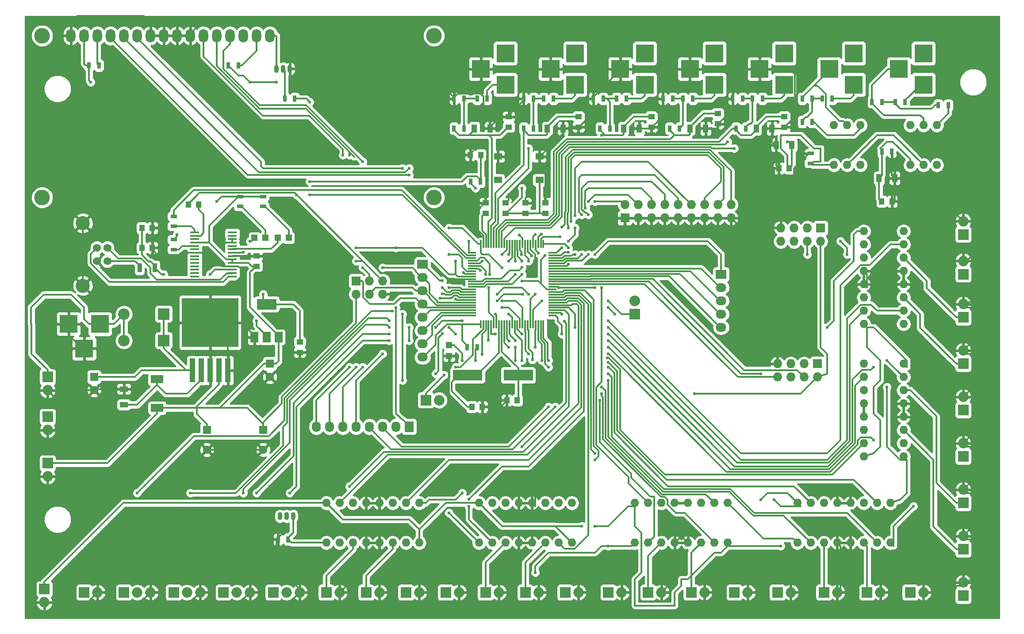
<source format=gbr>
G04 #@! TF.FileFunction,Copper,L1,Top,Signal*
%FSLAX46Y46*%
G04 Gerber Fmt 4.6, Leading zero omitted, Abs format (unit mm)*
G04 Created by KiCad (PCBNEW 4.0.6) date 2017 August 16, Wednesday 11:00:37*
%MOMM*%
%LPD*%
G01*
G04 APERTURE LIST*
%ADD10C,0.100000*%
%ADD11O,1.998980X1.998980*%
%ADD12R,1.998980X1.998980*%
%ADD13R,1.500000X0.300000*%
%ADD14R,0.300000X1.500000*%
%ADD15R,1.600000X1.600000*%
%ADD16C,1.600000*%
%ADD17R,1.250000X1.000000*%
%ADD18R,1.000000X1.250000*%
%ADD19R,2.200000X2.200000*%
%ADD20O,2.200000X2.200000*%
%ADD21R,1.600000X1.000000*%
%ADD22R,1.198880X1.198880*%
%ADD23R,1.000000X1.600000*%
%ADD24O,1.800000X2.600000*%
%ADD25C,3.000000*%
%ADD26R,0.900000X1.700000*%
%ADD27O,1.600000X1.600000*%
%ADD28R,3.500120X3.500120*%
%ADD29R,1.727200X1.727200*%
%ADD30O,1.727200X1.727200*%
%ADD31R,2.032000X1.727200*%
%ADD32O,2.032000X1.727200*%
%ADD33R,1.727200X2.032000*%
%ADD34O,1.727200X2.032000*%
%ADD35R,2.032000X2.032000*%
%ADD36O,2.032000X2.032000*%
%ADD37C,1.524000*%
%ADD38C,2.700020*%
%ADD39R,2.400000X1.500000*%
%ADD40O,0.899160X1.501140*%
%ADD41R,0.700000X1.300000*%
%ADD42R,1.300000X0.700000*%
%ADD43R,1.550000X1.300000*%
%ADD44R,1.100000X4.600000*%
%ADD45R,10.800000X9.400000*%
%ADD46R,3.800000X2.000000*%
%ADD47R,1.500000X2.000000*%
%ADD48R,1.750000X0.450000*%
%ADD49R,5.600700X2.100580*%
%ADD50C,0.600000*%
%ADD51C,0.350000*%
%ADD52C,0.300000*%
%ADD53C,0.254000*%
G04 APERTURE END LIST*
D10*
D11*
X41275000Y-118745000D03*
D12*
X41275000Y-116205000D03*
D13*
X122475000Y-75915000D03*
X122475000Y-76415000D03*
X122475000Y-76915000D03*
X122475000Y-77415000D03*
X122475000Y-77915000D03*
X122475000Y-78415000D03*
X122475000Y-78915000D03*
X122475000Y-79415000D03*
X122475000Y-79915000D03*
X122475000Y-80415000D03*
X122475000Y-80915000D03*
X122475000Y-81415000D03*
X122475000Y-81915000D03*
X122475000Y-82415000D03*
X122475000Y-82915000D03*
X122475000Y-83415000D03*
X122475000Y-83915000D03*
X122475000Y-84415000D03*
X122475000Y-84915000D03*
X122475000Y-85415000D03*
X122475000Y-85915000D03*
X122475000Y-86415000D03*
X122475000Y-86915000D03*
X122475000Y-87415000D03*
X122475000Y-87915000D03*
D14*
X124175000Y-89615000D03*
X124675000Y-89615000D03*
X125175000Y-89615000D03*
X125675000Y-89615000D03*
X126175000Y-89615000D03*
X126675000Y-89615000D03*
X127175000Y-89615000D03*
X127675000Y-89615000D03*
X128175000Y-89615000D03*
X128675000Y-89615000D03*
X129175000Y-89615000D03*
X129675000Y-89615000D03*
X130175000Y-89615000D03*
X130675000Y-89615000D03*
X131175000Y-89615000D03*
X131675000Y-89615000D03*
X132175000Y-89615000D03*
X132675000Y-89615000D03*
X133175000Y-89615000D03*
X133675000Y-89615000D03*
X134175000Y-89615000D03*
X134675000Y-89615000D03*
X135175000Y-89615000D03*
X135675000Y-89615000D03*
X136175000Y-89615000D03*
D13*
X137875000Y-87915000D03*
X137875000Y-87415000D03*
X137875000Y-86915000D03*
X137875000Y-86415000D03*
X137875000Y-85915000D03*
X137875000Y-85415000D03*
X137875000Y-84915000D03*
X137875000Y-84415000D03*
X137875000Y-83915000D03*
X137875000Y-83415000D03*
X137875000Y-82915000D03*
X137875000Y-82415000D03*
X137875000Y-81915000D03*
X137875000Y-81415000D03*
X137875000Y-80915000D03*
X137875000Y-80415000D03*
X137875000Y-79915000D03*
X137875000Y-79415000D03*
X137875000Y-78915000D03*
X137875000Y-78415000D03*
X137875000Y-77915000D03*
X137875000Y-77415000D03*
X137875000Y-76915000D03*
X137875000Y-76415000D03*
X137875000Y-75915000D03*
D14*
X136175000Y-74215000D03*
X135675000Y-74215000D03*
X135175000Y-74215000D03*
X134675000Y-74215000D03*
X134175000Y-74215000D03*
X133675000Y-74215000D03*
X133175000Y-74215000D03*
X132675000Y-74215000D03*
X132175000Y-74215000D03*
X131675000Y-74215000D03*
X131175000Y-74215000D03*
X130675000Y-74215000D03*
X130175000Y-74215000D03*
X129675000Y-74215000D03*
X129175000Y-74215000D03*
X128675000Y-74215000D03*
X128175000Y-74215000D03*
X127675000Y-74215000D03*
X127175000Y-74215000D03*
X126675000Y-74215000D03*
X126175000Y-74215000D03*
X125675000Y-74215000D03*
X125175000Y-74215000D03*
X124675000Y-74215000D03*
X124175000Y-74215000D03*
D15*
X50165000Y-99695000D03*
D16*
X50165000Y-102195000D03*
D15*
X83820000Y-97155000D03*
D16*
X83820000Y-99655000D03*
D15*
X82550000Y-109855000D03*
D16*
X82550000Y-113655000D03*
D17*
X89535000Y-92980000D03*
X89535000Y-94980000D03*
D15*
X71755000Y-109855000D03*
D16*
X71755000Y-113655000D03*
D18*
X122460000Y-105410000D03*
X124460000Y-105410000D03*
X131175000Y-104140000D03*
X129175000Y-104140000D03*
X124190000Y-57150000D03*
X122190000Y-57150000D03*
D17*
X125095000Y-68310000D03*
X125095000Y-66310000D03*
X136525000Y-68310000D03*
X136525000Y-66310000D03*
X132715000Y-68310000D03*
X132715000Y-66310000D03*
X128905000Y-68310000D03*
X128905000Y-66310000D03*
X81280000Y-78470000D03*
X81280000Y-76470000D03*
D18*
X59325000Y-74930000D03*
X61325000Y-74930000D03*
X59325000Y-71120000D03*
X61325000Y-71120000D03*
X70215000Y-66675000D03*
X68215000Y-66675000D03*
D17*
X129540000Y-51800000D03*
X129540000Y-49800000D03*
X142875000Y-49800000D03*
X142875000Y-51800000D03*
X156845000Y-49800000D03*
X156845000Y-51800000D03*
X169545000Y-49165000D03*
X169545000Y-51165000D03*
X182245000Y-49800000D03*
X182245000Y-51800000D03*
D18*
X200930000Y-66040000D03*
X202930000Y-66040000D03*
X183245000Y-59690000D03*
X181245000Y-59690000D03*
D19*
X63500000Y-87630000D03*
D20*
X55880000Y-87630000D03*
D19*
X63500000Y-92710000D03*
D20*
X55880000Y-92710000D03*
D21*
X55880000Y-105005000D03*
X55880000Y-102005000D03*
D22*
X118110000Y-93565980D03*
X118110000Y-95664020D03*
X87409020Y-73025000D03*
X85310980Y-73025000D03*
X82964020Y-73025000D03*
X80865980Y-73025000D03*
D23*
X122960000Y-52070000D03*
X125960000Y-52070000D03*
X136930000Y-52070000D03*
X139930000Y-52070000D03*
X151535000Y-52070000D03*
X154535000Y-52070000D03*
X164235000Y-52070000D03*
X167235000Y-52070000D03*
X176935000Y-52070000D03*
X179935000Y-52070000D03*
X200430000Y-61595000D03*
X203430000Y-61595000D03*
X183745000Y-55245000D03*
X180745000Y-55245000D03*
D24*
X45720000Y-34290000D03*
X48260000Y-34290000D03*
X50800000Y-34290000D03*
X53340000Y-34290000D03*
X55880000Y-34290000D03*
X58420000Y-34290000D03*
X60960000Y-34290000D03*
X63500000Y-34290000D03*
X66040000Y-34290000D03*
X68580000Y-34290000D03*
X71120000Y-34290000D03*
X73660000Y-34290000D03*
X76200000Y-34290000D03*
X78740000Y-34290000D03*
X81280000Y-34290000D03*
X83820000Y-34290000D03*
D25*
X40220900Y-34290000D03*
X40220900Y-65290700D03*
X115219480Y-65290700D03*
X115219480Y-34290000D03*
D26*
X61775000Y-78740000D03*
X58875000Y-78740000D03*
D27*
X94615000Y-131445000D03*
X97155000Y-131445000D03*
X99695000Y-131445000D03*
X102235000Y-131445000D03*
X104775000Y-131445000D03*
X107315000Y-131445000D03*
X109855000Y-131445000D03*
X112395000Y-131445000D03*
X112395000Y-123825000D03*
X109855000Y-123825000D03*
X107315000Y-123825000D03*
X104775000Y-123825000D03*
X102235000Y-123825000D03*
X99695000Y-123825000D03*
X97155000Y-123825000D03*
X94615000Y-123825000D03*
X123825000Y-131445000D03*
X126365000Y-131445000D03*
X128905000Y-131445000D03*
X131445000Y-131445000D03*
X133985000Y-131445000D03*
X136525000Y-131445000D03*
X139065000Y-131445000D03*
X141605000Y-131445000D03*
X141605000Y-123825000D03*
X139065000Y-123825000D03*
X136525000Y-123825000D03*
X133985000Y-123825000D03*
X131445000Y-123825000D03*
X128905000Y-123825000D03*
X126365000Y-123825000D03*
X123825000Y-123825000D03*
X153670000Y-131445000D03*
X156210000Y-131445000D03*
X158750000Y-131445000D03*
X161290000Y-131445000D03*
X163830000Y-131445000D03*
X166370000Y-131445000D03*
X168910000Y-131445000D03*
X171450000Y-131445000D03*
X171450000Y-123825000D03*
X168910000Y-123825000D03*
X166370000Y-123825000D03*
X163830000Y-123825000D03*
X161290000Y-123825000D03*
X158750000Y-123825000D03*
X156210000Y-123825000D03*
X153670000Y-123825000D03*
X184785000Y-131445000D03*
X187325000Y-131445000D03*
X189865000Y-131445000D03*
X192405000Y-131445000D03*
X194945000Y-131445000D03*
X197485000Y-131445000D03*
X200025000Y-131445000D03*
X202565000Y-131445000D03*
X202565000Y-123825000D03*
X200025000Y-123825000D03*
X197485000Y-123825000D03*
X194945000Y-123825000D03*
X192405000Y-123825000D03*
X189865000Y-123825000D03*
X187325000Y-123825000D03*
X184785000Y-123825000D03*
X205105000Y-114935000D03*
X205105000Y-112395000D03*
X205105000Y-109855000D03*
X205105000Y-107315000D03*
X205105000Y-104775000D03*
X205105000Y-102235000D03*
X205105000Y-99695000D03*
X205105000Y-97155000D03*
X197485000Y-97155000D03*
X197485000Y-99695000D03*
X197485000Y-102235000D03*
X197485000Y-104775000D03*
X197485000Y-107315000D03*
X197485000Y-109855000D03*
X197485000Y-112395000D03*
X197485000Y-114935000D03*
X205105000Y-89535000D03*
X205105000Y-86995000D03*
X205105000Y-84455000D03*
X205105000Y-81915000D03*
X205105000Y-79375000D03*
X205105000Y-76835000D03*
X205105000Y-74295000D03*
X205105000Y-71755000D03*
X197485000Y-71755000D03*
X197485000Y-74295000D03*
X197485000Y-76835000D03*
X197485000Y-79375000D03*
X197485000Y-81915000D03*
X197485000Y-84455000D03*
X197485000Y-86995000D03*
X197485000Y-89535000D03*
D28*
X51285140Y-89535000D03*
X45285660Y-89535000D03*
X48285400Y-94234000D03*
D29*
X100330000Y-81280000D03*
D30*
X100330000Y-83820000D03*
X102870000Y-81280000D03*
X102870000Y-83820000D03*
X105410000Y-81280000D03*
X105410000Y-83820000D03*
D31*
X170180000Y-80010000D03*
D32*
X170180000Y-82550000D03*
X170180000Y-85090000D03*
X170180000Y-87630000D03*
X170180000Y-90170000D03*
D33*
X110490000Y-109220000D03*
D34*
X107950000Y-109220000D03*
X105410000Y-109220000D03*
X102870000Y-109220000D03*
X100330000Y-109220000D03*
X97790000Y-109220000D03*
X95250000Y-109220000D03*
X92710000Y-109220000D03*
D35*
X113665000Y-104140000D03*
D36*
X116205000Y-104140000D03*
D31*
X113030000Y-78105000D03*
D32*
X113030000Y-80645000D03*
X113030000Y-83185000D03*
X113030000Y-85725000D03*
X113030000Y-88265000D03*
X113030000Y-90805000D03*
X113030000Y-93345000D03*
X113030000Y-95885000D03*
D37*
X52705000Y-74930000D03*
X52705000Y-77470000D03*
X50706020Y-77470000D03*
X50706020Y-74930000D03*
D38*
X48006000Y-70200520D03*
X48006000Y-82199480D03*
D35*
X153670000Y-87630000D03*
D36*
X153670000Y-85090000D03*
D11*
X97155000Y-140970000D03*
D12*
X94615000Y-140970000D03*
D11*
X104775000Y-140970000D03*
D12*
X102235000Y-140970000D03*
D11*
X112395000Y-140970000D03*
D12*
X109855000Y-140970000D03*
D11*
X120015000Y-140970000D03*
D12*
X117475000Y-140970000D03*
D11*
X127635000Y-140970000D03*
D12*
X125095000Y-140970000D03*
D11*
X135255000Y-140970000D03*
D12*
X132715000Y-140970000D03*
D11*
X142875000Y-140970000D03*
D12*
X140335000Y-140970000D03*
D11*
X151130000Y-140970000D03*
D12*
X148590000Y-140970000D03*
D11*
X158750000Y-140970000D03*
D12*
X156210000Y-140970000D03*
D11*
X167005000Y-140970000D03*
D12*
X164465000Y-140970000D03*
D11*
X175260000Y-140970000D03*
D12*
X172720000Y-140970000D03*
D11*
X183515000Y-140970000D03*
D12*
X180975000Y-140970000D03*
D11*
X192405000Y-140970000D03*
D12*
X189865000Y-140970000D03*
D11*
X200660000Y-140970000D03*
D12*
X198120000Y-140970000D03*
D11*
X208915000Y-140970000D03*
D12*
X206375000Y-140970000D03*
D11*
X216535000Y-139065000D03*
D12*
X216535000Y-141605000D03*
D11*
X216535000Y-130175000D03*
D12*
X216535000Y-132715000D03*
D11*
X216535000Y-121285000D03*
D12*
X216535000Y-123825000D03*
D11*
X216535000Y-112395000D03*
D12*
X216535000Y-114935000D03*
D11*
X216535000Y-103505000D03*
D12*
X216535000Y-106045000D03*
D11*
X216535000Y-94615000D03*
D12*
X216535000Y-97155000D03*
D11*
X216535000Y-85725000D03*
D12*
X216535000Y-88265000D03*
D11*
X216535000Y-77470000D03*
D12*
X216535000Y-80010000D03*
D11*
X216535000Y-69850000D03*
D12*
X216535000Y-72390000D03*
D28*
X128905000Y-43665140D03*
X128905000Y-37665660D03*
X124206000Y-40665400D03*
X142240000Y-43665140D03*
X142240000Y-37665660D03*
X137541000Y-40665400D03*
X155575000Y-43665140D03*
X155575000Y-37665660D03*
X150876000Y-40665400D03*
X168910000Y-43665140D03*
X168910000Y-37665660D03*
X164211000Y-40665400D03*
X182245000Y-43665140D03*
X182245000Y-37665660D03*
X177546000Y-40665400D03*
X208915000Y-43665140D03*
X208915000Y-37665660D03*
X204216000Y-40665400D03*
X195580000Y-43665140D03*
X195580000Y-37665660D03*
X190881000Y-40665400D03*
D29*
X151765000Y-69215000D03*
D30*
X151765000Y-66675000D03*
X154305000Y-69215000D03*
X154305000Y-66675000D03*
X156845000Y-69215000D03*
X156845000Y-66675000D03*
X159385000Y-69215000D03*
X159385000Y-66675000D03*
X161925000Y-69215000D03*
X161925000Y-66675000D03*
X164465000Y-69215000D03*
X164465000Y-66675000D03*
X167005000Y-69215000D03*
X167005000Y-66675000D03*
X169545000Y-69215000D03*
X169545000Y-66675000D03*
X172085000Y-69215000D03*
X172085000Y-66675000D03*
D29*
X189230000Y-71120000D03*
D30*
X189230000Y-73660000D03*
X186690000Y-71120000D03*
X186690000Y-73660000D03*
X184150000Y-71120000D03*
X184150000Y-73660000D03*
X181610000Y-71120000D03*
X181610000Y-73660000D03*
D29*
X188595000Y-97155000D03*
D30*
X188595000Y-99695000D03*
X186055000Y-97155000D03*
X186055000Y-99695000D03*
X183515000Y-97155000D03*
X183515000Y-99695000D03*
X180975000Y-97155000D03*
X180975000Y-99695000D03*
D11*
X60960000Y-140970000D03*
D12*
X55880000Y-140970000D03*
D11*
X58420000Y-140970000D03*
X70485000Y-140970000D03*
D12*
X65405000Y-140970000D03*
D11*
X67945000Y-140970000D03*
X89535000Y-140970000D03*
D12*
X84455000Y-140970000D03*
D11*
X86995000Y-140970000D03*
X80010000Y-140970000D03*
D12*
X74930000Y-140970000D03*
D11*
X77470000Y-140970000D03*
D39*
X62230000Y-100120000D03*
X62230000Y-105620000D03*
D11*
X41275000Y-102235000D03*
D12*
X41275000Y-99695000D03*
D11*
X40640000Y-142875000D03*
D12*
X40640000Y-140335000D03*
D11*
X50800000Y-140970000D03*
D12*
X48260000Y-140970000D03*
D11*
X41275000Y-109855000D03*
D12*
X41275000Y-107315000D03*
D40*
X86360000Y-40640000D03*
X87630000Y-40640000D03*
X85090000Y-40640000D03*
X86995000Y-126365000D03*
X88265000Y-126365000D03*
X85725000Y-126365000D03*
D41*
X51115000Y-40005000D03*
X49215000Y-40005000D03*
X77785000Y-40005000D03*
X75885000Y-40005000D03*
X86680000Y-46355000D03*
X88580000Y-46355000D03*
X122240000Y-62230000D03*
X124140000Y-62230000D03*
X123505000Y-93980000D03*
X121605000Y-93980000D03*
X87310000Y-130810000D03*
X85410000Y-130810000D03*
D42*
X82550000Y-65090000D03*
X82550000Y-66990000D03*
X65405000Y-73345000D03*
X65405000Y-75245000D03*
X78105000Y-65090000D03*
X78105000Y-66990000D03*
X65405000Y-68900000D03*
X65405000Y-70800000D03*
D41*
X125410000Y-46355000D03*
X123510000Y-46355000D03*
X120965000Y-46355000D03*
X119065000Y-46355000D03*
X138110000Y-46355000D03*
X136210000Y-46355000D03*
X134300000Y-46355000D03*
X132400000Y-46355000D03*
X152080000Y-46355000D03*
X150180000Y-46355000D03*
X147635000Y-46355000D03*
X145735000Y-46355000D03*
X164780000Y-46355000D03*
X162880000Y-46355000D03*
X160970000Y-46355000D03*
X159070000Y-46355000D03*
X178115000Y-46355000D03*
X176215000Y-46355000D03*
X174305000Y-46355000D03*
X172405000Y-46355000D03*
X119065000Y-52070000D03*
X120965000Y-52070000D03*
X132400000Y-52070000D03*
X134300000Y-52070000D03*
X147005000Y-52070000D03*
X148905000Y-52070000D03*
X160340000Y-52070000D03*
X162240000Y-52070000D03*
X173040000Y-52070000D03*
X174940000Y-52070000D03*
X205420000Y-46990000D03*
X203520000Y-46990000D03*
X200975000Y-46990000D03*
X199075000Y-46990000D03*
X191450000Y-46355000D03*
X189550000Y-46355000D03*
X187640000Y-46355000D03*
X185740000Y-46355000D03*
X213675000Y-47625000D03*
X211775000Y-47625000D03*
X187640000Y-50800000D03*
X185740000Y-50800000D03*
X200980000Y-56515000D03*
X202880000Y-56515000D03*
D42*
X187325000Y-58735000D03*
X187325000Y-56835000D03*
D43*
X127470000Y-57440000D03*
X135420000Y-57440000D03*
X127470000Y-61940000D03*
X135420000Y-61940000D03*
D44*
X75790000Y-98425000D03*
X74090000Y-98425000D03*
X70690000Y-98425000D03*
D45*
X72390000Y-89275000D03*
D44*
X72390000Y-98425000D03*
X68990000Y-98425000D03*
D46*
X83185000Y-85750000D03*
D47*
X83185000Y-92050000D03*
X85485000Y-92050000D03*
X80885000Y-92050000D03*
D48*
X69425000Y-71975000D03*
X69425000Y-72625000D03*
X69425000Y-73275000D03*
X69425000Y-73925000D03*
X69425000Y-74575000D03*
X69425000Y-75225000D03*
X69425000Y-75875000D03*
X69425000Y-76525000D03*
X69425000Y-77175000D03*
X69425000Y-77825000D03*
X69425000Y-78475000D03*
X69425000Y-79125000D03*
X69425000Y-79775000D03*
X69425000Y-80425000D03*
X76625000Y-80425000D03*
X76625000Y-79775000D03*
X76625000Y-79125000D03*
X76625000Y-78475000D03*
X76625000Y-77825000D03*
X76625000Y-77175000D03*
X76625000Y-76525000D03*
X76625000Y-75875000D03*
X76625000Y-75225000D03*
X76625000Y-74575000D03*
X76625000Y-73925000D03*
X76625000Y-73275000D03*
X76625000Y-72625000D03*
X76625000Y-71975000D03*
D27*
X211455000Y-51435000D03*
X208915000Y-51435000D03*
X206375000Y-51435000D03*
X206375000Y-59055000D03*
X208915000Y-59055000D03*
X211455000Y-59055000D03*
X196850000Y-51435000D03*
X194310000Y-51435000D03*
X191770000Y-51435000D03*
X191770000Y-59055000D03*
X194310000Y-59055000D03*
X196850000Y-59055000D03*
D49*
X121660351Y-99349999D03*
X131358071Y-99349999D03*
D50*
X76230002Y-82550000D03*
X151130000Y-74930000D03*
X148590000Y-77470000D03*
X146050000Y-82550000D03*
X136545001Y-63500000D03*
X83820000Y-120650000D03*
X87630000Y-119380000D03*
X124460000Y-54610000D03*
X87630000Y-77470000D03*
X116840000Y-69850000D03*
X73660000Y-73660000D03*
X73660000Y-77470000D03*
X124460000Y-118110000D03*
X120650000Y-116840000D03*
X121920000Y-111760000D03*
X74930000Y-102870000D03*
X127000000Y-87630000D03*
X107950000Y-80010000D03*
X110490000Y-80010000D03*
X116840000Y-80010000D03*
X133350000Y-64770000D03*
X129540000Y-64770000D03*
X124460000Y-64770000D03*
X64770000Y-78740000D03*
X135890000Y-118110000D03*
X134620000Y-80010000D03*
X139097780Y-82602270D03*
X134620000Y-54610000D03*
X127000000Y-52070000D03*
X128270000Y-54610000D03*
X118110000Y-102870000D03*
X120650000Y-102870000D03*
X123190000Y-63500000D03*
X132080000Y-81280000D03*
X128270000Y-78740000D03*
X134620000Y-72390000D03*
X85090000Y-43180000D03*
X73660000Y-66040000D03*
X80010000Y-43180000D03*
X49530000Y-43180000D03*
X119380000Y-77470000D03*
X125730000Y-82550000D03*
X136510556Y-76393452D03*
X127470000Y-61940000D03*
X132080000Y-63500000D03*
X107950000Y-74930000D03*
X118110000Y-71120000D03*
X100330000Y-74930000D03*
X165100000Y-102870000D03*
X82550000Y-83820000D03*
X81280000Y-88900000D03*
X100330000Y-77470000D03*
X110490000Y-92710000D03*
X110490000Y-90170000D03*
X115570000Y-90170000D03*
X120650000Y-88900000D03*
X127000000Y-91440000D03*
X88900000Y-64770000D03*
X91440000Y-62230000D03*
X63500000Y-80010000D03*
X72390000Y-80010000D03*
X147320000Y-53340000D03*
X133350000Y-55880000D03*
X172720000Y-55880000D03*
X182880000Y-54610000D03*
X171450000Y-54610000D03*
X123190000Y-96520000D03*
X120650000Y-96520000D03*
X80010000Y-73660000D03*
X78740000Y-75820000D03*
X140970000Y-75789957D03*
X110490000Y-60960000D03*
X110490000Y-59690000D03*
X142240000Y-76200000D03*
X109220000Y-59690000D03*
X143510000Y-76200000D03*
X135793352Y-72284202D03*
X97790000Y-57150000D03*
X139319969Y-72800043D03*
X99060000Y-57150000D03*
X101600000Y-58420000D03*
X140970000Y-74930000D03*
X140970000Y-73660000D03*
X142240000Y-71120000D03*
X139700000Y-74930000D03*
X120650000Y-121920000D03*
X118110000Y-125730000D03*
X134620000Y-137160000D03*
X201930000Y-101600000D03*
X148590000Y-132080000D03*
X190500000Y-90170000D03*
X99060000Y-120650000D03*
X140185368Y-89034622D03*
X142240000Y-90170000D03*
X132080000Y-113030000D03*
X143510000Y-128270000D03*
X146050000Y-128270000D03*
X181610000Y-132080000D03*
X193040000Y-73660000D03*
X194310000Y-76200000D03*
X177800000Y-123190000D03*
X180340000Y-123190000D03*
X207010000Y-124460000D03*
X121920000Y-124500000D03*
X121920000Y-123150000D03*
X146050000Y-115570000D03*
X146050000Y-114300000D03*
X146939968Y-104140000D03*
X133350000Y-95250000D03*
X134059966Y-96389667D03*
X147320000Y-102870000D03*
X124460000Y-95321400D03*
X147320000Y-101600000D03*
X147320000Y-82550000D03*
X140970000Y-78089990D03*
X134620000Y-93980000D03*
X148590000Y-100330000D03*
X135859989Y-96520000D03*
X148590000Y-99060000D03*
X148565811Y-96852187D03*
X137160000Y-96520000D03*
X148587185Y-97792815D03*
X137160000Y-97790000D03*
X199390000Y-111760000D03*
X125908676Y-80017862D03*
X148590000Y-95250000D03*
X201930000Y-96520000D03*
X199390000Y-97790000D03*
X124460000Y-77470000D03*
X148590000Y-92710000D03*
X124098570Y-79302564D03*
X148590000Y-93980000D03*
X125109437Y-79982693D03*
X148434970Y-96034847D03*
X127325010Y-85090000D03*
X132270158Y-83820000D03*
X118110000Y-76200000D03*
X148590000Y-90170000D03*
X120866899Y-79726279D03*
X127325010Y-83820000D03*
X133350000Y-83820000D03*
X148590000Y-88900000D03*
X139700000Y-87630000D03*
X139700000Y-91440000D03*
X148590000Y-91440000D03*
X105410000Y-78740000D03*
X101600000Y-78740000D03*
X135223264Y-75957954D03*
X146050000Y-76200000D03*
X128270000Y-85090000D03*
X107950000Y-86360000D03*
X109220000Y-100330000D03*
X109220000Y-87630000D03*
X128270000Y-86360000D03*
X132080000Y-91440000D03*
X130810000Y-93980000D03*
X130810000Y-96520000D03*
X137160000Y-105410000D03*
X132080000Y-96520000D03*
X138430000Y-105410000D03*
X118110000Y-90200012D03*
X129540000Y-87630000D03*
X119380000Y-91440000D03*
X105410000Y-95250000D03*
X130810000Y-92710000D03*
X101600000Y-97790000D03*
X129631061Y-92831072D03*
X100330000Y-97790000D03*
X129540000Y-93980000D03*
X99060000Y-97790000D03*
X119380000Y-97790000D03*
X117160559Y-99302319D03*
X116840000Y-91409988D03*
X116380373Y-84630373D03*
X115570000Y-99060000D03*
X116840000Y-81249988D03*
X119380000Y-84764990D03*
X148590000Y-85090000D03*
X134620000Y-83820000D03*
X149860000Y-87630000D03*
X148590000Y-86360000D03*
X135890000Y-85090000D03*
X146050000Y-66040000D03*
X128270000Y-76200000D03*
X144780000Y-66040000D03*
X129540000Y-76200000D03*
X144217120Y-67310000D03*
X129540000Y-77470000D03*
X144780000Y-68580000D03*
X130810000Y-77470000D03*
X143510000Y-68580000D03*
X132080000Y-77470000D03*
X132024990Y-76255079D03*
X142240000Y-68730000D03*
X141470010Y-69850000D03*
X131549977Y-72485634D03*
X140970000Y-71120000D03*
X133350000Y-77470000D03*
X139700000Y-71000021D03*
X133940097Y-76439351D03*
X130810000Y-80010000D03*
X186690000Y-76200000D03*
X132080000Y-80010000D03*
X132080000Y-78709989D03*
X177800000Y-99044990D03*
X107299990Y-87064306D03*
X121920000Y-73660000D03*
X58420000Y-121920000D03*
X118110000Y-82550000D03*
X106680000Y-88900000D03*
X68580000Y-121920000D03*
X116840000Y-83789989D03*
X106680000Y-91440000D03*
X81280000Y-121920000D03*
X116840000Y-82550000D03*
X106680000Y-90170000D03*
X78740000Y-121920000D03*
X125675000Y-92655000D03*
X106680000Y-92710000D03*
X87630000Y-121920000D03*
X91440000Y-46990000D03*
X144780000Y-76200000D03*
X66040000Y-72390000D03*
X91440000Y-64770000D03*
D51*
X57965000Y-99695000D02*
X59235000Y-98425000D01*
X59235000Y-98425000D02*
X68090000Y-98425000D01*
X50165000Y-99695000D02*
X57965000Y-99695000D01*
X63500000Y-92710000D02*
X63500000Y-94160000D01*
X67765000Y-98425000D02*
X68090000Y-98425000D01*
X63500000Y-94160000D02*
X67765000Y-98425000D01*
X68090000Y-98425000D02*
X68990000Y-98425000D01*
X63500000Y-87630000D02*
X63500000Y-89080000D01*
X63500000Y-89080000D02*
X63500000Y-92710000D01*
D52*
X102235000Y-131445000D02*
X102235000Y-135890000D01*
X102235000Y-135890000D02*
X97155000Y-140970000D01*
X97155000Y-140970000D02*
X97155000Y-141605000D01*
X148590000Y-77470000D02*
X151130000Y-74930000D01*
X146010050Y-82589950D02*
X146050000Y-82550000D01*
X139097780Y-82602270D02*
X139922130Y-82602270D01*
X139922130Y-82602270D02*
X139934450Y-82589950D01*
X139934450Y-82589950D02*
X146010050Y-82589950D01*
X136545001Y-65489999D02*
X136545001Y-63500000D01*
X136545001Y-63500000D02*
X136545001Y-59515001D01*
X120650000Y-69850000D02*
X121920000Y-69850000D01*
X124675000Y-74215000D02*
X124675000Y-72605000D01*
X124675000Y-72605000D02*
X121920000Y-69850000D01*
X116840000Y-69850000D02*
X120650000Y-69850000D01*
X125095000Y-66310000D02*
X124970000Y-66310000D01*
X124970000Y-66310000D02*
X121430000Y-69850000D01*
X121430000Y-69850000D02*
X120650000Y-69850000D01*
X122475000Y-80915000D02*
X117745000Y-80915000D01*
X117745000Y-80915000D02*
X116840000Y-80010000D01*
X216535000Y-103505000D02*
X217170000Y-102870000D01*
X218440000Y-101600000D02*
X218440000Y-104140000D01*
X205105000Y-104775000D02*
X205105000Y-107315000D01*
X197485000Y-104775000D02*
X197485000Y-107315000D01*
X87630000Y-119380000D02*
X86360000Y-120650000D01*
X86360000Y-120650000D02*
X83820000Y-120650000D01*
X123190000Y-55880000D02*
X124460000Y-54610000D01*
X202930000Y-66040000D02*
X212725000Y-66040000D01*
X212725000Y-66040000D02*
X216535000Y-69850000D01*
X205105000Y-79375000D02*
X197485000Y-79375000D01*
X205105000Y-79375000D02*
X205105000Y-81915000D01*
X41275000Y-109855000D02*
X39861508Y-109855000D01*
X39861508Y-109855000D02*
X38100000Y-111616508D01*
X38100000Y-111616508D02*
X38100000Y-118110000D01*
X38100000Y-118110000D02*
X38735000Y-118745000D01*
X38735000Y-118745000D02*
X41275000Y-118745000D01*
X41910000Y-119380000D02*
X41275000Y-118745000D01*
X87630000Y-77470000D02*
X86630000Y-76470000D01*
X86630000Y-76470000D02*
X81280000Y-76470000D01*
X76625000Y-73275000D02*
X76625000Y-73925000D01*
X76625000Y-73925000D02*
X73925000Y-73925000D01*
X73925000Y-73925000D02*
X73660000Y-73660000D01*
X74665000Y-78475000D02*
X73660000Y-77470000D01*
X72065000Y-75875000D02*
X74665000Y-78475000D01*
X74665000Y-78475000D02*
X76625000Y-78475000D01*
X69425000Y-75875000D02*
X72065000Y-75875000D01*
X120650000Y-116840000D02*
X123190000Y-116840000D01*
X123190000Y-116840000D02*
X124460000Y-118110000D01*
X124460000Y-105410000D02*
X124460000Y-109220000D01*
X124460000Y-109220000D02*
X121920000Y-111760000D01*
X75790000Y-98425000D02*
X75790000Y-102010000D01*
X75790000Y-102010000D02*
X74930000Y-102870000D01*
X127175000Y-89615000D02*
X127175000Y-87805000D01*
X127175000Y-87805000D02*
X127000000Y-87630000D01*
X110490000Y-80010000D02*
X107950000Y-80010000D01*
X132715000Y-66310000D02*
X132715000Y-65405000D01*
X132715000Y-65405000D02*
X133350000Y-64770000D01*
X129540000Y-64770000D02*
X129540000Y-65675000D01*
X129540000Y-65675000D02*
X128905000Y-66310000D01*
X125095000Y-66310000D02*
X125095000Y-65405000D01*
X125095000Y-65405000D02*
X124460000Y-64770000D01*
X124119999Y-67160001D02*
X124970000Y-66310000D01*
X64770000Y-78740000D02*
X67635000Y-75875000D01*
X67635000Y-75875000D02*
X69425000Y-75875000D01*
X89535000Y-140970000D02*
X90170000Y-140970000D01*
X90170000Y-140970000D02*
X88900000Y-139700000D01*
X88900000Y-139700000D02*
X88900000Y-138430000D01*
X88900000Y-138430000D02*
X85090000Y-134620000D01*
X85090000Y-134620000D02*
X85090000Y-130810000D01*
X85090000Y-130810000D02*
X85410000Y-130810000D01*
X85410000Y-130810000D02*
X85090000Y-130810000D01*
X85090000Y-130810000D02*
X86360000Y-129540000D01*
X86360000Y-129540000D02*
X86360000Y-128270000D01*
X203200000Y-66040000D02*
X202930000Y-66040000D01*
X61325000Y-74930000D02*
X60960000Y-74930000D01*
X60960000Y-74930000D02*
X64770000Y-78740000D01*
X208915000Y-140970000D02*
X213360000Y-140970000D01*
X213360000Y-140970000D02*
X214630000Y-139700000D01*
X214630000Y-139700000D02*
X217170000Y-139700000D01*
X217170000Y-139700000D02*
X216535000Y-139065000D01*
X181245000Y-59690000D02*
X180340000Y-59690000D01*
X180340000Y-59690000D02*
X180340000Y-62230000D01*
X180340000Y-62230000D02*
X181610000Y-63500000D01*
X181610000Y-63500000D02*
X181610000Y-71120000D01*
X216535000Y-94615000D02*
X217170000Y-95250000D01*
X217170000Y-95250000D02*
X217170000Y-93980000D01*
X217170000Y-93980000D02*
X218440000Y-92710000D01*
X218440000Y-92710000D02*
X218440000Y-86360000D01*
X218440000Y-86360000D02*
X217170000Y-86360000D01*
X217170000Y-86360000D02*
X216535000Y-85725000D01*
X216535000Y-85725000D02*
X218440000Y-85090000D01*
X218440000Y-85090000D02*
X218440000Y-77470000D01*
X218440000Y-77470000D02*
X216535000Y-77470000D01*
X217170000Y-102870000D02*
X218440000Y-101600000D01*
X218440000Y-101600000D02*
X218440000Y-95250000D01*
X218440000Y-95250000D02*
X217170000Y-95250000D01*
X217170000Y-95250000D02*
X216535000Y-94615000D01*
X216535000Y-112395000D02*
X217170000Y-113030000D01*
X217170000Y-113030000D02*
X217170000Y-111760000D01*
X217170000Y-111760000D02*
X218440000Y-110490000D01*
X218440000Y-110490000D02*
X218440000Y-104140000D01*
X216535000Y-121285000D02*
X217170000Y-121920000D01*
X217170000Y-121920000D02*
X217170000Y-120650000D01*
X217170000Y-120650000D02*
X218440000Y-119380000D01*
X218440000Y-119380000D02*
X218440000Y-113030000D01*
X218440000Y-113030000D02*
X217170000Y-113030000D01*
X217170000Y-113030000D02*
X216535000Y-112395000D01*
X216535000Y-130175000D02*
X217170000Y-130810000D01*
X217170000Y-130810000D02*
X217170000Y-129540000D01*
X217170000Y-129540000D02*
X218440000Y-128270000D01*
X218440000Y-128270000D02*
X218440000Y-121920000D01*
X218440000Y-121920000D02*
X217170000Y-121920000D01*
X217170000Y-121920000D02*
X216535000Y-121285000D01*
X216535000Y-139065000D02*
X218440000Y-138430000D01*
X218440000Y-138430000D02*
X218440000Y-130810000D01*
X218440000Y-130810000D02*
X217170000Y-130810000D01*
X217170000Y-130810000D02*
X216535000Y-130175000D01*
X192405000Y-140970000D02*
X193040000Y-140970000D01*
X193040000Y-140970000D02*
X193040000Y-132080000D01*
X193040000Y-132080000D02*
X192405000Y-131445000D01*
X41275000Y-102235000D02*
X43180000Y-104140000D01*
X43180000Y-104140000D02*
X43180000Y-109220000D01*
X43180000Y-109220000D02*
X41910000Y-110490000D01*
X41910000Y-110490000D02*
X41275000Y-109855000D01*
X216535000Y-77470000D02*
X217170000Y-77470000D01*
X217170000Y-77470000D02*
X218440000Y-76200000D01*
X218440000Y-76200000D02*
X218440000Y-69850000D01*
X218440000Y-69850000D02*
X216535000Y-69850000D01*
X135890000Y-118110000D02*
X134620000Y-119380000D01*
X134620000Y-119380000D02*
X134620000Y-124460000D01*
X134620000Y-124460000D02*
X133985000Y-123825000D01*
X127470000Y-57440000D02*
X127000000Y-57150000D01*
X123190000Y-55880000D02*
X121920000Y-57150000D01*
X121920000Y-57150000D02*
X122190000Y-57150000D01*
X197485000Y-79375000D02*
X198120000Y-80010000D01*
X198120000Y-80010000D02*
X198120000Y-82550000D01*
X198120000Y-82550000D02*
X197485000Y-81915000D01*
X133675000Y-75255000D02*
X134620000Y-76200000D01*
X133675000Y-74215000D02*
X133675000Y-75255000D01*
X134620000Y-76200000D02*
X134612869Y-76192869D01*
X134620000Y-77470000D02*
X134620000Y-76200000D01*
X134620000Y-80010000D02*
X134620000Y-77470000D01*
X137875000Y-82415000D02*
X138910510Y-82415000D01*
X138910510Y-82415000D02*
X139097780Y-82602270D01*
X135545000Y-57440000D02*
X139645000Y-53340000D01*
X139645000Y-53340000D02*
X139700000Y-53285000D01*
X134620000Y-54610000D02*
X138375000Y-54610000D01*
X138375000Y-54610000D02*
X139645000Y-53340000D01*
X127000000Y-52070000D02*
X125960000Y-52070000D01*
X127470000Y-57440000D02*
X127470000Y-55410000D01*
X127470000Y-55410000D02*
X128270000Y-54610000D01*
X72390000Y-89275000D02*
X78360000Y-89275000D01*
X80885000Y-91800000D02*
X80885000Y-92050000D01*
X78360000Y-89275000D02*
X80885000Y-91800000D01*
X78740000Y-80040002D02*
X78740000Y-79415000D01*
X78740000Y-79415000D02*
X77800000Y-78475000D01*
X77800000Y-78475000D02*
X76625000Y-78475000D01*
X74115000Y-82550000D02*
X76230002Y-82550000D01*
X76230002Y-82550000D02*
X78740000Y-80040002D01*
X72390000Y-89275000D02*
X72390000Y-84275000D01*
X72390000Y-84275000D02*
X74115000Y-82550000D01*
X118110000Y-102870000D02*
X118110000Y-95664020D01*
X124460000Y-105410000D02*
X124460000Y-104485000D01*
X124460000Y-104485000D02*
X122845000Y-102870000D01*
X122845000Y-102870000D02*
X120650000Y-102870000D01*
X124460000Y-105410000D02*
X128030000Y-105410000D01*
X128030000Y-105410000D02*
X129175000Y-104265000D01*
X129175000Y-104265000D02*
X129175000Y-104140000D01*
X161290000Y-131445000D02*
X162089999Y-130645001D01*
X162089999Y-130645001D02*
X163030001Y-130645001D01*
X163030001Y-130645001D02*
X163830000Y-131445000D01*
X161290000Y-131445000D02*
X161290000Y-138430000D01*
X161290000Y-138430000D02*
X158750000Y-140970000D01*
X169545000Y-69215000D02*
X172085000Y-69215000D01*
X167005000Y-69215000D02*
X169545000Y-69215000D01*
X164465000Y-69215000D02*
X167005000Y-69215000D01*
X161925000Y-69215000D02*
X164465000Y-69215000D01*
X159385000Y-69215000D02*
X161925000Y-69215000D01*
X156845000Y-69215000D02*
X159385000Y-69215000D01*
X156845000Y-69215000D02*
X154305000Y-69215000D01*
X151765000Y-69215000D02*
X154305000Y-69215000D01*
X181610000Y-71120000D02*
X173990000Y-71120000D01*
X173990000Y-71120000D02*
X172085000Y-69215000D01*
X139700000Y-53285000D02*
X139815000Y-53285000D01*
X139815000Y-53285000D02*
X139930000Y-53170000D01*
X139930000Y-53170000D02*
X139930000Y-52070000D01*
X135420000Y-57440000D02*
X135545000Y-57440000D01*
X136525000Y-66310000D02*
X136525000Y-65510000D01*
X136525000Y-65510000D02*
X136545001Y-65489999D01*
X136545001Y-59515001D02*
X135420000Y-58390000D01*
X135420000Y-58390000D02*
X135420000Y-57440000D01*
X181245000Y-59690000D02*
X181245000Y-60615000D01*
X181245000Y-60615000D02*
X182860000Y-62230000D01*
X182860000Y-62230000D02*
X184150000Y-62230000D01*
X184150000Y-59710000D02*
X187025000Y-56835000D01*
X184150000Y-62230000D02*
X184150000Y-59710000D01*
X187025000Y-56835000D02*
X187325000Y-56835000D01*
X180745000Y-55245000D02*
X180745000Y-59190000D01*
X180745000Y-59190000D02*
X181245000Y-59690000D01*
X180745000Y-55245000D02*
X180745000Y-55545000D01*
X180745000Y-55545000D02*
X179935000Y-54735000D01*
X179935000Y-54735000D02*
X179935000Y-52070000D01*
X181245000Y-59565000D02*
X181245000Y-59690000D01*
X203430000Y-65810000D02*
X203200000Y-66040000D01*
X203200000Y-66040000D02*
X202930000Y-66040000D01*
X203430000Y-61595000D02*
X203430000Y-65810000D01*
X202880000Y-56515000D02*
X202880000Y-61045000D01*
X202880000Y-61045000D02*
X203430000Y-61595000D01*
X182245000Y-51800000D02*
X182370000Y-51800000D01*
X182370000Y-51800000D02*
X184345061Y-49824939D01*
X184345061Y-49824939D02*
X184345061Y-41635079D01*
X179596060Y-40665400D02*
X177546000Y-40665400D01*
X179935000Y-52070000D02*
X181975000Y-52070000D01*
X181975000Y-52070000D02*
X182245000Y-51800000D01*
X177546000Y-40665400D02*
X175495940Y-40665400D01*
X172405000Y-43756340D02*
X172405000Y-45405000D01*
X175495940Y-40665400D02*
X172405000Y-43756340D01*
X172405000Y-45405000D02*
X172405000Y-46355000D01*
X164211000Y-40665400D02*
X177546000Y-40665400D01*
X150876000Y-40665400D02*
X164211000Y-40665400D01*
X159070000Y-46355000D02*
X159070000Y-43756340D01*
X159070000Y-43756340D02*
X162160940Y-40665400D01*
X162160940Y-40665400D02*
X164211000Y-40665400D01*
X169545000Y-51165000D02*
X169670000Y-51165000D01*
X169670000Y-51165000D02*
X172405000Y-48430000D01*
X172405000Y-48430000D02*
X172405000Y-47305000D01*
X172405000Y-47305000D02*
X172405000Y-46355000D01*
X167235000Y-52070000D02*
X169440000Y-52070000D01*
X169440000Y-52070000D02*
X169545000Y-51965000D01*
X169545000Y-51965000D02*
X169545000Y-51165000D01*
X156845000Y-51800000D02*
X156970000Y-51800000D01*
X156970000Y-51800000D02*
X159070000Y-49700000D01*
X159070000Y-49700000D02*
X159070000Y-47305000D01*
X159070000Y-47305000D02*
X159070000Y-46355000D01*
X154535000Y-52070000D02*
X156575000Y-52070000D01*
X156575000Y-52070000D02*
X156845000Y-51800000D01*
X142875000Y-51800000D02*
X143000000Y-51800000D01*
X145735000Y-47305000D02*
X145735000Y-46355000D01*
X143000000Y-51800000D02*
X145735000Y-49065000D01*
X145735000Y-49065000D02*
X145735000Y-47305000D01*
X145735000Y-46355000D02*
X145735000Y-46055000D01*
X145735000Y-46055000D02*
X150876000Y-40914000D01*
X150876000Y-40914000D02*
X150876000Y-40665400D01*
X139930000Y-52070000D02*
X142605000Y-52070000D01*
X142605000Y-52070000D02*
X142875000Y-51800000D01*
X137541000Y-40665400D02*
X135490940Y-40665400D01*
X135490940Y-40665400D02*
X132400000Y-43756340D01*
X132400000Y-43756340D02*
X132400000Y-45405000D01*
X132400000Y-45405000D02*
X132400000Y-46355000D01*
X129540000Y-49800000D02*
X127930000Y-49800000D01*
X127930000Y-49800000D02*
X125960000Y-51770000D01*
X125960000Y-51770000D02*
X125960000Y-52070000D01*
X132400000Y-46355000D02*
X132400000Y-46655000D01*
X132400000Y-46655000D02*
X129540000Y-49515000D01*
X129540000Y-49515000D02*
X129540000Y-49800000D01*
X126230000Y-51800000D02*
X125960000Y-52070000D01*
X119065000Y-46355000D02*
X119065000Y-46055000D01*
X119065000Y-46055000D02*
X119765001Y-45354999D01*
X119765001Y-45354999D02*
X124140001Y-45354999D01*
X124140001Y-45354999D02*
X124709999Y-45924997D01*
X124709999Y-45924997D02*
X124709999Y-49719999D01*
X124709999Y-49719999D02*
X125960000Y-50970000D01*
X125960000Y-50970000D02*
X125960000Y-52070000D01*
X124206000Y-40665400D02*
X122155940Y-40665400D01*
X122155940Y-40665400D02*
X119065000Y-43756340D01*
X119065000Y-43756340D02*
X119065000Y-45405000D01*
X119065000Y-45405000D02*
X119065000Y-46355000D01*
X87630000Y-40640000D02*
X113650000Y-40640000D01*
X113650000Y-40640000D02*
X119065000Y-46055000D01*
X87630000Y-40640000D02*
X87630000Y-34290000D01*
X87630000Y-34290000D02*
X85090000Y-31750000D01*
X85090000Y-31750000D02*
X70720000Y-31750000D01*
X70720000Y-31750000D02*
X68580000Y-33890000D01*
X68580000Y-33890000D02*
X68580000Y-34290000D01*
X68580000Y-34290000D02*
X66040000Y-34290000D01*
X63500000Y-34290000D02*
X66040000Y-34290000D01*
X60960000Y-34290000D02*
X63500000Y-34290000D01*
X45720000Y-34290000D02*
X45720000Y-31750000D01*
X45720000Y-31750000D02*
X46990000Y-30480000D01*
X46990000Y-30480000D02*
X59690000Y-30480000D01*
X59690000Y-30480000D02*
X60960000Y-31750000D01*
X60960000Y-31750000D02*
X60960000Y-34290000D01*
X81280000Y-76470000D02*
X76680000Y-76470000D01*
X76680000Y-76470000D02*
X76625000Y-76525000D01*
X48006000Y-70200520D02*
X48006000Y-82199480D01*
X61325000Y-74930000D02*
X61325000Y-74805000D01*
X61325000Y-74805000D02*
X61325000Y-71120000D01*
D51*
X102235000Y-131445000D02*
X104775000Y-131445000D01*
X78105000Y-142875000D02*
X87630000Y-142875000D01*
X87630000Y-142875000D02*
X89535000Y-140970000D01*
X68580000Y-142875000D02*
X78105000Y-142875000D01*
X78105000Y-142875000D02*
X80010000Y-140970000D01*
X59055000Y-142875000D02*
X68580000Y-142875000D01*
X68580000Y-142875000D02*
X70485000Y-140970000D01*
X48895000Y-142875000D02*
X59055000Y-142875000D01*
X59055000Y-142875000D02*
X60960000Y-140970000D01*
X40640000Y-142875000D02*
X48895000Y-142875000D01*
X48895000Y-142875000D02*
X50800000Y-140970000D01*
X75790000Y-98425000D02*
X75790000Y-92675000D01*
X75790000Y-92675000D02*
X72390000Y-89275000D01*
X72390000Y-98425000D02*
X72390000Y-89275000D01*
X55880000Y-102005000D02*
X50355000Y-102005000D01*
X50355000Y-102005000D02*
X50165000Y-102195000D01*
X48285400Y-94234000D02*
X48285400Y-100315400D01*
X48285400Y-100315400D02*
X50165000Y-102195000D01*
X82550000Y-113655000D02*
X71755000Y-113655000D01*
X89535000Y-94980000D02*
X88495000Y-94980000D01*
X88495000Y-94980000D02*
X83820000Y-99655000D01*
X41275000Y-102235000D02*
X49900002Y-102235000D01*
X49900002Y-102235000D02*
X49940002Y-102195000D01*
X49940002Y-102195000D02*
X50165000Y-102195000D01*
X45285660Y-89535000D02*
X45285660Y-91635060D01*
X45285660Y-91635060D02*
X47884600Y-94234000D01*
X47884600Y-94234000D02*
X48285400Y-94234000D01*
D52*
X184345061Y-41635079D02*
X183375382Y-40665400D01*
X183375382Y-40665400D02*
X179596060Y-40665400D01*
X122240000Y-62230000D02*
X122240000Y-62550000D01*
X122240000Y-62550000D02*
X123190000Y-63500000D01*
X125730000Y-82974264D02*
X125730000Y-82550000D01*
X128270000Y-78740000D02*
X125730000Y-76200000D01*
X125730000Y-76200000D02*
X124460000Y-76200000D01*
X124460000Y-76200000D02*
X124175000Y-75915000D01*
X124175000Y-75915000D02*
X124175000Y-74215000D01*
X134175000Y-74215000D02*
X134175000Y-72835000D01*
X134175000Y-72835000D02*
X134620000Y-72390000D01*
X132080000Y-81280000D02*
X135190000Y-81280000D01*
X135190000Y-81280000D02*
X135701106Y-81791106D01*
X116840000Y-78740000D02*
X113030000Y-74930000D01*
X119380000Y-80010000D02*
X118110000Y-80010000D01*
X118110000Y-80010000D02*
X116840000Y-78740000D01*
X119380000Y-77470000D02*
X119380000Y-80010000D01*
X120245000Y-80415000D02*
X119785000Y-80415000D01*
X119785000Y-80415000D02*
X119380000Y-80010000D01*
X78105000Y-65090000D02*
X82550000Y-65090000D01*
D51*
X41275000Y-116205000D02*
X52745000Y-116205000D01*
D52*
X85090000Y-43180000D02*
X80010000Y-43180000D01*
X78105000Y-65090000D02*
X74610000Y-65090000D01*
X74610000Y-65090000D02*
X73660000Y-66040000D01*
X49215000Y-40005000D02*
X49215000Y-42865000D01*
X77790000Y-41910000D02*
X75885000Y-40005000D01*
X78740000Y-41910000D02*
X77790000Y-41910000D01*
X80010000Y-43180000D02*
X78740000Y-41910000D01*
X49215000Y-42865000D02*
X49530000Y-43180000D01*
X125730000Y-87322004D02*
X125730000Y-82974264D01*
X126675000Y-89615000D02*
X126675000Y-88267004D01*
X126675000Y-88267004D02*
X125730000Y-87322004D01*
X122475000Y-80415000D02*
X120245000Y-80415000D01*
X127470000Y-61940000D02*
X127000000Y-62230000D01*
X137875000Y-82915000D02*
X136825000Y-82915000D01*
X136825000Y-82915000D02*
X135701106Y-81791106D01*
X135701106Y-77202902D02*
X136210557Y-76693451D01*
X136210557Y-76693451D02*
X136510556Y-76393452D01*
X135701106Y-81791106D02*
X135701106Y-77202902D01*
X132080000Y-63500000D02*
X132080000Y-65260000D01*
X132080000Y-65260000D02*
X129030000Y-68310000D01*
X129030000Y-68310000D02*
X128905000Y-68310000D01*
X113030000Y-74930000D02*
X106680000Y-74930000D01*
X106680000Y-74930000D02*
X100330000Y-74930000D01*
X107950000Y-74930000D02*
X106680000Y-74930000D01*
X120630000Y-71120000D02*
X118110000Y-71120000D01*
X124175000Y-74215000D02*
X123725000Y-74215000D01*
X123725000Y-74215000D02*
X120630000Y-71120000D01*
X80010000Y-79615000D02*
X80010000Y-86325000D01*
X85485000Y-91800000D02*
X85485000Y-92050000D01*
X80010000Y-86325000D02*
X85485000Y-91800000D01*
X81280000Y-78470000D02*
X81155000Y-78470000D01*
X81155000Y-78470000D02*
X80010000Y-79615000D01*
X82550000Y-108368636D02*
X82550000Y-108755000D01*
X82550000Y-108755000D02*
X82550000Y-109855000D01*
X86129970Y-103518666D02*
X86129969Y-104788666D01*
X86129969Y-104788666D02*
X82550000Y-108368636D01*
X100330000Y-83820000D02*
X100330000Y-89318634D01*
X100330000Y-89318634D02*
X86129970Y-103518666D01*
X132715000Y-68310000D02*
X128905000Y-68310000D01*
X136525000Y-68310000D02*
X132715000Y-68310000D01*
X135420000Y-61940000D02*
X135420000Y-68130000D01*
X135420000Y-68130000D02*
X135600000Y-68310000D01*
X135600000Y-68310000D02*
X136525000Y-68310000D01*
X203200000Y-53340000D02*
X200025000Y-53340000D01*
X200025000Y-53340000D02*
X194310000Y-59055000D01*
X208915000Y-59055000D02*
X203200000Y-53340000D01*
X48260000Y-34290000D02*
X48260000Y-39700000D01*
X48260000Y-39700000D02*
X48565000Y-40005000D01*
X48565000Y-40005000D02*
X49215000Y-40005000D01*
X78105000Y-65090000D02*
X77805000Y-65090000D01*
X77805000Y-65090000D02*
X72200000Y-70695000D01*
X72200000Y-70695000D02*
X72200000Y-73925000D01*
X76625000Y-77175000D02*
X75450000Y-77175000D01*
X75450000Y-77175000D02*
X72200000Y-73925000D01*
X72200000Y-73925000D02*
X70600000Y-73925000D01*
X70600000Y-73925000D02*
X69425000Y-73925000D01*
X76625000Y-77175000D02*
X76625000Y-77825000D01*
X81280000Y-78470000D02*
X80355000Y-78470000D01*
X80355000Y-78470000D02*
X79710000Y-77825000D01*
X77800000Y-77825000D02*
X76625000Y-77825000D01*
X79710000Y-77825000D02*
X77800000Y-77825000D01*
D51*
X52745000Y-116205000D02*
X62230000Y-106720000D01*
X62230000Y-106720000D02*
X62230000Y-105620000D01*
X82550000Y-109855000D02*
X82550000Y-108705000D01*
X79465000Y-105620000D02*
X74205000Y-105620000D01*
X82550000Y-108705000D02*
X79465000Y-105620000D01*
X83820000Y-97155000D02*
X82670000Y-97155000D01*
X74205000Y-105620000D02*
X69545000Y-105620000D01*
X82670000Y-97155000D02*
X74205000Y-105620000D01*
X85485000Y-92050000D02*
X85485000Y-96640000D01*
X85485000Y-96640000D02*
X84970000Y-97155000D01*
X84970000Y-97155000D02*
X83820000Y-97155000D01*
X69545000Y-105620000D02*
X69755000Y-105410000D01*
X69755000Y-105410000D02*
X74090000Y-101075000D01*
X69850000Y-106800000D02*
X69850000Y-105505000D01*
X69850000Y-105505000D02*
X69755000Y-105410000D01*
X71755000Y-109855000D02*
X71755000Y-108705000D01*
X71755000Y-108705000D02*
X69850000Y-106800000D01*
X62230000Y-105620000D02*
X69545000Y-105620000D01*
X74090000Y-101075000D02*
X74090000Y-98425000D01*
D52*
X188595000Y-99695000D02*
X185420000Y-102870000D01*
X185420000Y-102870000D02*
X184676130Y-102870000D01*
X184676130Y-102870000D02*
X165100000Y-102870000D01*
X82550000Y-83820000D02*
X82550000Y-85115000D01*
X82550000Y-85115000D02*
X83185000Y-85750000D01*
X83185000Y-92050000D02*
X83185000Y-91800000D01*
X83185000Y-91800000D02*
X81280000Y-89895000D01*
X81280000Y-89895000D02*
X81280000Y-88900000D01*
X188595000Y-99695000D02*
X190500000Y-99060000D01*
X190500000Y-99060000D02*
X190500000Y-95250000D01*
X190500000Y-95250000D02*
X189230000Y-93980000D01*
X189230000Y-93980000D02*
X189230000Y-73660000D01*
D51*
X89535000Y-86995000D02*
X88290000Y-85750000D01*
X88290000Y-85750000D02*
X83185000Y-85750000D01*
X89535000Y-92980000D02*
X89535000Y-86995000D01*
D52*
X123410411Y-99349999D02*
X121660351Y-99349999D01*
X127675000Y-95085410D02*
X123410411Y-99349999D01*
X127675000Y-89615000D02*
X127675000Y-95085410D01*
X121660000Y-105410000D02*
X118610011Y-102360011D01*
X118610011Y-102360011D02*
X118610011Y-100650279D01*
X118610011Y-100650279D02*
X119910291Y-99349999D01*
X119910291Y-99349999D02*
X121660351Y-99349999D01*
X122460000Y-105410000D02*
X121660000Y-105410000D01*
X131358071Y-99349999D02*
X131358071Y-103956929D01*
X131358071Y-103956929D02*
X131175000Y-104140000D01*
X131358071Y-99349999D02*
X131358071Y-97999709D01*
X131358071Y-97999709D02*
X128175000Y-94816638D01*
X128175000Y-94816638D02*
X128175000Y-90665000D01*
X128175000Y-90665000D02*
X128175000Y-89615000D01*
X124140000Y-62230000D02*
X124140000Y-61930000D01*
X124140000Y-61930000D02*
X123439999Y-61229999D01*
X88519999Y-64389999D02*
X101600000Y-77470000D01*
X101600000Y-77470000D02*
X104546401Y-80416401D01*
X100330000Y-77470000D02*
X101600000Y-77470000D01*
X110490000Y-90170000D02*
X110490000Y-92710000D01*
X118110000Y-88900000D02*
X116840000Y-88900000D01*
X116840000Y-88900000D02*
X115570000Y-90170000D01*
X120650000Y-88900000D02*
X118110000Y-88900000D01*
X126175010Y-91440000D02*
X127000000Y-91440000D01*
X126175000Y-89615000D02*
X126175000Y-90457880D01*
X126175000Y-90457880D02*
X126175010Y-90457890D01*
X126175010Y-90457890D02*
X126175010Y-91440000D01*
X123439999Y-61229999D02*
X121609999Y-61229999D01*
X121609999Y-61229999D02*
X120609998Y-62230000D01*
X120609998Y-62230000D02*
X91440000Y-62230000D01*
X124190000Y-57150000D02*
X124190000Y-62180000D01*
X124190000Y-62180000D02*
X124140000Y-62230000D01*
X68215000Y-66675000D02*
X68215000Y-66550000D01*
X68215000Y-66550000D02*
X70375001Y-64389999D01*
X70375001Y-64389999D02*
X88519999Y-64389999D01*
X104546401Y-80416401D02*
X105410000Y-81280000D01*
X125175000Y-72390000D02*
X125175000Y-74215000D01*
X124460000Y-68820000D02*
X124460000Y-71675000D01*
X124460000Y-71675000D02*
X125175000Y-72390000D01*
X125095000Y-68310000D02*
X124970000Y-68310000D01*
X124970000Y-68310000D02*
X124460000Y-68820000D01*
X63500000Y-80010000D02*
X63045000Y-80010000D01*
X63045000Y-80010000D02*
X61775000Y-78740000D01*
X76625000Y-79125000D02*
X73275000Y-79125000D01*
X73275000Y-79125000D02*
X72390000Y-80010000D01*
X59325000Y-71120000D02*
X59325000Y-72045000D01*
X59325000Y-72045000D02*
X59325000Y-74930000D01*
X59325000Y-74930000D02*
X59325000Y-76290000D01*
X59325000Y-76290000D02*
X60625000Y-77590000D01*
X61775000Y-78340000D02*
X61775000Y-78740000D01*
X60625000Y-77590000D02*
X61025000Y-77590000D01*
X61025000Y-77590000D02*
X61775000Y-78340000D01*
X71120000Y-68505000D02*
X71120000Y-72105000D01*
X70600000Y-72625000D02*
X69425000Y-72625000D01*
X71120000Y-72105000D02*
X70600000Y-72625000D01*
X70215000Y-66675000D02*
X70215000Y-67600000D01*
X70215000Y-67600000D02*
X71120000Y-68505000D01*
X125730000Y-53340000D02*
X126344999Y-53954999D01*
X126344999Y-53954999D02*
X126344999Y-69235001D01*
X125675000Y-69850000D02*
X125675000Y-74215000D01*
X126344999Y-69235001D02*
X125730000Y-69850000D01*
X125730000Y-69850000D02*
X125675000Y-69850000D01*
X127875000Y-53340000D02*
X125730000Y-53340000D01*
X125730000Y-53340000D02*
X121990000Y-53340000D01*
X129540000Y-51800000D02*
X129415000Y-51800000D01*
X129415000Y-51800000D02*
X127875000Y-53340000D01*
X120035000Y-53340000D02*
X121990000Y-53340000D01*
X121990000Y-53340000D02*
X122960000Y-52370000D01*
X122960000Y-52370000D02*
X122960000Y-52070000D01*
X119065000Y-52070000D02*
X119065000Y-52370000D01*
X119065000Y-52370000D02*
X120035000Y-53340000D01*
X132400000Y-52070000D02*
X132400000Y-59065002D01*
X126175000Y-71120000D02*
X126175000Y-74215000D01*
X132400000Y-59065002D02*
X127000000Y-64465002D01*
X127000000Y-64465002D02*
X126999999Y-69849999D01*
X126175000Y-70674998D02*
X126175000Y-71120000D01*
X126999999Y-69849999D02*
X126175000Y-70674998D01*
X136760000Y-53340000D02*
X133370000Y-53340000D01*
X133370000Y-53340000D02*
X132400000Y-52370000D01*
X132400000Y-52370000D02*
X132400000Y-52070000D01*
X136930000Y-52070000D02*
X136930000Y-53170000D01*
X136930000Y-53170000D02*
X136760000Y-53340000D01*
X142875000Y-49800000D02*
X138900000Y-49800000D01*
X138900000Y-49800000D02*
X136930000Y-51770000D01*
X136930000Y-51770000D02*
X136930000Y-52070000D01*
X126675000Y-73165000D02*
X126675000Y-74215000D01*
X126675000Y-71120000D02*
X126675000Y-73165000D01*
X127500010Y-70294990D02*
X126675000Y-71120000D01*
X127500010Y-65539990D02*
X127500010Y-70294990D01*
X133350000Y-59690000D02*
X127500010Y-65539990D01*
X133350000Y-55880000D02*
X133350000Y-59690000D01*
X147320000Y-53340000D02*
X147975000Y-53340000D01*
X151535000Y-52070000D02*
X151535000Y-51770000D01*
X151535000Y-51770000D02*
X153505000Y-49800000D01*
X153505000Y-49800000D02*
X155920000Y-49800000D01*
X155920000Y-49800000D02*
X156845000Y-49800000D01*
X151365000Y-53340000D02*
X147975000Y-53340000D01*
X147975000Y-53340000D02*
X147005000Y-52370000D01*
X147005000Y-52370000D02*
X147005000Y-52070000D01*
X151535000Y-52070000D02*
X151535000Y-53170000D01*
X151535000Y-53170000D02*
X151365000Y-53340000D01*
X140578696Y-54149938D02*
X160460061Y-54149938D01*
X138199967Y-56528667D02*
X140578696Y-54149938D01*
X138199967Y-68390029D02*
X138199967Y-56528667D01*
X128918667Y-69619967D02*
X136970029Y-69619967D01*
X127175000Y-71363634D02*
X128918667Y-69619967D01*
X127175000Y-74215000D02*
X127175000Y-71363634D01*
X160460061Y-54149938D02*
X161290000Y-53320000D01*
X136970029Y-69619967D02*
X138199967Y-68390029D01*
X161310000Y-53340000D02*
X161290000Y-53320000D01*
X161290000Y-53320000D02*
X160340000Y-52370000D01*
X164235000Y-52070000D02*
X164235000Y-51770000D01*
X164235000Y-51770000D02*
X166840000Y-49165000D01*
X166840000Y-49165000D02*
X168620000Y-49165000D01*
X168620000Y-49165000D02*
X169545000Y-49165000D01*
X164065000Y-53340000D02*
X161310000Y-53340000D01*
X160340000Y-52370000D02*
X160340000Y-52070000D01*
X164235000Y-52070000D02*
X164235000Y-53170000D01*
X164235000Y-53170000D02*
X164065000Y-53340000D01*
X172390000Y-52070000D02*
X173040000Y-52070000D01*
X169810051Y-54649949D02*
X172390000Y-52070000D01*
X138699978Y-56735778D02*
X140785807Y-54649949D01*
X138699978Y-68597140D02*
X138699978Y-56735778D01*
X137177140Y-70119978D02*
X138699978Y-68597140D01*
X127675000Y-71570756D02*
X129125778Y-70119978D01*
X129125778Y-70119978D02*
X137177140Y-70119978D01*
X140785807Y-54649949D02*
X169810051Y-54649949D01*
X127675000Y-74215000D02*
X127675000Y-71570756D01*
X174010000Y-53340000D02*
X175965000Y-53340000D01*
X175965000Y-53340000D02*
X176935000Y-52370000D01*
X176935000Y-52370000D02*
X176935000Y-52070000D01*
X173040000Y-52070000D02*
X173040000Y-52370000D01*
X173040000Y-52370000D02*
X174010000Y-53340000D01*
X182245000Y-49800000D02*
X178905000Y-49800000D01*
X178905000Y-49800000D02*
X176935000Y-51770000D01*
X176935000Y-51770000D02*
X176935000Y-52070000D01*
X139700000Y-69011362D02*
X139700000Y-57150000D01*
X137591362Y-71120000D02*
X139700000Y-69011362D01*
X128675000Y-73165000D02*
X130720000Y-71120000D01*
X139700000Y-57150000D02*
X141200031Y-55649969D01*
X172295736Y-55880000D02*
X172720000Y-55880000D01*
X168491366Y-55880000D02*
X172295736Y-55880000D01*
X141200031Y-55649969D02*
X168261335Y-55649969D01*
X130720000Y-71120000D02*
X137591362Y-71120000D01*
X168261335Y-55649969D02*
X168491366Y-55880000D01*
X128675000Y-74215000D02*
X128675000Y-73165000D01*
X200430000Y-61595000D02*
X200430000Y-65540000D01*
X200430000Y-65540000D02*
X200930000Y-66040000D01*
X200980000Y-56515000D02*
X200980000Y-61045000D01*
X200980000Y-61045000D02*
X200430000Y-61595000D01*
X200660000Y-55895000D02*
X201945000Y-54610000D01*
X201945000Y-54610000D02*
X203061370Y-54610000D01*
X203061370Y-54610000D02*
X206375000Y-57923630D01*
X206375000Y-57923630D02*
X206375000Y-59055000D01*
X200980000Y-56515000D02*
X200980000Y-56215000D01*
X200980000Y-56215000D02*
X200660000Y-55895000D01*
X187325000Y-58735000D02*
X187960000Y-58420000D01*
X187960000Y-58420000D02*
X189230000Y-58420000D01*
X189230000Y-58420000D02*
X189230000Y-55880000D01*
X189230000Y-55880000D02*
X187960000Y-55880000D01*
X187960000Y-55880000D02*
X185420000Y-53340000D01*
X185420000Y-53340000D02*
X181610000Y-53340000D01*
X181610000Y-53340000D02*
X181610000Y-55880000D01*
X181610000Y-55880000D02*
X182880000Y-57150000D01*
X182880000Y-57150000D02*
X182880000Y-59690000D01*
X182880000Y-59690000D02*
X183245000Y-59690000D01*
X137384251Y-70619989D02*
X139199989Y-68804251D01*
X129332889Y-70619989D02*
X137384251Y-70619989D01*
X128175000Y-71777878D02*
X129332889Y-70619989D01*
X139199989Y-56942889D02*
X140992920Y-55149958D01*
X128175000Y-74215000D02*
X128175000Y-71777878D01*
X171150001Y-54909999D02*
X171450000Y-54610000D01*
X140992920Y-55149958D02*
X170910042Y-55149958D01*
X170910042Y-55149958D02*
X171150001Y-54909999D01*
X139199989Y-68804251D02*
X139199989Y-56942889D01*
X182880000Y-54610000D02*
X183110000Y-54610000D01*
X183110000Y-54610000D02*
X183745000Y-55245000D01*
X183745000Y-55245000D02*
X183745000Y-59190000D01*
X183745000Y-59190000D02*
X183245000Y-59690000D01*
X191770000Y-59055000D02*
X187645000Y-59055000D01*
X187645000Y-59055000D02*
X187325000Y-58735000D01*
D51*
X55880000Y-87630000D02*
X55880000Y-92710000D01*
X51285140Y-89535000D02*
X53975000Y-89535000D01*
X53975000Y-89535000D02*
X55880000Y-87630000D01*
X41275000Y-99695000D02*
X41275000Y-98345510D01*
X45824491Y-83924491D02*
X48260000Y-86360000D01*
X41275000Y-98345510D02*
X38179490Y-95250000D01*
X38179490Y-95250000D02*
X38179490Y-89472973D01*
X40535509Y-83924491D02*
X45824491Y-83924491D01*
X38179490Y-89472973D02*
X38100000Y-89393483D01*
X38100000Y-89393483D02*
X38100000Y-86360000D01*
X38100000Y-86360000D02*
X40535509Y-83924491D01*
X48260000Y-86360000D02*
X48260000Y-88609920D01*
X48260000Y-88609920D02*
X49185080Y-89535000D01*
X49185080Y-89535000D02*
X51285140Y-89535000D01*
X55880000Y-105005000D02*
X58445000Y-105005000D01*
X62230000Y-101220000D02*
X62230000Y-100120000D01*
X58445000Y-105005000D02*
X62230000Y-101220000D01*
X63880000Y-102870000D02*
X67995000Y-102870000D01*
X67995000Y-102870000D02*
X70690000Y-100175000D01*
X70690000Y-100175000D02*
X70690000Y-98425000D01*
X62230000Y-101220000D02*
X63880000Y-102870000D01*
D52*
X123190000Y-96520000D02*
X123190000Y-94295000D01*
X123190000Y-94295000D02*
X123505000Y-93980000D01*
X118110000Y-93565980D02*
X119009440Y-93565980D01*
X119009440Y-93565980D02*
X120650000Y-95206540D01*
X120650000Y-95206540D02*
X120650000Y-96520000D01*
X87409020Y-73025000D02*
X87409020Y-71549020D01*
X87409020Y-71549020D02*
X82850000Y-66990000D01*
X82850000Y-66990000D02*
X82550000Y-66990000D01*
X85310980Y-73025000D02*
X85310980Y-73924440D01*
X85310980Y-73924440D02*
X84085419Y-75150001D01*
X84085419Y-75150001D02*
X76699999Y-75150001D01*
X76699999Y-75150001D02*
X76625000Y-75225000D01*
X78105000Y-66990000D02*
X78405000Y-66990000D01*
X78405000Y-66990000D02*
X82964020Y-71549020D01*
X82964020Y-71549020D02*
X82964020Y-72125560D01*
X82964020Y-72125560D02*
X82964020Y-73025000D01*
X80010000Y-73660000D02*
X80230980Y-73660000D01*
X80230980Y-73660000D02*
X80865980Y-73025000D01*
X76625000Y-75875000D02*
X78685000Y-75875000D01*
X78685000Y-75875000D02*
X78740000Y-75820000D01*
X50800000Y-34290000D02*
X50800000Y-39690000D01*
X50800000Y-39690000D02*
X51115000Y-40005000D01*
X139561622Y-76415000D02*
X140186665Y-75789957D01*
X140545736Y-75789957D02*
X140970000Y-75789957D01*
X137875000Y-76415000D02*
X139561622Y-76415000D01*
X140186665Y-75789957D02*
X140545736Y-75789957D01*
X53340000Y-34290000D02*
X53340000Y-34690000D01*
X53340000Y-34690000D02*
X79610000Y-60960000D01*
X79610000Y-60960000D02*
X110490000Y-60960000D01*
X141575769Y-76439967D02*
X141815736Y-76200000D01*
X140243777Y-76439967D02*
X141575769Y-76439967D01*
X137875000Y-76915000D02*
X139768744Y-76915000D01*
X141815736Y-76200000D02*
X142240000Y-76200000D01*
X139768744Y-76915000D02*
X140243777Y-76439967D01*
X55880000Y-34290000D02*
X55880000Y-34690000D01*
X55880000Y-34690000D02*
X81649990Y-60459990D01*
X81649990Y-60459990D02*
X109720010Y-60459990D01*
X109720010Y-60459990D02*
X110490000Y-59690000D01*
X139975866Y-77415000D02*
X140450888Y-76939978D01*
X140450888Y-76939978D02*
X142770022Y-76939978D01*
X142770022Y-76939978D02*
X143210001Y-76499999D01*
X137875000Y-77415000D02*
X139975866Y-77415000D01*
X143210001Y-76499999D02*
X143510000Y-76200000D01*
X82150000Y-59290000D02*
X82550000Y-59690000D01*
X82550000Y-59690000D02*
X83820000Y-59690000D01*
X82150000Y-58420000D02*
X58420000Y-34690000D01*
X82150000Y-58420000D02*
X82150000Y-59290000D01*
X109220000Y-59690000D02*
X83820000Y-59690000D01*
X58420000Y-34690000D02*
X58420000Y-34290000D01*
X135493353Y-72584201D02*
X135793352Y-72284202D01*
X135175000Y-74215000D02*
X135175000Y-72902554D01*
X135175000Y-72902554D02*
X135493353Y-72584201D01*
X97790000Y-57150000D02*
X97790000Y-56024240D01*
X97790000Y-56024240D02*
X91367880Y-49602120D01*
X91367880Y-49602120D02*
X82477880Y-49602120D01*
X82477880Y-49602120D02*
X71120000Y-38244240D01*
X71120000Y-38244240D02*
X71120000Y-34290000D01*
X139319969Y-72800043D02*
X136188855Y-72800043D01*
X136188855Y-72800043D02*
X135890000Y-73098898D01*
X135890000Y-73098898D02*
X135888233Y-73098898D01*
X135888233Y-73098898D02*
X135675000Y-73312131D01*
X135675000Y-73312131D02*
X135675000Y-74215000D01*
X99060000Y-56587120D02*
X99976440Y-57503560D01*
X99060000Y-56587120D02*
X99060000Y-57150000D01*
X90732880Y-48260000D02*
X99060000Y-56587120D01*
X81842880Y-48260000D02*
X90732880Y-48260000D01*
X73660000Y-34290000D02*
X73660000Y-40077120D01*
X73660000Y-40077120D02*
X81842880Y-48260000D01*
X74930000Y-40640000D02*
X74930000Y-37160000D01*
X76200000Y-35890000D02*
X76200000Y-34290000D01*
X74930000Y-37160000D02*
X76200000Y-35890000D01*
X81899999Y-47609999D02*
X74930000Y-40640000D01*
X101600000Y-58420000D02*
X90789999Y-47609999D01*
X90789999Y-47609999D02*
X81899999Y-47609999D01*
X136175000Y-74215000D02*
X140255000Y-74215000D01*
X140255000Y-74215000D02*
X140970000Y-74930000D01*
X140970000Y-73660000D02*
X142240000Y-72390000D01*
X142240000Y-72390000D02*
X142240000Y-71120000D01*
X137875000Y-75915000D02*
X138715000Y-75915000D01*
X138715000Y-75915000D02*
X139700000Y-74930000D01*
X137875000Y-75915000D02*
X138475000Y-75915000D01*
X77785000Y-40005000D02*
X78435000Y-40005000D01*
X78435000Y-40005000D02*
X81280000Y-37160000D01*
X81280000Y-37160000D02*
X81280000Y-35890000D01*
X81280000Y-35890000D02*
X81280000Y-34290000D01*
X85090000Y-40640000D02*
X85090000Y-34360000D01*
X85090000Y-34360000D02*
X85020000Y-34290000D01*
X85020000Y-34290000D02*
X83820000Y-34290000D01*
X52705000Y-77470000D02*
X58005000Y-77470000D01*
X58005000Y-77470000D02*
X58875000Y-78340000D01*
X58875000Y-78340000D02*
X58875000Y-78740000D01*
X148590000Y-132080000D02*
X153035000Y-132080000D01*
X153035000Y-132080000D02*
X153670000Y-131445000D01*
X178270001Y-130645001D02*
X172249999Y-124624999D01*
X172249999Y-124624999D02*
X171450000Y-123825000D01*
X183985001Y-130645001D02*
X178270001Y-130645001D01*
X184785000Y-131445000D02*
X183985001Y-130645001D01*
X112395000Y-123825000D02*
X113665000Y-123825000D01*
X113665000Y-123825000D02*
X114300000Y-123190000D01*
X120650000Y-121920000D02*
X119380000Y-123190000D01*
X119380000Y-123190000D02*
X114300000Y-123190000D01*
X134620000Y-135890000D02*
X134620000Y-137160000D01*
X195580000Y-72390000D02*
X196215000Y-71755000D01*
X196215000Y-71755000D02*
X197485000Y-71755000D01*
X205105000Y-114935000D02*
X205740000Y-115570000D01*
X205740000Y-115570000D02*
X204470000Y-115570000D01*
X204470000Y-115570000D02*
X201930000Y-113030000D01*
X201930000Y-113030000D02*
X201930000Y-101600000D01*
X148590000Y-132080000D02*
X147320000Y-132080000D01*
X147320000Y-132080000D02*
X146050000Y-133350000D01*
X146050000Y-133350000D02*
X137160000Y-133350000D01*
X137160000Y-133350000D02*
X134620000Y-135890000D01*
X123825000Y-131445000D02*
X118110000Y-125730000D01*
X190500000Y-90170000D02*
X191770000Y-88900000D01*
X191770000Y-88900000D02*
X191770000Y-81280000D01*
X191770000Y-81280000D02*
X195580000Y-77470000D01*
X195580000Y-77470000D02*
X195580000Y-72390000D01*
X202565000Y-123825000D02*
X204470000Y-123190000D01*
X204470000Y-123190000D02*
X205740000Y-121920000D01*
X205740000Y-121920000D02*
X205740000Y-115570000D01*
X205740000Y-115570000D02*
X205105000Y-114935000D01*
D51*
X94615000Y-131445000D02*
X87945000Y-131445000D01*
X87945000Y-131445000D02*
X87310000Y-130810000D01*
X87310000Y-130810000D02*
X87310000Y-130510000D01*
X87310000Y-130510000D02*
X88265000Y-129555000D01*
X88265000Y-129555000D02*
X88265000Y-127465570D01*
X88265000Y-127465570D02*
X88265000Y-126365000D01*
D52*
X138925000Y-86915000D02*
X137875000Y-86915000D01*
X140255000Y-86915000D02*
X138925000Y-86915000D01*
X141066001Y-87726001D02*
X140255000Y-86915000D01*
X99060000Y-120650000D02*
X105679979Y-114030021D01*
X141066001Y-105313999D02*
X141066001Y-87726001D01*
X105679979Y-114030021D02*
X132349979Y-114030021D01*
X132349979Y-114030021D02*
X141066001Y-105313999D01*
D51*
X99695000Y-132715000D02*
X94615000Y-137795000D01*
X94615000Y-137795000D02*
X94615000Y-140970000D01*
X99695000Y-131445000D02*
X99695000Y-132715000D01*
X107315000Y-132715000D02*
X102235000Y-137795000D01*
X102235000Y-137795000D02*
X102235000Y-140970000D01*
X107315000Y-131445000D02*
X107315000Y-132715000D01*
D52*
X140565991Y-104544009D02*
X140565991Y-89415245D01*
X132080000Y-113030000D02*
X140565991Y-104544009D01*
X140485367Y-89334621D02*
X140185368Y-89034622D01*
X140565991Y-89415245D02*
X140485367Y-89334621D01*
X142240000Y-87630000D02*
X142240000Y-90170000D01*
X142240000Y-87630000D02*
X141025000Y-86415000D01*
X141025000Y-86415000D02*
X137875000Y-86415000D01*
X198120000Y-90170000D02*
X198120000Y-93980000D01*
X198120000Y-93980000D02*
X200660000Y-96520000D01*
X199390000Y-114300000D02*
X197485000Y-114935000D01*
X200660000Y-96520000D02*
X200660000Y-100330000D01*
X200660000Y-100330000D02*
X199390000Y-101600000D01*
X199390000Y-101600000D02*
X199390000Y-106680000D01*
X199390000Y-106680000D02*
X200660000Y-107950000D01*
X200660000Y-107950000D02*
X200660000Y-113030000D01*
X200660000Y-113030000D02*
X199390000Y-114300000D01*
X143510000Y-128270000D02*
X138430000Y-128270000D01*
X152400000Y-124460000D02*
X148590000Y-128270000D01*
X148590000Y-128270000D02*
X146050000Y-128270000D01*
X180340000Y-132080000D02*
X179070000Y-132080000D01*
X179070000Y-132080000D02*
X171450000Y-132080000D01*
X181610000Y-132080000D02*
X179070000Y-132080000D01*
D51*
X123825000Y-123825000D02*
X117475000Y-123825000D01*
D52*
X194310000Y-76200000D02*
X194310000Y-74930000D01*
X194310000Y-74930000D02*
X193040000Y-73660000D01*
X177800000Y-123190000D02*
X179070000Y-121920000D01*
X179070000Y-121920000D02*
X182880000Y-121920000D01*
X182880000Y-121920000D02*
X184785000Y-123825000D01*
X171450000Y-131445000D02*
X171450000Y-132080000D01*
X171450000Y-132080000D02*
X170180000Y-133350000D01*
X170180000Y-133350000D02*
X168910000Y-133350000D01*
X168910000Y-133350000D02*
X163830000Y-138430000D01*
X163830000Y-138430000D02*
X162560000Y-138430000D01*
X162560000Y-138430000D02*
X162560000Y-139700000D01*
X162560000Y-139700000D02*
X161290000Y-140970000D01*
X161290000Y-140970000D02*
X161290000Y-143510000D01*
X161290000Y-143510000D02*
X153670000Y-143510000D01*
X153670000Y-143510000D02*
X153670000Y-138430000D01*
X153670000Y-138430000D02*
X154940000Y-137160000D01*
X154940000Y-137160000D02*
X154940000Y-129540000D01*
X154940000Y-129540000D02*
X153670000Y-128270000D01*
X153670000Y-128270000D02*
X153670000Y-123825000D01*
X197485000Y-89535000D02*
X198120000Y-90170000D01*
X198120000Y-90170000D02*
X199390000Y-90170000D01*
X199390000Y-90170000D02*
X205740000Y-96520000D01*
X205740000Y-96520000D02*
X205740000Y-97790000D01*
X205740000Y-97790000D02*
X205105000Y-97155000D01*
X184785000Y-123825000D02*
X185420000Y-124460000D01*
X185420000Y-124460000D02*
X181610000Y-124460000D01*
X181610000Y-124460000D02*
X180340000Y-123190000D01*
X171450000Y-132080000D02*
X171450000Y-131445000D01*
X153670000Y-123825000D02*
X153670000Y-124460000D01*
X153670000Y-124460000D02*
X152400000Y-124460000D01*
X207010000Y-124460000D02*
X203200000Y-128270000D01*
X203200000Y-128270000D02*
X203200000Y-132080000D01*
X203200000Y-132080000D02*
X202565000Y-131445000D01*
X198120000Y-90170000D02*
X197485000Y-89535000D01*
D51*
X128270000Y-128270000D02*
X138430000Y-128270000D01*
X138430000Y-128270000D02*
X141605000Y-131445000D01*
X123825000Y-123825000D02*
X128270000Y-128270000D01*
X117475000Y-123825000D02*
X112395000Y-128905000D01*
X110490000Y-127000000D02*
X97790000Y-127000000D01*
X97790000Y-127000000D02*
X94615000Y-123825000D01*
X112395000Y-128905000D02*
X110490000Y-127000000D01*
X112395000Y-131445000D02*
X112395000Y-128905000D01*
X94615000Y-123825000D02*
X55800510Y-123825000D01*
X55800510Y-123825000D02*
X40640000Y-138985510D01*
X40640000Y-138985510D02*
X40640000Y-140335000D01*
D52*
X137875000Y-85415000D02*
X140645000Y-85415000D01*
X140645000Y-85415000D02*
X140970000Y-85090000D01*
X133350000Y-115570000D02*
X143390011Y-105529989D01*
X143390011Y-105529989D02*
X143390011Y-85840889D01*
X143390011Y-85840889D02*
X142639122Y-85090000D01*
X142639122Y-85090000D02*
X140970000Y-85090000D01*
X118110000Y-115570000D02*
X133350000Y-115570000D01*
X109855000Y-123825000D02*
X118110000Y-115570000D01*
X142890001Y-104759999D02*
X133119968Y-114530032D01*
X141758617Y-85709999D02*
X142552001Y-85709999D01*
X141553616Y-85915000D02*
X141758617Y-85709999D01*
X133119968Y-114530032D02*
X106449968Y-114530032D01*
X137875000Y-85915000D02*
X141553616Y-85915000D01*
X142552001Y-85709999D02*
X142890001Y-86047999D01*
X142890001Y-86047999D02*
X142890001Y-104759999D01*
X106449968Y-114530032D02*
X97954999Y-123025001D01*
X97954999Y-123025001D02*
X97155000Y-123825000D01*
X121920000Y-124500000D02*
X121920000Y-127000000D01*
X121920000Y-127000000D02*
X126365000Y-131445000D01*
X133350000Y-116840000D02*
X128230000Y-116840000D01*
X128230000Y-116840000D02*
X121920000Y-123150000D01*
X143890021Y-106299979D02*
X133350000Y-116840000D01*
X143890021Y-85633779D02*
X143890021Y-106299979D01*
X137875000Y-84915000D02*
X140437880Y-84915000D01*
X140437880Y-84915000D02*
X140762890Y-84589990D01*
X140762890Y-84589990D02*
X142846232Y-84589990D01*
X142846232Y-84589990D02*
X143890021Y-85633779D01*
D51*
X125095000Y-140970000D02*
X125095000Y-135255000D01*
X125095000Y-135255000D02*
X128905000Y-131445000D01*
X132715000Y-140970000D02*
X132715000Y-135255000D01*
X132715000Y-135255000D02*
X136525000Y-131445000D01*
D52*
X144780000Y-85816638D02*
X144780000Y-129972002D01*
X144780000Y-129972002D02*
X142157001Y-132595001D01*
X142157001Y-132595001D02*
X140215001Y-132595001D01*
X139864999Y-132244999D02*
X139065000Y-131445000D01*
X140215001Y-132595001D02*
X139864999Y-132244999D01*
X137875000Y-84415000D02*
X140230760Y-84415000D01*
X140230760Y-84415000D02*
X140555780Y-84089980D01*
X140555780Y-84089980D02*
X143053342Y-84089980D01*
X143053342Y-84089980D02*
X144780000Y-85816638D01*
X140141560Y-83089960D02*
X139816520Y-83415000D01*
X139816520Y-83415000D02*
X138925000Y-83415000D01*
X138925000Y-83415000D02*
X137875000Y-83415000D01*
X146700001Y-113824245D02*
X145780020Y-112904264D01*
X145780020Y-112904264D02*
X145780020Y-84820020D01*
X145780020Y-84820020D02*
X144049960Y-83089960D01*
X144049960Y-83089960D02*
X140141560Y-83089960D01*
X146050000Y-115570000D02*
X146700001Y-114919999D01*
X146700001Y-114919999D02*
X146700001Y-113824245D01*
X140348670Y-83589970D02*
X143260452Y-83589970D01*
X143260452Y-83589970D02*
X145280010Y-85609528D01*
X137875000Y-83915000D02*
X140023640Y-83915000D01*
X140023640Y-83915000D02*
X140348670Y-83589970D01*
X145280010Y-85609528D02*
X145280010Y-113530010D01*
X145280010Y-113530010D02*
X146050000Y-114300000D01*
X132675000Y-91072998D02*
X132675000Y-90665000D01*
X132730001Y-91127999D02*
X132675000Y-91072998D01*
X132730001Y-94630001D02*
X132730001Y-91127999D01*
X132675000Y-90665000D02*
X132675000Y-89615000D01*
X133350000Y-95250000D02*
X132730001Y-94630001D01*
X156651552Y-122650040D02*
X152939959Y-118938443D01*
X157358675Y-122650041D02*
X156651552Y-122650040D01*
X152939959Y-118938443D02*
X152939959Y-118231328D01*
X146939968Y-112231334D02*
X146939968Y-104564264D01*
X146939968Y-104564264D02*
X146939968Y-104140000D01*
X157360001Y-122651367D02*
X157358675Y-122650041D01*
X157360001Y-130294999D02*
X157360001Y-122651367D01*
X152939959Y-118231328D02*
X146939968Y-112231334D01*
X156210000Y-131445000D02*
X157360001Y-130294999D01*
D51*
X156210000Y-140970000D02*
X156210000Y-133985000D01*
X156210000Y-133985000D02*
X158750000Y-131445000D01*
X164465000Y-140970000D02*
X164465000Y-133350000D01*
X164465000Y-133350000D02*
X166370000Y-131445000D01*
D52*
X133350000Y-90715001D02*
X133350000Y-94287998D01*
X133175000Y-90665000D02*
X133225001Y-90715001D01*
X133350000Y-94287998D02*
X134059966Y-94997964D01*
X134059966Y-94997964D02*
X134059966Y-96389667D01*
X133175000Y-89615000D02*
X133175000Y-90665000D01*
X133225001Y-90715001D02*
X133350000Y-90715001D01*
X159335797Y-122650041D02*
X158628675Y-122650041D01*
X147320000Y-103294264D02*
X147320000Y-102870000D01*
X158628675Y-122650041D02*
X147589978Y-111611344D01*
X159900001Y-123214245D02*
X159335797Y-122650041D01*
X159900001Y-124137003D02*
X159900001Y-123214245D01*
X161492998Y-125730000D02*
X159900001Y-124137003D01*
X147589978Y-103564242D02*
X147320000Y-103294264D01*
X147589978Y-111611344D02*
X147589978Y-103564242D01*
X163195000Y-125730000D02*
X161492998Y-125730000D01*
X168910000Y-131445000D02*
X163195000Y-125730000D01*
X125175000Y-90725000D02*
X124460000Y-91440000D01*
X124460000Y-94897136D02*
X124460000Y-95321400D01*
X124460000Y-91440000D02*
X124460000Y-94897136D01*
X125175000Y-89615000D02*
X125175000Y-90725000D01*
X168910000Y-123825000D02*
X167235032Y-122150032D01*
X167235032Y-122150032D02*
X158835788Y-122150032D01*
X148089989Y-111404233D02*
X148089989Y-102369989D01*
X148089989Y-102369989D02*
X147619999Y-101899999D01*
X158835788Y-122150032D02*
X148089989Y-111404233D01*
X147619999Y-101899999D02*
X147320000Y-101600000D01*
X147320000Y-82550000D02*
X147320000Y-100637996D01*
X147320000Y-100637996D02*
X146289966Y-101668030D01*
X146289966Y-101668030D02*
X146289966Y-112707091D01*
X146289966Y-112707091D02*
X152439948Y-118857075D01*
X152439948Y-118857075D02*
X152439948Y-120054948D01*
X152439948Y-120054948D02*
X156210000Y-123825000D01*
X137875000Y-78415000D02*
X140644990Y-78415000D01*
X140670001Y-78389989D02*
X140970000Y-78089990D01*
X140644990Y-78415000D02*
X140670001Y-78389989D01*
X148590000Y-111197122D02*
X148590000Y-100754264D01*
X148590000Y-100754264D02*
X148590000Y-100330000D01*
X159042900Y-121650022D02*
X148590000Y-111197122D01*
X171742900Y-121650022D02*
X159042900Y-121650022D01*
X176322888Y-126230010D02*
X171742900Y-121650022D01*
X182110011Y-126230011D02*
X176322888Y-126230010D01*
X187325000Y-131445000D02*
X182110011Y-126230011D01*
X134620000Y-93980000D02*
X134620000Y-91440000D01*
X134620000Y-91440000D02*
X134620000Y-90700002D01*
X134675000Y-89615000D02*
X134675000Y-90665000D01*
X134675000Y-90665000D02*
X134620000Y-90720000D01*
X134620000Y-90720000D02*
X134620000Y-91440000D01*
D51*
X189865000Y-140970000D02*
X189865000Y-131445000D01*
X198120000Y-140970000D02*
X198120000Y-132080000D01*
X198120000Y-132080000D02*
X197485000Y-131445000D01*
D52*
X135859989Y-93387111D02*
X135859989Y-96095736D01*
X135859989Y-96095736D02*
X135859989Y-96520000D01*
X135175000Y-92702122D02*
X135859989Y-93387111D01*
X135175000Y-89615000D02*
X135175000Y-92702122D01*
X159250011Y-121150011D02*
X149240001Y-111140001D01*
X176530000Y-125730000D02*
X171950011Y-121150011D01*
X149240001Y-111140001D02*
X149240001Y-99710001D01*
X171950011Y-121150011D02*
X159250011Y-121150011D01*
X194310000Y-125730000D02*
X176530000Y-125730000D01*
X200025000Y-131445000D02*
X194310000Y-125730000D01*
X148889999Y-99359999D02*
X148590000Y-99060000D01*
X149240001Y-99710001D02*
X148889999Y-99359999D01*
X159731515Y-119380000D02*
X150240021Y-109888506D01*
X150240021Y-109888506D02*
X150240021Y-98526397D01*
X195580000Y-119380000D02*
X159731515Y-119380000D01*
X150240021Y-98526397D02*
X148865810Y-97152186D01*
X200025000Y-123825000D02*
X195580000Y-119380000D01*
X148865810Y-97152186D02*
X148565811Y-96852187D01*
X136175000Y-92287880D02*
X136175000Y-89615000D01*
X137160000Y-96520000D02*
X137010009Y-96370009D01*
X137010009Y-96370009D02*
X137010009Y-93122889D01*
X137010009Y-93122889D02*
X136175000Y-92287880D01*
X160020000Y-120650000D02*
X149740011Y-110370011D01*
X148887184Y-98092814D02*
X148587185Y-97792815D01*
X184150000Y-120650000D02*
X160020000Y-120650000D01*
X149740011Y-98945641D02*
X148887184Y-98092814D01*
X149740011Y-110370011D02*
X149740011Y-98945641D01*
X187325000Y-123825000D02*
X184150000Y-120650000D01*
X136509999Y-97139999D02*
X136509999Y-93329999D01*
X136509999Y-93329999D02*
X135675000Y-92495000D01*
X137160000Y-97790000D02*
X136509999Y-97139999D01*
X135675000Y-90665000D02*
X135675000Y-89615000D01*
X135675000Y-92495000D02*
X135675000Y-90665000D01*
X123552996Y-77415000D02*
X124147998Y-76819998D01*
X124147998Y-76819998D02*
X124772002Y-76819998D01*
X125908676Y-77956672D02*
X125908676Y-79593598D01*
X122475000Y-77415000D02*
X123552996Y-77415000D01*
X124772002Y-76819998D02*
X125908676Y-77956672D01*
X125908676Y-79593598D02*
X125908676Y-80017862D01*
X196932999Y-111244999D02*
X198874999Y-111244999D01*
X198874999Y-111244999D02*
X199390000Y-111760000D01*
X148889999Y-95549999D02*
X148590000Y-95250000D01*
X171180020Y-117840020D02*
X148889999Y-95549999D01*
X196310040Y-112588447D02*
X191058467Y-117840020D01*
X191058467Y-117840020D02*
X171180020Y-117840020D01*
X196932999Y-111244999D02*
X196310042Y-111867956D01*
X196310042Y-111867956D02*
X196310040Y-112588447D01*
D51*
X210820000Y-128349490D02*
X210820000Y-115570000D01*
X210820000Y-115570000D02*
X205105000Y-109855000D01*
X216535000Y-132715000D02*
X215185510Y-132715000D01*
X215185510Y-132715000D02*
X210820000Y-128349490D01*
X211370010Y-107230010D02*
X206375000Y-102235000D01*
X206375000Y-102235000D02*
X205105000Y-102235000D01*
X216535000Y-123825000D02*
X215185510Y-123825000D01*
X215185510Y-123825000D02*
X211370010Y-120009500D01*
X211370010Y-120009500D02*
X211370010Y-107230010D01*
D52*
X201930000Y-96520000D02*
X203715001Y-98305001D01*
X197172997Y-98305001D02*
X198874999Y-98305001D01*
X198874999Y-98305001D02*
X199390000Y-97790000D01*
X122475000Y-77915000D02*
X124015000Y-77915000D01*
X124015000Y-77915000D02*
X124460000Y-77470000D01*
X148889999Y-93009999D02*
X148590000Y-92710000D01*
X197172997Y-98305001D02*
X195310022Y-100167976D01*
X172720000Y-116840000D02*
X148889999Y-93009999D01*
X190644244Y-116840000D02*
X172720000Y-116840000D01*
X195310021Y-112174223D02*
X190644244Y-116840000D01*
X195310022Y-100167976D02*
X195310021Y-112174223D01*
X205105000Y-99695000D02*
X203715001Y-98305001D01*
X122475000Y-78915000D02*
X123711006Y-78915000D01*
X123711006Y-78915000D02*
X124098570Y-79302564D01*
X190851355Y-117340011D02*
X171950011Y-117340011D01*
X171950011Y-117340011D02*
X148889999Y-94279999D01*
X148889999Y-94279999D02*
X148590000Y-93980000D01*
X195810032Y-101369968D02*
X195810031Y-112381335D01*
X195810031Y-112381335D02*
X190851355Y-117340011D01*
X197485000Y-99695000D02*
X195810032Y-101369968D01*
X122475000Y-78915000D02*
X123525000Y-78915000D01*
X124173008Y-78415000D02*
X125109437Y-79351429D01*
X122475000Y-78415000D02*
X124173008Y-78415000D01*
X125109437Y-79558429D02*
X125109437Y-79982693D01*
X125109437Y-79351429D02*
X125109437Y-79558429D01*
X191539968Y-118340032D02*
X159398666Y-118340032D01*
X197485000Y-112395000D02*
X191539968Y-118340032D01*
X148667725Y-96034847D02*
X148434970Y-96034847D01*
X159398666Y-118340032D02*
X150899967Y-109841333D01*
X150899967Y-109841333D02*
X150899967Y-98267089D01*
X150899967Y-98267089D02*
X148667725Y-96034847D01*
X119942880Y-76200000D02*
X120650000Y-76907120D01*
X118110000Y-76200000D02*
X119942880Y-76200000D01*
X120650000Y-76907120D02*
X120650000Y-78548100D01*
X121516900Y-79415000D02*
X122475000Y-79415000D01*
X120650000Y-78548100D02*
X121516900Y-79415000D01*
X127625009Y-84790001D02*
X127325010Y-85090000D01*
X128595010Y-83820000D02*
X127625009Y-84790001D01*
X132270158Y-83820000D02*
X128595010Y-83820000D01*
X173990000Y-115570000D02*
X148590000Y-90170000D01*
X190500000Y-115570000D02*
X173990000Y-115570000D01*
X194310000Y-111760000D02*
X190500000Y-115570000D01*
X194310000Y-88467998D02*
X194310000Y-111760000D01*
X196932999Y-85844999D02*
X194310000Y-88467998D01*
X198874999Y-85844999D02*
X196932999Y-85844999D01*
X200025000Y-86995000D02*
X198874999Y-85844999D01*
X205105000Y-86995000D02*
X200025000Y-86995000D01*
D51*
X208280000Y-90249490D02*
X208280000Y-87630000D01*
X208280000Y-87630000D02*
X205105000Y-84455000D01*
X216535000Y-97155000D02*
X215185510Y-97155000D01*
X215185510Y-97155000D02*
X208280000Y-90249490D01*
X209550000Y-82629490D02*
X209550000Y-81280000D01*
X209550000Y-81280000D02*
X205105000Y-76835000D01*
X216535000Y-88265000D02*
X215185510Y-88265000D01*
X215185510Y-88265000D02*
X209550000Y-82629490D01*
D52*
X122475000Y-79915000D02*
X121055620Y-79915000D01*
X121055620Y-79915000D02*
X120866899Y-79726279D01*
X128595010Y-82550000D02*
X127625009Y-83520001D01*
X133350000Y-83820000D02*
X132080000Y-82550000D01*
X132080000Y-82550000D02*
X128595010Y-82550000D01*
X127625009Y-83520001D02*
X127325010Y-83820000D01*
X190500000Y-114300000D02*
X173990000Y-114300000D01*
X173990000Y-114300000D02*
X148590000Y-88900000D01*
X193040000Y-111760000D02*
X190500000Y-114300000D01*
X193040000Y-82117998D02*
X193040000Y-111760000D01*
X202565000Y-74295000D02*
X198635001Y-78224999D01*
X198635001Y-78224999D02*
X196932999Y-78224999D01*
X196932999Y-78224999D02*
X193040000Y-82117998D01*
X205105000Y-74295000D02*
X202565000Y-74295000D01*
X137875000Y-87415000D02*
X139485000Y-87415000D01*
X139485000Y-87415000D02*
X139700000Y-87630000D01*
X138475000Y-87915000D02*
X137875000Y-87915000D01*
X138925000Y-88965000D02*
X138925000Y-88365000D01*
X139700000Y-91440000D02*
X139700000Y-89740000D01*
X139700000Y-89740000D02*
X138925000Y-88965000D01*
X138925000Y-88365000D02*
X138475000Y-87915000D01*
X148889999Y-91739999D02*
X148590000Y-91440000D01*
X173220010Y-116070010D02*
X148889999Y-91739999D01*
X190707112Y-116070010D02*
X173220010Y-116070010D01*
X194810010Y-111967112D02*
X190707112Y-116070010D01*
X194810011Y-89669989D02*
X194810010Y-111967112D01*
X197485000Y-86995000D02*
X194810011Y-89669989D01*
X111714000Y-84561400D02*
X112877600Y-85725000D01*
X107622998Y-85725000D02*
X108786598Y-84561400D01*
X102978870Y-85725000D02*
X107622998Y-85725000D01*
X101656399Y-84402529D02*
X102978870Y-85725000D01*
X101656399Y-81442799D02*
X101656399Y-84402529D01*
X101493600Y-81280000D02*
X101656399Y-81442799D01*
X112877600Y-85725000D02*
X113030000Y-85725000D01*
X108786598Y-84561400D02*
X111714000Y-84561400D01*
X100330000Y-81280000D02*
X101493600Y-81280000D01*
X113720000Y-86415000D02*
X113030000Y-85725000D01*
X122475000Y-86415000D02*
X113720000Y-86415000D01*
X115895000Y-85415000D02*
X115895000Y-85186683D01*
X115895000Y-85186683D02*
X114396010Y-83687693D01*
X114396010Y-83687693D02*
X114396010Y-81858610D01*
X113182400Y-80645000D02*
X113030000Y-80645000D01*
X114396010Y-81858610D02*
X113182400Y-80645000D01*
X122475000Y-85415000D02*
X115895000Y-85415000D01*
X105410000Y-78740000D02*
X111125000Y-78740000D01*
X111125000Y-78740000D02*
X111714000Y-79329000D01*
X111714000Y-79481400D02*
X112877600Y-80645000D01*
X111714000Y-79329000D02*
X111714000Y-79481400D01*
X112877600Y-80645000D02*
X113030000Y-80645000D01*
X102870000Y-81280000D02*
X102870000Y-80010000D01*
X102870000Y-80010000D02*
X101600000Y-78740000D01*
X113182400Y-83185000D02*
X114346000Y-84348600D01*
X114346000Y-84348600D02*
X114346000Y-84573122D01*
X113030000Y-83185000D02*
X113182400Y-83185000D01*
X114346000Y-84573122D02*
X115687878Y-85915000D01*
X121425000Y-85915000D02*
X122475000Y-85915000D01*
X115687878Y-85915000D02*
X121425000Y-85915000D01*
X102870000Y-83820000D02*
X104083601Y-82606399D01*
X104083601Y-82606399D02*
X111135399Y-82606399D01*
X111135399Y-82606399D02*
X111714000Y-83185000D01*
X111714000Y-83185000D02*
X113030000Y-83185000D01*
X134675000Y-75409690D02*
X134923265Y-75657955D01*
X134923265Y-75657955D02*
X135223264Y-75957954D01*
X134675000Y-74215000D02*
X134675000Y-75409690D01*
X167640000Y-73660000D02*
X170180000Y-76200000D01*
X170180000Y-76200000D02*
X170180000Y-80010000D01*
X148590000Y-73660000D02*
X167640000Y-73660000D01*
X146050000Y-76200000D02*
X148590000Y-73660000D01*
X166370000Y-78892400D02*
X146050000Y-78892400D01*
X146050000Y-78892400D02*
X140817562Y-78892400D01*
X142065000Y-78915000D02*
X142087600Y-78892400D01*
X142087600Y-78892400D02*
X146050000Y-78892400D01*
X137875000Y-78915000D02*
X142065000Y-78915000D01*
X140817562Y-78892400D02*
X140817560Y-78892400D01*
X170180000Y-82550000D02*
X170027600Y-82550000D01*
X170027600Y-82550000D02*
X166370000Y-78892400D01*
X164337544Y-79399944D02*
X170027600Y-85090000D01*
X144702442Y-79399944D02*
X164337544Y-79399944D01*
X170027600Y-85090000D02*
X170180000Y-85090000D01*
X137875000Y-79415000D02*
X144687386Y-79415000D01*
X144687386Y-79415000D02*
X144702442Y-79399944D01*
X170027600Y-87630000D02*
X170180000Y-87630000D01*
X144909553Y-79899955D02*
X162297555Y-79899955D01*
X137875000Y-79915000D02*
X144894508Y-79915000D01*
X162297555Y-79899955D02*
X170027600Y-87630000D01*
X144894508Y-79915000D02*
X144909553Y-79899955D01*
X170027600Y-90170000D02*
X170180000Y-90170000D01*
X137875000Y-80415000D02*
X145101630Y-80415000D01*
X145101630Y-80415000D02*
X145116664Y-80399966D01*
X145116664Y-80399966D02*
X160257566Y-80399966D01*
X160257566Y-80399966D02*
X170027600Y-90170000D01*
X128270000Y-85090000D02*
X130905000Y-85090000D01*
X132175000Y-86360000D02*
X132175000Y-87725000D01*
X130905000Y-85090000D02*
X132175000Y-86360000D01*
X132175000Y-89615000D02*
X132175000Y-87725000D01*
X107950000Y-86360000D02*
X107950000Y-106680000D01*
X107950000Y-106680000D02*
X109174000Y-107904000D01*
X110490000Y-109067600D02*
X110490000Y-109220000D01*
X109174000Y-107904000D02*
X109326400Y-107904000D01*
X109326400Y-107904000D02*
X110490000Y-109067600D01*
X109220000Y-87630000D02*
X109220000Y-100330000D01*
X129540000Y-86360000D02*
X128270000Y-86360000D01*
X131675000Y-88495000D02*
X129540000Y-86360000D01*
X131675000Y-89615000D02*
X131675000Y-88495000D01*
X131175000Y-90535000D02*
X132080000Y-91440000D01*
X131175000Y-89615000D02*
X131175000Y-90535000D01*
X130810000Y-96520000D02*
X130810000Y-93980000D01*
X129540000Y-113030000D02*
X137160000Y-105410000D01*
X109067600Y-113030000D02*
X129540000Y-113030000D01*
X105410000Y-109220000D02*
X105410000Y-109372400D01*
X105410000Y-109372400D02*
X109067600Y-113030000D01*
X130309989Y-113530011D02*
X138130001Y-105709999D01*
X107027611Y-113530011D02*
X130309989Y-113530011D01*
X138130001Y-105709999D02*
X138430000Y-105410000D01*
X102870000Y-109372400D02*
X107027611Y-113530011D01*
X102870000Y-109220000D02*
X102870000Y-109372400D01*
X130675000Y-89615000D02*
X130675000Y-91305000D01*
X132080000Y-92710000D02*
X132080000Y-96520000D01*
X130675000Y-91305000D02*
X132080000Y-92710000D01*
X118140012Y-90200012D02*
X118110000Y-90200012D01*
X119380000Y-91440000D02*
X118140012Y-90200012D01*
X130175000Y-89615000D02*
X130175000Y-88265000D01*
X130175000Y-88265000D02*
X129540000Y-87630000D01*
X100330000Y-109220000D02*
X100330000Y-100330000D01*
X100330000Y-100330000D02*
X105410000Y-95250000D01*
X129675010Y-91575010D02*
X129675010Y-91440000D01*
X129675010Y-91440000D02*
X129675010Y-90645012D01*
X129675000Y-89615000D02*
X129675000Y-91439990D01*
X129675000Y-91439990D02*
X129675010Y-91440000D01*
X130810000Y-92710000D02*
X129675010Y-91575010D01*
X97790000Y-101600000D02*
X101600000Y-97790000D01*
X97790000Y-109220000D02*
X97790000Y-101600000D01*
X129175000Y-92375011D02*
X129331062Y-92531073D01*
X129175000Y-89615000D02*
X129175000Y-92375011D01*
X129331062Y-92531073D02*
X129631061Y-92831072D01*
X100330000Y-97790000D02*
X95250000Y-102870000D01*
X95250000Y-102870000D02*
X95250000Y-109220000D01*
X95250000Y-109220000D02*
X95250000Y-109067600D01*
X92710000Y-104140000D02*
X99060000Y-97790000D01*
X92710000Y-109220000D02*
X92710000Y-104140000D01*
X128675000Y-89615000D02*
X128675000Y-93115000D01*
X128675000Y-93115000D02*
X129540000Y-93980000D01*
X92710000Y-109220000D02*
X92710000Y-109067600D01*
X124675000Y-90517880D02*
X124675000Y-89615000D01*
X122689989Y-92502891D02*
X124675000Y-90517880D01*
X122689989Y-95442015D02*
X122689989Y-92502891D01*
X120342004Y-97790000D02*
X122689989Y-95442015D01*
X119380000Y-97790000D02*
X120342004Y-97790000D01*
X117160559Y-99302319D02*
X113665000Y-102797878D01*
X113665000Y-102797878D02*
X113665000Y-102824000D01*
X113665000Y-102824000D02*
X113665000Y-104140000D01*
X116540001Y-91709987D02*
X116840000Y-91409988D01*
X115570000Y-99060000D02*
X116088326Y-98541674D01*
X116088326Y-98541674D02*
X116088326Y-92161662D01*
X116088326Y-92161662D02*
X116540001Y-91709987D01*
X119992012Y-84415000D02*
X119692001Y-84114989D01*
X118592998Y-84589990D02*
X116420756Y-84589990D01*
X119067999Y-84114989D02*
X118592998Y-84589990D01*
X122475000Y-84415000D02*
X119992012Y-84415000D01*
X119692001Y-84114989D02*
X119067999Y-84114989D01*
X116420756Y-84589990D02*
X116380373Y-84630373D01*
X122475000Y-84915000D02*
X119555000Y-84915000D01*
X113030000Y-78105000D02*
X113182400Y-78105000D01*
X116327388Y-81249988D02*
X116840000Y-81249988D01*
X113182400Y-78105000D02*
X116327388Y-81249988D01*
X121425000Y-86915000D02*
X122475000Y-86915000D01*
X114532400Y-86915000D02*
X121425000Y-86915000D01*
X113182400Y-88265000D02*
X114532400Y-86915000D01*
X113030000Y-88265000D02*
X113182400Y-88265000D01*
X122475000Y-87415000D02*
X116572400Y-87415000D01*
X113182400Y-90805000D02*
X113030000Y-90805000D01*
X116572400Y-87415000D02*
X113182400Y-90805000D01*
X113182400Y-93345000D02*
X113030000Y-93345000D01*
X114919998Y-91607402D02*
X113182400Y-93345000D01*
X114919998Y-89857998D02*
X114919998Y-91607402D01*
X116862996Y-87915000D02*
X114919998Y-89857998D01*
X122475000Y-87915000D02*
X116862996Y-87915000D01*
X118517004Y-89615000D02*
X120650000Y-89615000D01*
X120650000Y-89615000D02*
X123725000Y-89615000D01*
X120650000Y-92725000D02*
X120650000Y-89615000D01*
X121605000Y-93980000D02*
X121605000Y-93680000D01*
X121605000Y-93680000D02*
X120650000Y-92725000D01*
X118452006Y-89550002D02*
X118517004Y-89615000D01*
X123725000Y-89615000D02*
X124175000Y-89615000D01*
X117767994Y-89550002D02*
X118452006Y-89550002D01*
X115570000Y-93497400D02*
X115570000Y-91747996D01*
X113030000Y-95885000D02*
X113182400Y-95885000D01*
X113182400Y-95885000D02*
X115570000Y-93497400D01*
X115570000Y-91747996D02*
X117767994Y-89550002D01*
X124175000Y-89615000D02*
X124175000Y-90215000D01*
X75469999Y-79849999D02*
X76550001Y-79849999D01*
X76550001Y-79849999D02*
X76625000Y-79775000D01*
X59189990Y-76969990D02*
X60974999Y-78754999D01*
X60974999Y-78754999D02*
X60974999Y-79870001D01*
X60974999Y-79870001D02*
X62104999Y-81000001D01*
X62104999Y-81000001D02*
X74319997Y-81000001D01*
X74319997Y-81000001D02*
X75469999Y-79849999D01*
X52705000Y-74930000D02*
X54744990Y-76969990D01*
X54744990Y-76969990D02*
X59189990Y-76969990D01*
X50706020Y-74930000D02*
X49530000Y-76106020D01*
X49530000Y-76106020D02*
X49530000Y-77939742D01*
X75975000Y-80425000D02*
X76625000Y-80425000D01*
X49530000Y-77939742D02*
X53090269Y-81500011D01*
X53090269Y-81500011D02*
X74899989Y-81500011D01*
X74899989Y-81500011D02*
X75975000Y-80425000D01*
X133675000Y-86035000D02*
X133675000Y-84765000D01*
X133675000Y-84765000D02*
X134620000Y-83820000D01*
X133675000Y-86035000D02*
X133675000Y-88565000D01*
X151130000Y-87630000D02*
X153670000Y-87630000D01*
X148590000Y-85090000D02*
X151130000Y-87630000D01*
X133675000Y-89615000D02*
X133675000Y-88565000D01*
X148590000Y-86360000D02*
X149860000Y-87630000D01*
X134175000Y-89615000D02*
X134175000Y-86805000D01*
X134175000Y-86805000D02*
X135890000Y-85090000D01*
X125410000Y-44770000D02*
X126514860Y-43665140D01*
X126514860Y-43665140D02*
X128905000Y-43665140D01*
X125410000Y-46355000D02*
X125410000Y-44770000D01*
X138110000Y-46355000D02*
X141600200Y-46355000D01*
X141600200Y-46355000D02*
X142240000Y-45715200D01*
X142240000Y-45715200D02*
X142240000Y-43665140D01*
X152080000Y-46355000D02*
X154935200Y-46355000D01*
X154935200Y-46355000D02*
X155575000Y-45715200D01*
X155575000Y-45715200D02*
X155575000Y-43665140D01*
X164780000Y-46355000D02*
X168270200Y-46355000D01*
X168270200Y-46355000D02*
X168910000Y-45715200D01*
X168910000Y-45715200D02*
X168910000Y-43665140D01*
X178115000Y-46355000D02*
X181605200Y-46355000D01*
X181605200Y-46355000D02*
X182245000Y-45715200D01*
X182245000Y-45715200D02*
X182245000Y-43665140D01*
X205420000Y-46990000D02*
X205420000Y-46690000D01*
X205420000Y-46690000D02*
X208444860Y-43665140D01*
X208444860Y-43665140D02*
X208915000Y-43665140D01*
X208280000Y-49530000D02*
X208915000Y-50165000D01*
X208915000Y-50165000D02*
X208915000Y-51435000D01*
X201315000Y-49530000D02*
X208280000Y-49530000D01*
X199075000Y-46990000D02*
X199075000Y-47290000D01*
X199075000Y-47290000D02*
X201315000Y-49530000D01*
X199075000Y-46990000D02*
X199075000Y-43756340D01*
X199075000Y-43756340D02*
X202165940Y-40665400D01*
X202165940Y-40665400D02*
X204216000Y-40665400D01*
X191450000Y-46355000D02*
X194940200Y-46355000D01*
X194940200Y-46355000D02*
X195580000Y-45715200D01*
X195580000Y-45715200D02*
X195580000Y-43665140D01*
X185740000Y-46055000D02*
X187960000Y-43835000D01*
X187960000Y-43835000D02*
X190881000Y-40914000D01*
X188615000Y-43835000D02*
X187960000Y-43835000D01*
X190250001Y-45470001D02*
X188615000Y-43835000D01*
X192875001Y-50635001D02*
X190250001Y-48010001D01*
X190250001Y-48010001D02*
X190250001Y-45470001D01*
X194310000Y-51435000D02*
X193510001Y-50635001D01*
X193510001Y-50635001D02*
X192875001Y-50635001D01*
X185740000Y-46355000D02*
X185740000Y-46055000D01*
X190881000Y-40914000D02*
X190881000Y-40665400D01*
X146050000Y-66040000D02*
X151130000Y-66040000D01*
X151130000Y-66040000D02*
X151765000Y-66675000D01*
X129175000Y-74215000D02*
X129175000Y-75295000D01*
X129175000Y-75295000D02*
X128270000Y-76200000D01*
X152400000Y-64770000D02*
X153441401Y-65811401D01*
X144780000Y-66040000D02*
X146050000Y-64770000D01*
X146050000Y-64770000D02*
X152400000Y-64770000D01*
X153441401Y-65811401D02*
X154305000Y-66675000D01*
X129675000Y-74215000D02*
X129675000Y-76065000D01*
X129675000Y-76065000D02*
X129540000Y-76200000D01*
X144780000Y-63500000D02*
X154940000Y-63500000D01*
X154940000Y-63500000D02*
X154940000Y-63548686D01*
X154940000Y-63548686D02*
X156845000Y-65453686D01*
X144217120Y-67310000D02*
X144217120Y-66885736D01*
X144217120Y-66885736D02*
X144129999Y-66798615D01*
X144129999Y-66798615D02*
X144129999Y-65727999D01*
X144129999Y-65727999D02*
X144217120Y-65640878D01*
X144217120Y-65640878D02*
X144217120Y-64062880D01*
X144217120Y-64062880D02*
X144780000Y-63500000D01*
X156845000Y-65453686D02*
X156845000Y-66675000D01*
X130175000Y-74215000D02*
X130175000Y-75872996D01*
X130190002Y-75887998D02*
X130190002Y-76819998D01*
X130190002Y-76819998D02*
X129839999Y-77170001D01*
X129839999Y-77170001D02*
X129540000Y-77470000D01*
X130175000Y-75872996D02*
X130190002Y-75887998D01*
X156917122Y-62230000D02*
X159385000Y-64697878D01*
X144780000Y-62230000D02*
X156917122Y-62230000D01*
X143510000Y-67564882D02*
X143510000Y-63500000D01*
X143510000Y-63500000D02*
X144780000Y-62230000D01*
X130810000Y-77045736D02*
X130810000Y-77470000D01*
X130675000Y-74215000D02*
X130675000Y-75665874D01*
X130675000Y-75665874D02*
X130690013Y-75680887D01*
X130690013Y-75680887D02*
X130690013Y-76925749D01*
X130690013Y-76925749D02*
X130810000Y-77045736D01*
X159385000Y-65453686D02*
X159385000Y-66675000D01*
X159385000Y-64697878D02*
X159385000Y-65453686D01*
X144225119Y-68280001D02*
X143510000Y-67564882D01*
X144780000Y-68580000D02*
X144480001Y-68280001D01*
X144480001Y-68280001D02*
X144225119Y-68280001D01*
X143510000Y-68580000D02*
X143009989Y-68079989D01*
X143510000Y-60960000D02*
X157431314Y-60960000D01*
X143009989Y-68079989D02*
X143009989Y-61460011D01*
X143009989Y-61460011D02*
X143510000Y-60960000D01*
X157431314Y-60960000D02*
X161925000Y-65453686D01*
X161925000Y-65453686D02*
X161925000Y-66675000D01*
X131175000Y-74215000D02*
X131175000Y-75458752D01*
X131175000Y-75458752D02*
X131190024Y-75473776D01*
X131190024Y-75473776D02*
X131190024Y-76580024D01*
X131190024Y-76580024D02*
X131780001Y-77170001D01*
X131780001Y-77170001D02*
X132080000Y-77470000D01*
X132024990Y-75830815D02*
X132024990Y-76255079D01*
X131675000Y-74215000D02*
X131675000Y-75338200D01*
X132024990Y-75688190D02*
X132024990Y-75830815D01*
X131675000Y-75338200D02*
X132024990Y-75688190D01*
X142240000Y-68730000D02*
X142240000Y-59690000D01*
X142240000Y-59690000D02*
X143510000Y-58420000D01*
X143510000Y-58420000D02*
X156210000Y-58420000D01*
X156210000Y-58420000D02*
X164465000Y-66675000D01*
X141470010Y-68580000D02*
X141470010Y-69850000D01*
X142240000Y-57150000D02*
X141470010Y-57919990D01*
X141470010Y-57919990D02*
X141470010Y-68580000D01*
X167005000Y-65405000D02*
X170180000Y-62230000D01*
X167005000Y-66675000D02*
X167005000Y-65405000D01*
X167640000Y-57150000D02*
X142240000Y-57150000D01*
X170180000Y-62230000D02*
X170180000Y-59690000D01*
X170180000Y-59690000D02*
X167640000Y-57150000D01*
X131849976Y-72785633D02*
X131549977Y-72485634D01*
X132175000Y-74215000D02*
X132175000Y-73110657D01*
X132175000Y-73110657D02*
X131849976Y-72785633D01*
X140970000Y-71120000D02*
X140970000Y-70695736D01*
X140970000Y-70695736D02*
X140820009Y-70545745D01*
X140820009Y-70545745D02*
X140820009Y-68267999D01*
X140970000Y-68118008D02*
X140970000Y-63500000D01*
X140820009Y-68267999D02*
X140970000Y-68118008D01*
X132675000Y-74215000D02*
X132675000Y-76370736D01*
X132675000Y-76370736D02*
X133350000Y-77045736D01*
X133350000Y-77045736D02*
X133350000Y-77470000D01*
X140970000Y-57712878D02*
X142032889Y-56649989D01*
X142032889Y-56649989D02*
X167847111Y-56649989D01*
X170680011Y-59482889D02*
X170680011Y-65539989D01*
X170408599Y-65811401D02*
X169545000Y-66675000D01*
X170680011Y-65539989D02*
X170408599Y-65811401D01*
X167847111Y-56649989D02*
X170680011Y-59482889D01*
X140970000Y-63500000D02*
X140970000Y-57712878D01*
X140970000Y-63500000D02*
X140970000Y-62730010D01*
X139999999Y-70700022D02*
X139700000Y-71000021D01*
X140319999Y-70380022D02*
X139999999Y-70700022D01*
X140469989Y-57505767D02*
X140469989Y-67910897D01*
X172085000Y-60180756D02*
X168054223Y-56149979D01*
X172085000Y-66675000D02*
X172085000Y-60180756D01*
X140319999Y-68060887D02*
X140319999Y-70380022D01*
X140469989Y-67910897D02*
X140319999Y-68060887D01*
X141825778Y-56149978D02*
X140469989Y-57505767D01*
X168054223Y-56149979D02*
X141825778Y-56149978D01*
X133175000Y-75674254D02*
X133640098Y-76139352D01*
X133640098Y-76139352D02*
X133940097Y-76439351D01*
X133175000Y-74215000D02*
X133175000Y-75674254D01*
X130510001Y-80309999D02*
X130810000Y-80010000D01*
X129420013Y-81399987D02*
X130510001Y-80309999D01*
X122475000Y-81915000D02*
X124695874Y-81915000D01*
X124695874Y-81915000D02*
X125210887Y-81399987D01*
X125210887Y-81399987D02*
X129420013Y-81399987D01*
X130190002Y-81899998D02*
X131780001Y-80309999D01*
X124902996Y-82415000D02*
X125417998Y-81899998D01*
X131780001Y-80309999D02*
X132080000Y-80010000D01*
X125417998Y-81899998D02*
X130190002Y-81899998D01*
X122475000Y-82415000D02*
X124902996Y-82415000D01*
X186690000Y-76200000D02*
X186690000Y-73660000D01*
X131780001Y-79009988D02*
X132080000Y-78709989D01*
X131549978Y-79240011D02*
X131780001Y-79009988D01*
X129747111Y-79240011D02*
X131549978Y-79240011D01*
X128087146Y-80899976D02*
X129747111Y-79240011D01*
X125003776Y-80899976D02*
X128087146Y-80899976D01*
X124488752Y-81415000D02*
X125003776Y-80899976D01*
X122475000Y-81415000D02*
X124488752Y-81415000D01*
X156329988Y-81399988D02*
X173974990Y-99044990D01*
X177375736Y-99044990D02*
X177800000Y-99044990D01*
X173974990Y-99044990D02*
X177375736Y-99044990D01*
X145515874Y-81415000D02*
X145530886Y-81399988D01*
X137875000Y-81415000D02*
X145515874Y-81415000D01*
X145530886Y-81399988D02*
X156329988Y-81399988D01*
X174568601Y-98368601D02*
X184728601Y-98368601D01*
X145308752Y-80915000D02*
X145323776Y-80899976D01*
X185191401Y-98831401D02*
X186055000Y-99695000D01*
X157099977Y-80899977D02*
X174568601Y-98368601D01*
X184728601Y-98368601D02*
X185191401Y-98831401D01*
X137875000Y-80915000D02*
X145308752Y-80915000D01*
X145323776Y-80899976D02*
X157099977Y-80899977D01*
X173355000Y-99695000D02*
X179753686Y-99695000D01*
X145722996Y-81915000D02*
X145737997Y-81899999D01*
X137875000Y-81915000D02*
X145722996Y-81915000D01*
X145737997Y-81899999D02*
X155559999Y-81899999D01*
X179753686Y-99695000D02*
X180975000Y-99695000D01*
X155559999Y-81899999D02*
X173355000Y-99695000D01*
X103291450Y-87064306D02*
X106875726Y-87064306D01*
X86629980Y-103725776D02*
X103291450Y-87064306D01*
X86629979Y-108005023D02*
X86629980Y-103725776D01*
X83630001Y-111005001D02*
X86629979Y-108005023D01*
X58420000Y-121920000D02*
X69334999Y-111005001D01*
X69334999Y-111005001D02*
X83630001Y-111005001D01*
X106875726Y-87064306D02*
X107299990Y-87064306D01*
X121920000Y-73660000D02*
X121920000Y-75914990D01*
X121920000Y-75914990D02*
X122474990Y-75914990D01*
X122474990Y-75914990D02*
X122475000Y-75915000D01*
X121425000Y-82915000D02*
X122475000Y-82915000D01*
X120248378Y-82550000D02*
X120613378Y-82915000D01*
X118110000Y-82550000D02*
X120248378Y-82550000D01*
X120613378Y-82915000D02*
X121425000Y-82915000D01*
X106380001Y-88600001D02*
X106680000Y-88900000D01*
X106179989Y-88399989D02*
X106380001Y-88600001D01*
X102662889Y-88399989D02*
X106179989Y-88399989D01*
X87129990Y-103932888D02*
X102662889Y-88399989D01*
X87129989Y-108450011D02*
X87129990Y-103932888D01*
X86360000Y-109220000D02*
X87129989Y-108450011D01*
X86360000Y-112885756D02*
X86360000Y-109220000D01*
X77325756Y-121920000D02*
X86360000Y-112885756D01*
X68580000Y-121920000D02*
X77325756Y-121920000D01*
X119899112Y-83614978D02*
X118860888Y-83614978D01*
X120199134Y-83915000D02*
X119899112Y-83614978D01*
X122475000Y-83915000D02*
X120199134Y-83915000D01*
X118860888Y-83614978D02*
X118560866Y-83915000D01*
X117264264Y-83789989D02*
X116840000Y-83789989D01*
X117389275Y-83915000D02*
X117264264Y-83789989D01*
X118560866Y-83915000D02*
X117389275Y-83915000D01*
X106255736Y-91440000D02*
X106680000Y-91440000D01*
X101600000Y-91440000D02*
X106255736Y-91440000D01*
X88399989Y-104640011D02*
X101600000Y-91440000D01*
X88399989Y-114800011D02*
X88399989Y-104640011D01*
X81280000Y-121920000D02*
X88399989Y-114800011D01*
X118653777Y-83114967D02*
X120106224Y-83114968D01*
X116840000Y-82550000D02*
X117704978Y-83414978D01*
X117704978Y-83414978D02*
X118353766Y-83414978D01*
X120406256Y-83415000D02*
X121425000Y-83415000D01*
X120106224Y-83114968D02*
X120406256Y-83415000D01*
X118353766Y-83414978D02*
X118653777Y-83114967D01*
X121425000Y-83415000D02*
X122475000Y-83415000D01*
X106179990Y-89669990D02*
X106380001Y-89870001D01*
X106380001Y-89870001D02*
X106680000Y-90170000D01*
X102100010Y-89669990D02*
X106179990Y-89669990D01*
X87630000Y-104140000D02*
X102100010Y-89669990D01*
X87630000Y-112322878D02*
X87630000Y-104140000D01*
X78740000Y-121212878D02*
X87630000Y-112322878D01*
X78740000Y-121920000D02*
X78740000Y-121212878D01*
X86680000Y-46355000D02*
X86680000Y-40960000D01*
X86680000Y-40960000D02*
X86360000Y-40640000D01*
X125675000Y-92230736D02*
X125675000Y-92655000D01*
X125675000Y-92230736D02*
X125675000Y-90665000D01*
X125675000Y-90665000D02*
X125675000Y-89615000D01*
X88900000Y-105410000D02*
X101600000Y-92710000D01*
X101600000Y-92710000D02*
X106680000Y-92710000D01*
X88900000Y-120650000D02*
X88900000Y-105410000D01*
X87630000Y-121920000D02*
X88900000Y-120650000D01*
X140657999Y-77439989D02*
X143540011Y-77439989D01*
X144480001Y-76499999D02*
X144780000Y-76200000D01*
X140182988Y-77915000D02*
X140657999Y-77439989D01*
X137875000Y-77915000D02*
X140182988Y-77915000D01*
X143540011Y-77439989D02*
X144480001Y-76499999D01*
X88580000Y-46355000D02*
X90805000Y-46355000D01*
X90805000Y-46355000D02*
X91440000Y-46990000D01*
X88580000Y-46655000D02*
X88580000Y-46355000D01*
X66040000Y-72390000D02*
X66040000Y-72710000D01*
X66040000Y-72710000D02*
X65405000Y-73345000D01*
X109220000Y-64770000D02*
X91440000Y-64770000D01*
X121365000Y-76915000D02*
X109220000Y-64770000D01*
X122475000Y-76915000D02*
X121365000Y-76915000D01*
X65405000Y-75245000D02*
X66355000Y-75245000D01*
X66355000Y-75245000D02*
X67025000Y-74575000D01*
X67025000Y-74575000D02*
X68250000Y-74575000D01*
X68250000Y-74575000D02*
X69425000Y-74575000D01*
X109047111Y-63889989D02*
X121572122Y-76415000D01*
X121572122Y-76415000D02*
X122475000Y-76415000D01*
X69245009Y-63889989D02*
X109047111Y-63889989D01*
X65405000Y-67729998D02*
X69245009Y-63889989D01*
X65405000Y-68900000D02*
X65405000Y-67729998D01*
X65405000Y-70800000D02*
X68775000Y-70800000D01*
X68775000Y-70800000D02*
X69425000Y-71450000D01*
X69425000Y-71450000D02*
X69425000Y-71975000D01*
X120965000Y-46355000D02*
X120965000Y-52070000D01*
X123510000Y-46355000D02*
X120965000Y-46355000D01*
X134300000Y-46355000D02*
X134300000Y-52070000D01*
X134300000Y-46355000D02*
X136210000Y-46355000D01*
X147635000Y-46355000D02*
X148285000Y-46355000D01*
X148285000Y-46355000D02*
X148905000Y-46975000D01*
X148905000Y-46975000D02*
X148905000Y-51120000D01*
X148905000Y-51120000D02*
X148905000Y-52070000D01*
X147635000Y-46355000D02*
X150180000Y-46355000D01*
X162880000Y-46355000D02*
X162880000Y-51430000D01*
X162880000Y-51430000D02*
X162240000Y-52070000D01*
X160970000Y-46355000D02*
X162880000Y-46355000D01*
X176215000Y-46355000D02*
X176215000Y-50795000D01*
X176215000Y-50795000D02*
X175890000Y-51120000D01*
X175890000Y-51120000D02*
X175590000Y-51120000D01*
X175590000Y-51120000D02*
X174940000Y-51770000D01*
X174940000Y-51770000D02*
X174940000Y-52070000D01*
X174305000Y-46355000D02*
X176215000Y-46355000D01*
X200975000Y-46990000D02*
X203520000Y-46990000D01*
X204490000Y-48260000D02*
X210490000Y-48260000D01*
X210490000Y-48260000D02*
X211125000Y-47625000D01*
X211125000Y-47625000D02*
X211775000Y-47625000D01*
X203520000Y-46990000D02*
X203520000Y-47290000D01*
X203520000Y-47290000D02*
X204490000Y-48260000D01*
X187640000Y-46355000D02*
X187640000Y-48900000D01*
X187640000Y-48900000D02*
X186690000Y-49850000D01*
X186690000Y-49850000D02*
X186390000Y-49850000D01*
X185740000Y-50500000D02*
X185740000Y-50800000D01*
X186390000Y-49850000D02*
X185740000Y-50500000D01*
X188595000Y-46355000D02*
X189550000Y-46355000D01*
X187640000Y-46355000D02*
X188595000Y-46355000D01*
X213675000Y-47625000D02*
X213675000Y-49215000D01*
X213675000Y-49215000D02*
X211455000Y-51435000D01*
X196850000Y-51435000D02*
X196850000Y-52070000D01*
X196850000Y-52070000D02*
X195580000Y-53340000D01*
X195580000Y-53340000D02*
X190500000Y-53340000D01*
X190500000Y-53340000D02*
X187960000Y-50800000D01*
X187960000Y-50800000D02*
X187640000Y-50800000D01*
D53*
G36*
X223393000Y-145923000D02*
X36957000Y-145923000D01*
X36957000Y-143255355D01*
X39050373Y-143255355D01*
X39316932Y-143834726D01*
X39784916Y-144267987D01*
X40259646Y-144464619D01*
X40513000Y-144345265D01*
X40513000Y-143002000D01*
X40767000Y-143002000D01*
X40767000Y-144345265D01*
X41020354Y-144464619D01*
X41495084Y-144267987D01*
X41963068Y-143834726D01*
X42229627Y-143255355D01*
X42110807Y-143002000D01*
X40767000Y-143002000D01*
X40513000Y-143002000D01*
X39169193Y-143002000D01*
X39050373Y-143255355D01*
X36957000Y-143255355D01*
X36957000Y-139335510D01*
X38993070Y-139335510D01*
X38993070Y-141334490D01*
X39037348Y-141569807D01*
X39176420Y-141785931D01*
X39337649Y-141896094D01*
X39316932Y-141915274D01*
X39050373Y-142494645D01*
X39169193Y-142748000D01*
X40513000Y-142748000D01*
X40513000Y-142728000D01*
X40767000Y-142728000D01*
X40767000Y-142748000D01*
X42110807Y-142748000D01*
X42229627Y-142494645D01*
X41963068Y-141915274D01*
X41941137Y-141894970D01*
X42090931Y-141798580D01*
X42235921Y-141586380D01*
X42286930Y-141334490D01*
X42286930Y-139970510D01*
X46613070Y-139970510D01*
X46613070Y-141969490D01*
X46657348Y-142204807D01*
X46796420Y-142420931D01*
X47008620Y-142565921D01*
X47260510Y-142616930D01*
X49259490Y-142616930D01*
X49494807Y-142572652D01*
X49710931Y-142433580D01*
X49821094Y-142272351D01*
X49840274Y-142293068D01*
X50419645Y-142559627D01*
X50673000Y-142440807D01*
X50673000Y-141097000D01*
X50927000Y-141097000D01*
X50927000Y-142440807D01*
X51180355Y-142559627D01*
X51759726Y-142293068D01*
X52192987Y-141825084D01*
X52389619Y-141350354D01*
X52270265Y-141097000D01*
X50927000Y-141097000D01*
X50673000Y-141097000D01*
X50653000Y-141097000D01*
X50653000Y-140843000D01*
X50673000Y-140843000D01*
X50673000Y-139499193D01*
X50927000Y-139499193D01*
X50927000Y-140843000D01*
X52270265Y-140843000D01*
X52389619Y-140589646D01*
X52192987Y-140114916D01*
X52059296Y-139970510D01*
X54233070Y-139970510D01*
X54233070Y-141969490D01*
X54277348Y-142204807D01*
X54416420Y-142420931D01*
X54628620Y-142565921D01*
X54880510Y-142616930D01*
X56879490Y-142616930D01*
X57114807Y-142572652D01*
X57330931Y-142433580D01*
X57444390Y-142267527D01*
X57762486Y-142480072D01*
X58387978Y-142604490D01*
X58452022Y-142604490D01*
X59077514Y-142480072D01*
X59607781Y-142125759D01*
X59707379Y-141976700D01*
X60000274Y-142293068D01*
X60579645Y-142559627D01*
X60833000Y-142440807D01*
X60833000Y-141097000D01*
X61087000Y-141097000D01*
X61087000Y-142440807D01*
X61340355Y-142559627D01*
X61919726Y-142293068D01*
X62352987Y-141825084D01*
X62549619Y-141350354D01*
X62430265Y-141097000D01*
X61087000Y-141097000D01*
X60833000Y-141097000D01*
X60813000Y-141097000D01*
X60813000Y-140843000D01*
X60833000Y-140843000D01*
X60833000Y-139499193D01*
X61087000Y-139499193D01*
X61087000Y-140843000D01*
X62430265Y-140843000D01*
X62549619Y-140589646D01*
X62352987Y-140114916D01*
X62219296Y-139970510D01*
X63758070Y-139970510D01*
X63758070Y-141969490D01*
X63802348Y-142204807D01*
X63941420Y-142420931D01*
X64153620Y-142565921D01*
X64405510Y-142616930D01*
X66404490Y-142616930D01*
X66639807Y-142572652D01*
X66855931Y-142433580D01*
X66969390Y-142267527D01*
X67287486Y-142480072D01*
X67912978Y-142604490D01*
X67977022Y-142604490D01*
X68602514Y-142480072D01*
X69132781Y-142125759D01*
X69232379Y-141976700D01*
X69525274Y-142293068D01*
X70104645Y-142559627D01*
X70358000Y-142440807D01*
X70358000Y-141097000D01*
X70612000Y-141097000D01*
X70612000Y-142440807D01*
X70865355Y-142559627D01*
X71444726Y-142293068D01*
X71877987Y-141825084D01*
X72074619Y-141350354D01*
X71955265Y-141097000D01*
X70612000Y-141097000D01*
X70358000Y-141097000D01*
X70338000Y-141097000D01*
X70338000Y-140843000D01*
X70358000Y-140843000D01*
X70358000Y-139499193D01*
X70612000Y-139499193D01*
X70612000Y-140843000D01*
X71955265Y-140843000D01*
X72074619Y-140589646D01*
X71877987Y-140114916D01*
X71744296Y-139970510D01*
X73283070Y-139970510D01*
X73283070Y-141969490D01*
X73327348Y-142204807D01*
X73466420Y-142420931D01*
X73678620Y-142565921D01*
X73930510Y-142616930D01*
X75929490Y-142616930D01*
X76164807Y-142572652D01*
X76380931Y-142433580D01*
X76494390Y-142267527D01*
X76812486Y-142480072D01*
X77437978Y-142604490D01*
X77502022Y-142604490D01*
X78127514Y-142480072D01*
X78657781Y-142125759D01*
X78757379Y-141976700D01*
X79050274Y-142293068D01*
X79629645Y-142559627D01*
X79883000Y-142440807D01*
X79883000Y-141097000D01*
X80137000Y-141097000D01*
X80137000Y-142440807D01*
X80390355Y-142559627D01*
X80969726Y-142293068D01*
X81402987Y-141825084D01*
X81599619Y-141350354D01*
X81480265Y-141097000D01*
X80137000Y-141097000D01*
X79883000Y-141097000D01*
X79863000Y-141097000D01*
X79863000Y-140843000D01*
X79883000Y-140843000D01*
X79883000Y-139499193D01*
X80137000Y-139499193D01*
X80137000Y-140843000D01*
X81480265Y-140843000D01*
X81599619Y-140589646D01*
X81402987Y-140114916D01*
X81269296Y-139970510D01*
X82808070Y-139970510D01*
X82808070Y-141969490D01*
X82852348Y-142204807D01*
X82991420Y-142420931D01*
X83203620Y-142565921D01*
X83455510Y-142616930D01*
X85454490Y-142616930D01*
X85689807Y-142572652D01*
X85905931Y-142433580D01*
X86019390Y-142267527D01*
X86337486Y-142480072D01*
X86962978Y-142604490D01*
X87027022Y-142604490D01*
X87652514Y-142480072D01*
X88182781Y-142125759D01*
X88282379Y-141976700D01*
X88575274Y-142293068D01*
X89154645Y-142559627D01*
X89408000Y-142440807D01*
X89408000Y-141097000D01*
X89662000Y-141097000D01*
X89662000Y-142440807D01*
X89915355Y-142559627D01*
X90494726Y-142293068D01*
X90927987Y-141825084D01*
X91124619Y-141350354D01*
X91005265Y-141097000D01*
X89662000Y-141097000D01*
X89408000Y-141097000D01*
X89388000Y-141097000D01*
X89388000Y-140843000D01*
X89408000Y-140843000D01*
X89408000Y-139499193D01*
X89662000Y-139499193D01*
X89662000Y-140843000D01*
X91005265Y-140843000D01*
X91124619Y-140589646D01*
X90927987Y-140114916D01*
X90494726Y-139646932D01*
X89915355Y-139380373D01*
X89662000Y-139499193D01*
X89408000Y-139499193D01*
X89154645Y-139380373D01*
X88575274Y-139646932D01*
X88282379Y-139963300D01*
X88182781Y-139814241D01*
X87652514Y-139459928D01*
X87027022Y-139335510D01*
X86962978Y-139335510D01*
X86337486Y-139459928D01*
X86017923Y-139673453D01*
X85918580Y-139519069D01*
X85706380Y-139374079D01*
X85454490Y-139323070D01*
X83455510Y-139323070D01*
X83220193Y-139367348D01*
X83004069Y-139506420D01*
X82859079Y-139718620D01*
X82808070Y-139970510D01*
X81269296Y-139970510D01*
X80969726Y-139646932D01*
X80390355Y-139380373D01*
X80137000Y-139499193D01*
X79883000Y-139499193D01*
X79629645Y-139380373D01*
X79050274Y-139646932D01*
X78757379Y-139963300D01*
X78657781Y-139814241D01*
X78127514Y-139459928D01*
X77502022Y-139335510D01*
X77437978Y-139335510D01*
X76812486Y-139459928D01*
X76492923Y-139673453D01*
X76393580Y-139519069D01*
X76181380Y-139374079D01*
X75929490Y-139323070D01*
X73930510Y-139323070D01*
X73695193Y-139367348D01*
X73479069Y-139506420D01*
X73334079Y-139718620D01*
X73283070Y-139970510D01*
X71744296Y-139970510D01*
X71444726Y-139646932D01*
X70865355Y-139380373D01*
X70612000Y-139499193D01*
X70358000Y-139499193D01*
X70104645Y-139380373D01*
X69525274Y-139646932D01*
X69232379Y-139963300D01*
X69132781Y-139814241D01*
X68602514Y-139459928D01*
X67977022Y-139335510D01*
X67912978Y-139335510D01*
X67287486Y-139459928D01*
X66967923Y-139673453D01*
X66868580Y-139519069D01*
X66656380Y-139374079D01*
X66404490Y-139323070D01*
X64405510Y-139323070D01*
X64170193Y-139367348D01*
X63954069Y-139506420D01*
X63809079Y-139718620D01*
X63758070Y-139970510D01*
X62219296Y-139970510D01*
X61919726Y-139646932D01*
X61340355Y-139380373D01*
X61087000Y-139499193D01*
X60833000Y-139499193D01*
X60579645Y-139380373D01*
X60000274Y-139646932D01*
X59707379Y-139963300D01*
X59607781Y-139814241D01*
X59077514Y-139459928D01*
X58452022Y-139335510D01*
X58387978Y-139335510D01*
X57762486Y-139459928D01*
X57442923Y-139673453D01*
X57343580Y-139519069D01*
X57131380Y-139374079D01*
X56879490Y-139323070D01*
X54880510Y-139323070D01*
X54645193Y-139367348D01*
X54429069Y-139506420D01*
X54284079Y-139718620D01*
X54233070Y-139970510D01*
X52059296Y-139970510D01*
X51759726Y-139646932D01*
X51180355Y-139380373D01*
X50927000Y-139499193D01*
X50673000Y-139499193D01*
X50419645Y-139380373D01*
X49840274Y-139646932D01*
X49819970Y-139668863D01*
X49723580Y-139519069D01*
X49511380Y-139374079D01*
X49259490Y-139323070D01*
X47260510Y-139323070D01*
X47025193Y-139367348D01*
X46809069Y-139506420D01*
X46664079Y-139718620D01*
X46613070Y-139970510D01*
X42286930Y-139970510D01*
X42286930Y-139335510D01*
X42242652Y-139100193D01*
X42103580Y-138884069D01*
X41974886Y-138796136D01*
X49675272Y-131095750D01*
X84425000Y-131095750D01*
X84425000Y-131586310D01*
X84521673Y-131819699D01*
X84700302Y-131998327D01*
X84933691Y-132095000D01*
X85124250Y-132095000D01*
X85283000Y-131936250D01*
X85283000Y-130937000D01*
X84583750Y-130937000D01*
X84425000Y-131095750D01*
X49675272Y-131095750D01*
X50737332Y-130033690D01*
X84425000Y-130033690D01*
X84425000Y-130524250D01*
X84583750Y-130683000D01*
X85283000Y-130683000D01*
X85283000Y-129683750D01*
X85124250Y-129525000D01*
X84933691Y-129525000D01*
X84700302Y-129621673D01*
X84521673Y-129800301D01*
X84425000Y-130033690D01*
X50737332Y-130033690D01*
X54734157Y-126036865D01*
X84640420Y-126036865D01*
X84640420Y-126693135D01*
X84722979Y-127108186D01*
X84958086Y-127460049D01*
X85309949Y-127695156D01*
X85725000Y-127777715D01*
X86140051Y-127695156D01*
X86360000Y-127548191D01*
X86579949Y-127695156D01*
X86995000Y-127777715D01*
X87410051Y-127695156D01*
X87455000Y-127665122D01*
X87455000Y-129219487D01*
X87161928Y-129512560D01*
X86960000Y-129512560D01*
X86724683Y-129556838D01*
X86508559Y-129695910D01*
X86363569Y-129908110D01*
X86356809Y-129941490D01*
X86298327Y-129800301D01*
X86119698Y-129621673D01*
X85886309Y-129525000D01*
X85695750Y-129525000D01*
X85537000Y-129683750D01*
X85537000Y-130683000D01*
X85557000Y-130683000D01*
X85557000Y-130937000D01*
X85537000Y-130937000D01*
X85537000Y-131936250D01*
X85695750Y-132095000D01*
X85886309Y-132095000D01*
X86119698Y-131998327D01*
X86298327Y-131819699D01*
X86354654Y-131683713D01*
X86356838Y-131695317D01*
X86495910Y-131911441D01*
X86708110Y-132056431D01*
X86960000Y-132107440D01*
X87506464Y-132107440D01*
X87635027Y-132193343D01*
X87945000Y-132255000D01*
X93444742Y-132255000D01*
X93600302Y-132487811D01*
X94065849Y-132798880D01*
X94615000Y-132908113D01*
X95164151Y-132798880D01*
X95629698Y-132487811D01*
X95885000Y-132105725D01*
X96140302Y-132487811D01*
X96605849Y-132798880D01*
X97155000Y-132908113D01*
X97704151Y-132798880D01*
X98169698Y-132487811D01*
X98425000Y-132105725D01*
X98680302Y-132487811D01*
X98738074Y-132526413D01*
X94042244Y-137222244D01*
X93866658Y-137485026D01*
X93805000Y-137795000D01*
X93805000Y-139323070D01*
X93615510Y-139323070D01*
X93380193Y-139367348D01*
X93164069Y-139506420D01*
X93019079Y-139718620D01*
X92968070Y-139970510D01*
X92968070Y-141969490D01*
X93012348Y-142204807D01*
X93151420Y-142420931D01*
X93363620Y-142565921D01*
X93615510Y-142616930D01*
X95614490Y-142616930D01*
X95849807Y-142572652D01*
X96065931Y-142433580D01*
X96176094Y-142272351D01*
X96195274Y-142293068D01*
X96774645Y-142559627D01*
X97028000Y-142440807D01*
X97028000Y-141097000D01*
X97282000Y-141097000D01*
X97282000Y-142440807D01*
X97535355Y-142559627D01*
X98114726Y-142293068D01*
X98547987Y-141825084D01*
X98744619Y-141350354D01*
X98625265Y-141097000D01*
X97282000Y-141097000D01*
X97028000Y-141097000D01*
X97008000Y-141097000D01*
X97008000Y-140843000D01*
X97028000Y-140843000D01*
X97028000Y-139499193D01*
X97282000Y-139499193D01*
X97282000Y-140843000D01*
X98625265Y-140843000D01*
X98744619Y-140589646D01*
X98547987Y-140114916D01*
X98114726Y-139646932D01*
X97535355Y-139380373D01*
X97282000Y-139499193D01*
X97028000Y-139499193D01*
X96774645Y-139380373D01*
X96195274Y-139646932D01*
X96174970Y-139668863D01*
X96078580Y-139519069D01*
X95866380Y-139374079D01*
X95614490Y-139323070D01*
X95425000Y-139323070D01*
X95425000Y-138130512D01*
X100267757Y-133287756D01*
X100426892Y-133049593D01*
X100443342Y-133024974D01*
X100505000Y-132715000D01*
X100505000Y-132624586D01*
X100709698Y-132487811D01*
X100979986Y-132083297D01*
X101082611Y-132300134D01*
X101497577Y-132676041D01*
X101885961Y-132836904D01*
X102108000Y-132714915D01*
X102108000Y-131572000D01*
X102362000Y-131572000D01*
X102362000Y-132714915D01*
X102584039Y-132836904D01*
X102972423Y-132676041D01*
X103387389Y-132300134D01*
X103505000Y-132051633D01*
X103622611Y-132300134D01*
X104037577Y-132676041D01*
X104425961Y-132836904D01*
X104648000Y-132714915D01*
X104648000Y-131572000D01*
X102362000Y-131572000D01*
X102108000Y-131572000D01*
X102088000Y-131572000D01*
X102088000Y-131318000D01*
X102108000Y-131318000D01*
X102108000Y-130175085D01*
X102362000Y-130175085D01*
X102362000Y-131318000D01*
X104648000Y-131318000D01*
X104648000Y-130175085D01*
X104425961Y-130053096D01*
X104037577Y-130213959D01*
X103622611Y-130589866D01*
X103505000Y-130838367D01*
X103387389Y-130589866D01*
X102972423Y-130213959D01*
X102584039Y-130053096D01*
X102362000Y-130175085D01*
X102108000Y-130175085D01*
X101885961Y-130053096D01*
X101497577Y-130213959D01*
X101082611Y-130589866D01*
X100979986Y-130806703D01*
X100709698Y-130402189D01*
X100244151Y-130091120D01*
X99695000Y-129981887D01*
X99145849Y-130091120D01*
X98680302Y-130402189D01*
X98425000Y-130784275D01*
X98169698Y-130402189D01*
X97704151Y-130091120D01*
X97155000Y-129981887D01*
X96605849Y-130091120D01*
X96140302Y-130402189D01*
X95885000Y-130784275D01*
X95629698Y-130402189D01*
X95164151Y-130091120D01*
X94615000Y-129981887D01*
X94065849Y-130091120D01*
X93600302Y-130402189D01*
X93444742Y-130635000D01*
X88330512Y-130635000D01*
X88837757Y-130127756D01*
X88943012Y-129970229D01*
X89013342Y-129864974D01*
X89075000Y-129555000D01*
X89075000Y-127395566D01*
X89267021Y-127108186D01*
X89349580Y-126693135D01*
X89349580Y-126036865D01*
X89267021Y-125621814D01*
X89031914Y-125269951D01*
X88680051Y-125034844D01*
X88265000Y-124952285D01*
X87849949Y-125034844D01*
X87630000Y-125181809D01*
X87410051Y-125034844D01*
X86995000Y-124952285D01*
X86579949Y-125034844D01*
X86360000Y-125181809D01*
X86140051Y-125034844D01*
X85725000Y-124952285D01*
X85309949Y-125034844D01*
X84958086Y-125269951D01*
X84722979Y-125621814D01*
X84640420Y-126036865D01*
X54734157Y-126036865D01*
X56136023Y-124635000D01*
X93444742Y-124635000D01*
X93600302Y-124867811D01*
X94065849Y-125178880D01*
X94615000Y-125288113D01*
X94879907Y-125235420D01*
X97217243Y-127572756D01*
X97259735Y-127601148D01*
X97480026Y-127748342D01*
X97790000Y-127810000D01*
X110154488Y-127810000D01*
X111585000Y-129240513D01*
X111585000Y-130265414D01*
X111380302Y-130402189D01*
X111125000Y-130784275D01*
X110869698Y-130402189D01*
X110404151Y-130091120D01*
X109855000Y-129981887D01*
X109305849Y-130091120D01*
X108840302Y-130402189D01*
X108585000Y-130784275D01*
X108329698Y-130402189D01*
X107864151Y-130091120D01*
X107315000Y-129981887D01*
X106765849Y-130091120D01*
X106300302Y-130402189D01*
X106030014Y-130806703D01*
X105927389Y-130589866D01*
X105512423Y-130213959D01*
X105124039Y-130053096D01*
X104902000Y-130175085D01*
X104902000Y-131318000D01*
X104922000Y-131318000D01*
X104922000Y-131572000D01*
X104902000Y-131572000D01*
X104902000Y-132714915D01*
X105124039Y-132836904D01*
X105512423Y-132676041D01*
X105927389Y-132300134D01*
X106030014Y-132083297D01*
X106300302Y-132487811D01*
X106358074Y-132526413D01*
X101662244Y-137222244D01*
X101486658Y-137485026D01*
X101425000Y-137795000D01*
X101425000Y-139323070D01*
X101235510Y-139323070D01*
X101000193Y-139367348D01*
X100784069Y-139506420D01*
X100639079Y-139718620D01*
X100588070Y-139970510D01*
X100588070Y-141969490D01*
X100632348Y-142204807D01*
X100771420Y-142420931D01*
X100983620Y-142565921D01*
X101235510Y-142616930D01*
X103234490Y-142616930D01*
X103469807Y-142572652D01*
X103685931Y-142433580D01*
X103796094Y-142272351D01*
X103815274Y-142293068D01*
X104394645Y-142559627D01*
X104648000Y-142440807D01*
X104648000Y-141097000D01*
X104902000Y-141097000D01*
X104902000Y-142440807D01*
X105155355Y-142559627D01*
X105734726Y-142293068D01*
X106167987Y-141825084D01*
X106364619Y-141350354D01*
X106245265Y-141097000D01*
X104902000Y-141097000D01*
X104648000Y-141097000D01*
X104628000Y-141097000D01*
X104628000Y-140843000D01*
X104648000Y-140843000D01*
X104648000Y-139499193D01*
X104902000Y-139499193D01*
X104902000Y-140843000D01*
X106245265Y-140843000D01*
X106364619Y-140589646D01*
X106167987Y-140114916D01*
X106034296Y-139970510D01*
X108208070Y-139970510D01*
X108208070Y-141969490D01*
X108252348Y-142204807D01*
X108391420Y-142420931D01*
X108603620Y-142565921D01*
X108855510Y-142616930D01*
X110854490Y-142616930D01*
X111089807Y-142572652D01*
X111305931Y-142433580D01*
X111416094Y-142272351D01*
X111435274Y-142293068D01*
X112014645Y-142559627D01*
X112268000Y-142440807D01*
X112268000Y-141097000D01*
X112522000Y-141097000D01*
X112522000Y-142440807D01*
X112775355Y-142559627D01*
X113354726Y-142293068D01*
X113787987Y-141825084D01*
X113984619Y-141350354D01*
X113865265Y-141097000D01*
X112522000Y-141097000D01*
X112268000Y-141097000D01*
X112248000Y-141097000D01*
X112248000Y-140843000D01*
X112268000Y-140843000D01*
X112268000Y-139499193D01*
X112522000Y-139499193D01*
X112522000Y-140843000D01*
X113865265Y-140843000D01*
X113984619Y-140589646D01*
X113787987Y-140114916D01*
X113654296Y-139970510D01*
X115828070Y-139970510D01*
X115828070Y-141969490D01*
X115872348Y-142204807D01*
X116011420Y-142420931D01*
X116223620Y-142565921D01*
X116475510Y-142616930D01*
X118474490Y-142616930D01*
X118709807Y-142572652D01*
X118925931Y-142433580D01*
X119036094Y-142272351D01*
X119055274Y-142293068D01*
X119634645Y-142559627D01*
X119888000Y-142440807D01*
X119888000Y-141097000D01*
X120142000Y-141097000D01*
X120142000Y-142440807D01*
X120395355Y-142559627D01*
X120974726Y-142293068D01*
X121407987Y-141825084D01*
X121604619Y-141350354D01*
X121485265Y-141097000D01*
X120142000Y-141097000D01*
X119888000Y-141097000D01*
X119868000Y-141097000D01*
X119868000Y-140843000D01*
X119888000Y-140843000D01*
X119888000Y-139499193D01*
X120142000Y-139499193D01*
X120142000Y-140843000D01*
X121485265Y-140843000D01*
X121604619Y-140589646D01*
X121407987Y-140114916D01*
X120974726Y-139646932D01*
X120395355Y-139380373D01*
X120142000Y-139499193D01*
X119888000Y-139499193D01*
X119634645Y-139380373D01*
X119055274Y-139646932D01*
X119034970Y-139668863D01*
X118938580Y-139519069D01*
X118726380Y-139374079D01*
X118474490Y-139323070D01*
X116475510Y-139323070D01*
X116240193Y-139367348D01*
X116024069Y-139506420D01*
X115879079Y-139718620D01*
X115828070Y-139970510D01*
X113654296Y-139970510D01*
X113354726Y-139646932D01*
X112775355Y-139380373D01*
X112522000Y-139499193D01*
X112268000Y-139499193D01*
X112014645Y-139380373D01*
X111435274Y-139646932D01*
X111414970Y-139668863D01*
X111318580Y-139519069D01*
X111106380Y-139374079D01*
X110854490Y-139323070D01*
X108855510Y-139323070D01*
X108620193Y-139367348D01*
X108404069Y-139506420D01*
X108259079Y-139718620D01*
X108208070Y-139970510D01*
X106034296Y-139970510D01*
X105734726Y-139646932D01*
X105155355Y-139380373D01*
X104902000Y-139499193D01*
X104648000Y-139499193D01*
X104394645Y-139380373D01*
X103815274Y-139646932D01*
X103794970Y-139668863D01*
X103698580Y-139519069D01*
X103486380Y-139374079D01*
X103234490Y-139323070D01*
X103045000Y-139323070D01*
X103045000Y-138130512D01*
X107887757Y-133287756D01*
X108046892Y-133049593D01*
X108063342Y-133024974D01*
X108125000Y-132715000D01*
X108125000Y-132624586D01*
X108329698Y-132487811D01*
X108585000Y-132105725D01*
X108840302Y-132487811D01*
X109305849Y-132798880D01*
X109855000Y-132908113D01*
X110404151Y-132798880D01*
X110869698Y-132487811D01*
X111125000Y-132105725D01*
X111380302Y-132487811D01*
X111845849Y-132798880D01*
X112395000Y-132908113D01*
X112944151Y-132798880D01*
X113409698Y-132487811D01*
X113720767Y-132022264D01*
X113830000Y-131473113D01*
X113830000Y-131416887D01*
X113720767Y-130867736D01*
X113409698Y-130402189D01*
X113205000Y-130265414D01*
X113205000Y-129240512D01*
X117810513Y-124635000D01*
X120984882Y-124635000D01*
X120984838Y-124685167D01*
X121126883Y-125028943D01*
X121135000Y-125037074D01*
X121135000Y-127000000D01*
X121194755Y-127300407D01*
X121364921Y-127555079D01*
X123797249Y-129987407D01*
X123530603Y-130040446D01*
X119045153Y-125554995D01*
X119045162Y-125544833D01*
X118903117Y-125201057D01*
X118640327Y-124937808D01*
X118296799Y-124795162D01*
X117924833Y-124794838D01*
X117581057Y-124936883D01*
X117317808Y-125199673D01*
X117175162Y-125543201D01*
X117174838Y-125915167D01*
X117316883Y-126258943D01*
X117579673Y-126522192D01*
X117923201Y-126664838D01*
X117934690Y-126664848D01*
X122439231Y-131169388D01*
X122390000Y-131416887D01*
X122390000Y-131473113D01*
X122499233Y-132022264D01*
X122810302Y-132487811D01*
X123275849Y-132798880D01*
X123825000Y-132908113D01*
X124374151Y-132798880D01*
X124839698Y-132487811D01*
X125095000Y-132105725D01*
X125350302Y-132487811D01*
X125815849Y-132798880D01*
X126307760Y-132896727D01*
X124522244Y-134682244D01*
X124346658Y-134945026D01*
X124285000Y-135255000D01*
X124285000Y-139323070D01*
X124095510Y-139323070D01*
X123860193Y-139367348D01*
X123644069Y-139506420D01*
X123499079Y-139718620D01*
X123448070Y-139970510D01*
X123448070Y-141969490D01*
X123492348Y-142204807D01*
X123631420Y-142420931D01*
X123843620Y-142565921D01*
X124095510Y-142616930D01*
X126094490Y-142616930D01*
X126329807Y-142572652D01*
X126545931Y-142433580D01*
X126656094Y-142272351D01*
X126675274Y-142293068D01*
X127254645Y-142559627D01*
X127508000Y-142440807D01*
X127508000Y-141097000D01*
X127762000Y-141097000D01*
X127762000Y-142440807D01*
X128015355Y-142559627D01*
X128594726Y-142293068D01*
X129027987Y-141825084D01*
X129224619Y-141350354D01*
X129105265Y-141097000D01*
X127762000Y-141097000D01*
X127508000Y-141097000D01*
X127488000Y-141097000D01*
X127488000Y-140843000D01*
X127508000Y-140843000D01*
X127508000Y-139499193D01*
X127762000Y-139499193D01*
X127762000Y-140843000D01*
X129105265Y-140843000D01*
X129224619Y-140589646D01*
X129027987Y-140114916D01*
X128594726Y-139646932D01*
X128015355Y-139380373D01*
X127762000Y-139499193D01*
X127508000Y-139499193D01*
X127254645Y-139380373D01*
X126675274Y-139646932D01*
X126654970Y-139668863D01*
X126558580Y-139519069D01*
X126346380Y-139374079D01*
X126094490Y-139323070D01*
X125905000Y-139323070D01*
X125905000Y-135590512D01*
X128640093Y-132855420D01*
X128905000Y-132908113D01*
X129454151Y-132798880D01*
X129919698Y-132487811D01*
X130189986Y-132083297D01*
X130292611Y-132300134D01*
X130707577Y-132676041D01*
X131095961Y-132836904D01*
X131318000Y-132714915D01*
X131318000Y-131572000D01*
X131298000Y-131572000D01*
X131298000Y-131318000D01*
X131318000Y-131318000D01*
X131318000Y-130175085D01*
X131572000Y-130175085D01*
X131572000Y-131318000D01*
X133858000Y-131318000D01*
X133858000Y-130175085D01*
X133635961Y-130053096D01*
X133247577Y-130213959D01*
X132832611Y-130589866D01*
X132715000Y-130838367D01*
X132597389Y-130589866D01*
X132182423Y-130213959D01*
X131794039Y-130053096D01*
X131572000Y-130175085D01*
X131318000Y-130175085D01*
X131095961Y-130053096D01*
X130707577Y-130213959D01*
X130292611Y-130589866D01*
X130189986Y-130806703D01*
X129919698Y-130402189D01*
X129454151Y-130091120D01*
X128905000Y-129981887D01*
X128355849Y-130091120D01*
X127890302Y-130402189D01*
X127635000Y-130784275D01*
X127379698Y-130402189D01*
X126914151Y-130091120D01*
X126365000Y-129981887D01*
X126070604Y-130040446D01*
X122705000Y-126674842D01*
X122705000Y-125037506D01*
X122712192Y-125030327D01*
X122791413Y-124839542D01*
X122810302Y-124867811D01*
X123275849Y-125178880D01*
X123825000Y-125288113D01*
X124089907Y-125235420D01*
X127697243Y-128842756D01*
X127790398Y-128905000D01*
X127960026Y-129018342D01*
X128270000Y-129080000D01*
X138094488Y-129080000D01*
X139007760Y-129993273D01*
X138515849Y-130091120D01*
X138050302Y-130402189D01*
X137795000Y-130784275D01*
X137539698Y-130402189D01*
X137074151Y-130091120D01*
X136525000Y-129981887D01*
X135975849Y-130091120D01*
X135510302Y-130402189D01*
X135240014Y-130806703D01*
X135137389Y-130589866D01*
X134722423Y-130213959D01*
X134334039Y-130053096D01*
X134112000Y-130175085D01*
X134112000Y-131318000D01*
X134132000Y-131318000D01*
X134132000Y-131572000D01*
X134112000Y-131572000D01*
X134112000Y-131592000D01*
X133858000Y-131592000D01*
X133858000Y-131572000D01*
X131572000Y-131572000D01*
X131572000Y-132714915D01*
X131794039Y-132836904D01*
X132182423Y-132676041D01*
X132597389Y-132300134D01*
X132715000Y-132051633D01*
X132832611Y-132300134D01*
X133247577Y-132676041D01*
X133635961Y-132836904D01*
X133857998Y-132714916D01*
X133857998Y-132880000D01*
X133944487Y-132880000D01*
X132142244Y-134682244D01*
X131966658Y-134945026D01*
X131905000Y-135255000D01*
X131905000Y-139323070D01*
X131715510Y-139323070D01*
X131480193Y-139367348D01*
X131264069Y-139506420D01*
X131119079Y-139718620D01*
X131068070Y-139970510D01*
X131068070Y-141969490D01*
X131112348Y-142204807D01*
X131251420Y-142420931D01*
X131463620Y-142565921D01*
X131715510Y-142616930D01*
X133714490Y-142616930D01*
X133949807Y-142572652D01*
X134165931Y-142433580D01*
X134276094Y-142272351D01*
X134295274Y-142293068D01*
X134874645Y-142559627D01*
X135128000Y-142440807D01*
X135128000Y-141097000D01*
X135382000Y-141097000D01*
X135382000Y-142440807D01*
X135635355Y-142559627D01*
X136214726Y-142293068D01*
X136647987Y-141825084D01*
X136844619Y-141350354D01*
X136725265Y-141097000D01*
X135382000Y-141097000D01*
X135128000Y-141097000D01*
X135108000Y-141097000D01*
X135108000Y-140843000D01*
X135128000Y-140843000D01*
X135128000Y-139499193D01*
X135382000Y-139499193D01*
X135382000Y-140843000D01*
X136725265Y-140843000D01*
X136844619Y-140589646D01*
X136647987Y-140114916D01*
X136514296Y-139970510D01*
X138688070Y-139970510D01*
X138688070Y-141969490D01*
X138732348Y-142204807D01*
X138871420Y-142420931D01*
X139083620Y-142565921D01*
X139335510Y-142616930D01*
X141334490Y-142616930D01*
X141569807Y-142572652D01*
X141785931Y-142433580D01*
X141896094Y-142272351D01*
X141915274Y-142293068D01*
X142494645Y-142559627D01*
X142748000Y-142440807D01*
X142748000Y-141097000D01*
X143002000Y-141097000D01*
X143002000Y-142440807D01*
X143255355Y-142559627D01*
X143834726Y-142293068D01*
X144267987Y-141825084D01*
X144464619Y-141350354D01*
X144345265Y-141097000D01*
X143002000Y-141097000D01*
X142748000Y-141097000D01*
X142728000Y-141097000D01*
X142728000Y-140843000D01*
X142748000Y-140843000D01*
X142748000Y-139499193D01*
X143002000Y-139499193D01*
X143002000Y-140843000D01*
X144345265Y-140843000D01*
X144464619Y-140589646D01*
X144267987Y-140114916D01*
X144134296Y-139970510D01*
X146943070Y-139970510D01*
X146943070Y-141969490D01*
X146987348Y-142204807D01*
X147126420Y-142420931D01*
X147338620Y-142565921D01*
X147590510Y-142616930D01*
X149589490Y-142616930D01*
X149824807Y-142572652D01*
X150040931Y-142433580D01*
X150151094Y-142272351D01*
X150170274Y-142293068D01*
X150749645Y-142559627D01*
X151003000Y-142440807D01*
X151003000Y-141097000D01*
X151257000Y-141097000D01*
X151257000Y-142440807D01*
X151510355Y-142559627D01*
X152089726Y-142293068D01*
X152522987Y-141825084D01*
X152719619Y-141350354D01*
X152600265Y-141097000D01*
X151257000Y-141097000D01*
X151003000Y-141097000D01*
X150983000Y-141097000D01*
X150983000Y-140843000D01*
X151003000Y-140843000D01*
X151003000Y-139499193D01*
X151257000Y-139499193D01*
X151257000Y-140843000D01*
X152600265Y-140843000D01*
X152719619Y-140589646D01*
X152522987Y-140114916D01*
X152089726Y-139646932D01*
X151510355Y-139380373D01*
X151257000Y-139499193D01*
X151003000Y-139499193D01*
X150749645Y-139380373D01*
X150170274Y-139646932D01*
X150149970Y-139668863D01*
X150053580Y-139519069D01*
X149841380Y-139374079D01*
X149589490Y-139323070D01*
X147590510Y-139323070D01*
X147355193Y-139367348D01*
X147139069Y-139506420D01*
X146994079Y-139718620D01*
X146943070Y-139970510D01*
X144134296Y-139970510D01*
X143834726Y-139646932D01*
X143255355Y-139380373D01*
X143002000Y-139499193D01*
X142748000Y-139499193D01*
X142494645Y-139380373D01*
X141915274Y-139646932D01*
X141894970Y-139668863D01*
X141798580Y-139519069D01*
X141586380Y-139374079D01*
X141334490Y-139323070D01*
X139335510Y-139323070D01*
X139100193Y-139367348D01*
X138884069Y-139506420D01*
X138739079Y-139718620D01*
X138688070Y-139970510D01*
X136514296Y-139970510D01*
X136214726Y-139646932D01*
X135635355Y-139380373D01*
X135382000Y-139499193D01*
X135128000Y-139499193D01*
X134874645Y-139380373D01*
X134295274Y-139646932D01*
X134274970Y-139668863D01*
X134178580Y-139519069D01*
X133966380Y-139374079D01*
X133714490Y-139323070D01*
X133525000Y-139323070D01*
X133525000Y-135590512D01*
X136260093Y-132855420D01*
X136497249Y-132902593D01*
X134064921Y-135334921D01*
X133894755Y-135589593D01*
X133894755Y-135589594D01*
X133835000Y-135890000D01*
X133835000Y-136622494D01*
X133827808Y-136629673D01*
X133685162Y-136973201D01*
X133684838Y-137345167D01*
X133826883Y-137688943D01*
X134089673Y-137952192D01*
X134433201Y-138094838D01*
X134805167Y-138095162D01*
X135148943Y-137953117D01*
X135412192Y-137690327D01*
X135554838Y-137346799D01*
X135555162Y-136974833D01*
X135413117Y-136631057D01*
X135405000Y-136622926D01*
X135405000Y-136215158D01*
X137485158Y-134135000D01*
X146050000Y-134135000D01*
X146350407Y-134075245D01*
X146605079Y-133905079D01*
X147645158Y-132865000D01*
X148052494Y-132865000D01*
X148059673Y-132872192D01*
X148403201Y-133014838D01*
X148775167Y-133015162D01*
X149118943Y-132873117D01*
X149127074Y-132865000D01*
X153035000Y-132865000D01*
X153244128Y-132823402D01*
X153670000Y-132908113D01*
X154155000Y-132811640D01*
X154155000Y-136834842D01*
X153114921Y-137874921D01*
X152944755Y-138129593D01*
X152923357Y-138237168D01*
X152885000Y-138430000D01*
X152885000Y-143510000D01*
X152944755Y-143810406D01*
X153114921Y-144065079D01*
X153369594Y-144235245D01*
X153670000Y-144295000D01*
X161290000Y-144295000D01*
X161590406Y-144235245D01*
X161845079Y-144065079D01*
X162015245Y-143810406D01*
X162075000Y-143510000D01*
X162075000Y-141295158D01*
X162818070Y-140552088D01*
X162818070Y-141969490D01*
X162862348Y-142204807D01*
X163001420Y-142420931D01*
X163213620Y-142565921D01*
X163465510Y-142616930D01*
X165464490Y-142616930D01*
X165699807Y-142572652D01*
X165915931Y-142433580D01*
X166026094Y-142272351D01*
X166045274Y-142293068D01*
X166624645Y-142559627D01*
X166878000Y-142440807D01*
X166878000Y-141097000D01*
X167132000Y-141097000D01*
X167132000Y-142440807D01*
X167385355Y-142559627D01*
X167964726Y-142293068D01*
X168397987Y-141825084D01*
X168594619Y-141350354D01*
X168475265Y-141097000D01*
X167132000Y-141097000D01*
X166878000Y-141097000D01*
X166858000Y-141097000D01*
X166858000Y-140843000D01*
X166878000Y-140843000D01*
X166878000Y-139499193D01*
X167132000Y-139499193D01*
X167132000Y-140843000D01*
X168475265Y-140843000D01*
X168594619Y-140589646D01*
X168397987Y-140114916D01*
X168264296Y-139970510D01*
X171073070Y-139970510D01*
X171073070Y-141969490D01*
X171117348Y-142204807D01*
X171256420Y-142420931D01*
X171468620Y-142565921D01*
X171720510Y-142616930D01*
X173719490Y-142616930D01*
X173954807Y-142572652D01*
X174170931Y-142433580D01*
X174281094Y-142272351D01*
X174300274Y-142293068D01*
X174879645Y-142559627D01*
X175133000Y-142440807D01*
X175133000Y-141097000D01*
X175387000Y-141097000D01*
X175387000Y-142440807D01*
X175640355Y-142559627D01*
X176219726Y-142293068D01*
X176652987Y-141825084D01*
X176849619Y-141350354D01*
X176730265Y-141097000D01*
X175387000Y-141097000D01*
X175133000Y-141097000D01*
X175113000Y-141097000D01*
X175113000Y-140843000D01*
X175133000Y-140843000D01*
X175133000Y-139499193D01*
X175387000Y-139499193D01*
X175387000Y-140843000D01*
X176730265Y-140843000D01*
X176849619Y-140589646D01*
X176652987Y-140114916D01*
X176519296Y-139970510D01*
X179328070Y-139970510D01*
X179328070Y-141969490D01*
X179372348Y-142204807D01*
X179511420Y-142420931D01*
X179723620Y-142565921D01*
X179975510Y-142616930D01*
X181974490Y-142616930D01*
X182209807Y-142572652D01*
X182425931Y-142433580D01*
X182536094Y-142272351D01*
X182555274Y-142293068D01*
X183134645Y-142559627D01*
X183388000Y-142440807D01*
X183388000Y-141097000D01*
X183642000Y-141097000D01*
X183642000Y-142440807D01*
X183895355Y-142559627D01*
X184474726Y-142293068D01*
X184907987Y-141825084D01*
X185104619Y-141350354D01*
X184985265Y-141097000D01*
X183642000Y-141097000D01*
X183388000Y-141097000D01*
X183368000Y-141097000D01*
X183368000Y-140843000D01*
X183388000Y-140843000D01*
X183388000Y-139499193D01*
X183642000Y-139499193D01*
X183642000Y-140843000D01*
X184985265Y-140843000D01*
X185104619Y-140589646D01*
X184907987Y-140114916D01*
X184474726Y-139646932D01*
X183895355Y-139380373D01*
X183642000Y-139499193D01*
X183388000Y-139499193D01*
X183134645Y-139380373D01*
X182555274Y-139646932D01*
X182534970Y-139668863D01*
X182438580Y-139519069D01*
X182226380Y-139374079D01*
X181974490Y-139323070D01*
X179975510Y-139323070D01*
X179740193Y-139367348D01*
X179524069Y-139506420D01*
X179379079Y-139718620D01*
X179328070Y-139970510D01*
X176519296Y-139970510D01*
X176219726Y-139646932D01*
X175640355Y-139380373D01*
X175387000Y-139499193D01*
X175133000Y-139499193D01*
X174879645Y-139380373D01*
X174300274Y-139646932D01*
X174279970Y-139668863D01*
X174183580Y-139519069D01*
X173971380Y-139374079D01*
X173719490Y-139323070D01*
X171720510Y-139323070D01*
X171485193Y-139367348D01*
X171269069Y-139506420D01*
X171124079Y-139718620D01*
X171073070Y-139970510D01*
X168264296Y-139970510D01*
X167964726Y-139646932D01*
X167385355Y-139380373D01*
X167132000Y-139499193D01*
X166878000Y-139499193D01*
X166624645Y-139380373D01*
X166045274Y-139646932D01*
X166024970Y-139668863D01*
X165928580Y-139519069D01*
X165716380Y-139374079D01*
X165464490Y-139323070D01*
X165275000Y-139323070D01*
X165275000Y-138095158D01*
X169235158Y-134135000D01*
X170180000Y-134135000D01*
X170480407Y-134075245D01*
X170735079Y-133905079D01*
X171775158Y-132865000D01*
X181072494Y-132865000D01*
X181079673Y-132872192D01*
X181423201Y-133014838D01*
X181795167Y-133015162D01*
X182138943Y-132873117D01*
X182402192Y-132610327D01*
X182544838Y-132266799D01*
X182545162Y-131894833D01*
X182403117Y-131551057D01*
X182282272Y-131430001D01*
X183350000Y-131430001D01*
X183350000Y-131473113D01*
X183459233Y-132022264D01*
X183770302Y-132487811D01*
X184235849Y-132798880D01*
X184785000Y-132908113D01*
X185334151Y-132798880D01*
X185799698Y-132487811D01*
X186055000Y-132105725D01*
X186310302Y-132487811D01*
X186775849Y-132798880D01*
X187325000Y-132908113D01*
X187874151Y-132798880D01*
X188339698Y-132487811D01*
X188595000Y-132105725D01*
X188850302Y-132487811D01*
X189055000Y-132624586D01*
X189055000Y-139323070D01*
X188865510Y-139323070D01*
X188630193Y-139367348D01*
X188414069Y-139506420D01*
X188269079Y-139718620D01*
X188218070Y-139970510D01*
X188218070Y-141969490D01*
X188262348Y-142204807D01*
X188401420Y-142420931D01*
X188613620Y-142565921D01*
X188865510Y-142616930D01*
X190864490Y-142616930D01*
X191099807Y-142572652D01*
X191315931Y-142433580D01*
X191426094Y-142272351D01*
X191445274Y-142293068D01*
X192024645Y-142559627D01*
X192278000Y-142440807D01*
X192278000Y-141097000D01*
X192532000Y-141097000D01*
X192532000Y-142440807D01*
X192785355Y-142559627D01*
X193364726Y-142293068D01*
X193797987Y-141825084D01*
X193994619Y-141350354D01*
X193875265Y-141097000D01*
X192532000Y-141097000D01*
X192278000Y-141097000D01*
X192258000Y-141097000D01*
X192258000Y-140843000D01*
X192278000Y-140843000D01*
X192278000Y-139499193D01*
X192532000Y-139499193D01*
X192532000Y-140843000D01*
X193875265Y-140843000D01*
X193994619Y-140589646D01*
X193797987Y-140114916D01*
X193364726Y-139646932D01*
X192785355Y-139380373D01*
X192532000Y-139499193D01*
X192278000Y-139499193D01*
X192024645Y-139380373D01*
X191445274Y-139646932D01*
X191424970Y-139668863D01*
X191328580Y-139519069D01*
X191116380Y-139374079D01*
X190864490Y-139323070D01*
X190675000Y-139323070D01*
X190675000Y-132624586D01*
X190879698Y-132487811D01*
X191149986Y-132083297D01*
X191252611Y-132300134D01*
X191667577Y-132676041D01*
X192055961Y-132836904D01*
X192278000Y-132714915D01*
X192278000Y-131572000D01*
X192532000Y-131572000D01*
X192532000Y-132714915D01*
X192754039Y-132836904D01*
X193142423Y-132676041D01*
X193557389Y-132300134D01*
X193675000Y-132051633D01*
X193792611Y-132300134D01*
X194207577Y-132676041D01*
X194595961Y-132836904D01*
X194818000Y-132714915D01*
X194818000Y-131572000D01*
X192532000Y-131572000D01*
X192278000Y-131572000D01*
X192258000Y-131572000D01*
X192258000Y-131318000D01*
X192278000Y-131318000D01*
X192278000Y-130175085D01*
X192532000Y-130175085D01*
X192532000Y-131318000D01*
X194818000Y-131318000D01*
X194818000Y-130175085D01*
X194595961Y-130053096D01*
X194207577Y-130213959D01*
X193792611Y-130589866D01*
X193675000Y-130838367D01*
X193557389Y-130589866D01*
X193142423Y-130213959D01*
X192754039Y-130053096D01*
X192532000Y-130175085D01*
X192278000Y-130175085D01*
X192055961Y-130053096D01*
X191667577Y-130213959D01*
X191252611Y-130589866D01*
X191149986Y-130806703D01*
X190879698Y-130402189D01*
X190414151Y-130091120D01*
X189865000Y-129981887D01*
X189315849Y-130091120D01*
X188850302Y-130402189D01*
X188595000Y-130784275D01*
X188339698Y-130402189D01*
X187874151Y-130091120D01*
X187325000Y-129981887D01*
X187030604Y-130040446D01*
X183505158Y-126515000D01*
X193984842Y-126515000D01*
X197457250Y-129987407D01*
X196935849Y-130091120D01*
X196470302Y-130402189D01*
X196200014Y-130806703D01*
X196097389Y-130589866D01*
X195682423Y-130213959D01*
X195294039Y-130053096D01*
X195072000Y-130175085D01*
X195072000Y-131318000D01*
X195092000Y-131318000D01*
X195092000Y-131572000D01*
X195072000Y-131572000D01*
X195072000Y-132714915D01*
X195294039Y-132836904D01*
X195682423Y-132676041D01*
X196097389Y-132300134D01*
X196200014Y-132083297D01*
X196470302Y-132487811D01*
X196935849Y-132798880D01*
X197310000Y-132873303D01*
X197310000Y-139323070D01*
X197120510Y-139323070D01*
X196885193Y-139367348D01*
X196669069Y-139506420D01*
X196524079Y-139718620D01*
X196473070Y-139970510D01*
X196473070Y-141969490D01*
X196517348Y-142204807D01*
X196656420Y-142420931D01*
X196868620Y-142565921D01*
X197120510Y-142616930D01*
X199119490Y-142616930D01*
X199354807Y-142572652D01*
X199570931Y-142433580D01*
X199681094Y-142272351D01*
X199700274Y-142293068D01*
X200279645Y-142559627D01*
X200533000Y-142440807D01*
X200533000Y-141097000D01*
X200787000Y-141097000D01*
X200787000Y-142440807D01*
X201040355Y-142559627D01*
X201619726Y-142293068D01*
X202052987Y-141825084D01*
X202249619Y-141350354D01*
X202130265Y-141097000D01*
X200787000Y-141097000D01*
X200533000Y-141097000D01*
X200513000Y-141097000D01*
X200513000Y-140843000D01*
X200533000Y-140843000D01*
X200533000Y-139499193D01*
X200787000Y-139499193D01*
X200787000Y-140843000D01*
X202130265Y-140843000D01*
X202249619Y-140589646D01*
X202052987Y-140114916D01*
X201919296Y-139970510D01*
X204728070Y-139970510D01*
X204728070Y-141969490D01*
X204772348Y-142204807D01*
X204911420Y-142420931D01*
X205123620Y-142565921D01*
X205375510Y-142616930D01*
X207374490Y-142616930D01*
X207609807Y-142572652D01*
X207825931Y-142433580D01*
X207936094Y-142272351D01*
X207955274Y-142293068D01*
X208534645Y-142559627D01*
X208788000Y-142440807D01*
X208788000Y-141097000D01*
X209042000Y-141097000D01*
X209042000Y-142440807D01*
X209295355Y-142559627D01*
X209874726Y-142293068D01*
X210307987Y-141825084D01*
X210504619Y-141350354D01*
X210385265Y-141097000D01*
X209042000Y-141097000D01*
X208788000Y-141097000D01*
X208768000Y-141097000D01*
X208768000Y-140843000D01*
X208788000Y-140843000D01*
X208788000Y-139499193D01*
X209042000Y-139499193D01*
X209042000Y-140843000D01*
X210385265Y-140843000D01*
X210497145Y-140605510D01*
X214888070Y-140605510D01*
X214888070Y-142604490D01*
X214932348Y-142839807D01*
X215071420Y-143055931D01*
X215283620Y-143200921D01*
X215535510Y-143251930D01*
X217534490Y-143251930D01*
X217769807Y-143207652D01*
X217985931Y-143068580D01*
X218130921Y-142856380D01*
X218181930Y-142604490D01*
X218181930Y-140605510D01*
X218137652Y-140370193D01*
X217998580Y-140154069D01*
X217837351Y-140043906D01*
X217858068Y-140024726D01*
X218124627Y-139445355D01*
X218005807Y-139192000D01*
X216662000Y-139192000D01*
X216662000Y-139212000D01*
X216408000Y-139212000D01*
X216408000Y-139192000D01*
X215064193Y-139192000D01*
X214945373Y-139445355D01*
X215211932Y-140024726D01*
X215233863Y-140045030D01*
X215084069Y-140141420D01*
X214939079Y-140353620D01*
X214888070Y-140605510D01*
X210497145Y-140605510D01*
X210504619Y-140589646D01*
X210307987Y-140114916D01*
X209874726Y-139646932D01*
X209295355Y-139380373D01*
X209042000Y-139499193D01*
X208788000Y-139499193D01*
X208534645Y-139380373D01*
X207955274Y-139646932D01*
X207934970Y-139668863D01*
X207838580Y-139519069D01*
X207626380Y-139374079D01*
X207374490Y-139323070D01*
X205375510Y-139323070D01*
X205140193Y-139367348D01*
X204924069Y-139506420D01*
X204779079Y-139718620D01*
X204728070Y-139970510D01*
X201919296Y-139970510D01*
X201619726Y-139646932D01*
X201040355Y-139380373D01*
X200787000Y-139499193D01*
X200533000Y-139499193D01*
X200279645Y-139380373D01*
X199700274Y-139646932D01*
X199679970Y-139668863D01*
X199583580Y-139519069D01*
X199371380Y-139374079D01*
X199119490Y-139323070D01*
X198930000Y-139323070D01*
X198930000Y-138684645D01*
X214945373Y-138684645D01*
X215064193Y-138938000D01*
X216408000Y-138938000D01*
X216408000Y-137594735D01*
X216662000Y-137594735D01*
X216662000Y-138938000D01*
X218005807Y-138938000D01*
X218124627Y-138684645D01*
X217858068Y-138105274D01*
X217390084Y-137672013D01*
X216915354Y-137475381D01*
X216662000Y-137594735D01*
X216408000Y-137594735D01*
X216154646Y-137475381D01*
X215679916Y-137672013D01*
X215211932Y-138105274D01*
X214945373Y-138684645D01*
X198930000Y-138684645D01*
X198930000Y-132367631D01*
X199010302Y-132487811D01*
X199475849Y-132798880D01*
X200025000Y-132908113D01*
X200574151Y-132798880D01*
X201039698Y-132487811D01*
X201295000Y-132105725D01*
X201550302Y-132487811D01*
X202015849Y-132798880D01*
X202565000Y-132908113D01*
X202990872Y-132823402D01*
X203200000Y-132865001D01*
X203500407Y-132805245D01*
X203755079Y-132635079D01*
X203925245Y-132380407D01*
X203985001Y-132080000D01*
X203985000Y-132079995D01*
X203985000Y-131548523D01*
X204000000Y-131473113D01*
X204000000Y-131416887D01*
X203985000Y-131341477D01*
X203985000Y-128595158D01*
X207185005Y-125395153D01*
X207195167Y-125395162D01*
X207538943Y-125253117D01*
X207802192Y-124990327D01*
X207944838Y-124646799D01*
X207945162Y-124274833D01*
X207803117Y-123931057D01*
X207540327Y-123667808D01*
X207196799Y-123525162D01*
X206824833Y-123524838D01*
X206481057Y-123666883D01*
X206217808Y-123929673D01*
X206075162Y-124273201D01*
X206075152Y-124284690D01*
X202644921Y-127714921D01*
X202474755Y-127969593D01*
X202474755Y-127969594D01*
X202415000Y-128270000D01*
X202415000Y-130011724D01*
X202015849Y-130091120D01*
X201550302Y-130402189D01*
X201295000Y-130784275D01*
X201039698Y-130402189D01*
X200574151Y-130091120D01*
X200025000Y-129981887D01*
X199730603Y-130040446D01*
X194950158Y-125260000D01*
X195072002Y-125260000D01*
X195072002Y-125094916D01*
X195294039Y-125216904D01*
X195682423Y-125056041D01*
X196097389Y-124680134D01*
X196200014Y-124463297D01*
X196470302Y-124867811D01*
X196935849Y-125178880D01*
X197485000Y-125288113D01*
X198034151Y-125178880D01*
X198499698Y-124867811D01*
X198755000Y-124485725D01*
X199010302Y-124867811D01*
X199475849Y-125178880D01*
X200025000Y-125288113D01*
X200574151Y-125178880D01*
X201039698Y-124867811D01*
X201295000Y-124485725D01*
X201550302Y-124867811D01*
X202015849Y-125178880D01*
X202565000Y-125288113D01*
X203114151Y-125178880D01*
X203579698Y-124867811D01*
X203890767Y-124402264D01*
X203931612Y-124196925D01*
X204718238Y-123934716D01*
X204742741Y-123920748D01*
X204770407Y-123915245D01*
X204875035Y-123845335D01*
X204984332Y-123783031D01*
X205001623Y-123760752D01*
X205025079Y-123745079D01*
X206295079Y-122475079D01*
X206465245Y-122220407D01*
X206525000Y-121920000D01*
X206525000Y-115570005D01*
X206525001Y-115570000D01*
X206483402Y-115360872D01*
X206568113Y-114935000D01*
X206458880Y-114385849D01*
X206147811Y-113920302D01*
X205765725Y-113665000D01*
X206147811Y-113409698D01*
X206458880Y-112944151D01*
X206556727Y-112452240D01*
X210010000Y-115905513D01*
X210010000Y-128349490D01*
X210071658Y-128659464D01*
X210175421Y-128814755D01*
X210247244Y-128922246D01*
X214612753Y-133287756D01*
X214705908Y-133350000D01*
X214875536Y-133463342D01*
X214888070Y-133465835D01*
X214888070Y-133714490D01*
X214932348Y-133949807D01*
X215071420Y-134165931D01*
X215283620Y-134310921D01*
X215535510Y-134361930D01*
X217534490Y-134361930D01*
X217769807Y-134317652D01*
X217985931Y-134178580D01*
X218130921Y-133966380D01*
X218181930Y-133714490D01*
X218181930Y-131715510D01*
X218137652Y-131480193D01*
X217998580Y-131264069D01*
X217837351Y-131153906D01*
X217858068Y-131134726D01*
X218124627Y-130555355D01*
X218005807Y-130302000D01*
X216662000Y-130302000D01*
X216662000Y-130322000D01*
X216408000Y-130322000D01*
X216408000Y-130302000D01*
X215064193Y-130302000D01*
X214945373Y-130555355D01*
X215211932Y-131134726D01*
X215233863Y-131155030D01*
X215084069Y-131251420D01*
X214996136Y-131380114D01*
X213410667Y-129794645D01*
X214945373Y-129794645D01*
X215064193Y-130048000D01*
X216408000Y-130048000D01*
X216408000Y-128704735D01*
X216662000Y-128704735D01*
X216662000Y-130048000D01*
X218005807Y-130048000D01*
X218124627Y-129794645D01*
X217858068Y-129215274D01*
X217390084Y-128782013D01*
X216915354Y-128585381D01*
X216662000Y-128704735D01*
X216408000Y-128704735D01*
X216154646Y-128585381D01*
X215679916Y-128782013D01*
X215211932Y-129215274D01*
X214945373Y-129794645D01*
X213410667Y-129794645D01*
X211630000Y-128013978D01*
X211630000Y-121415002D01*
X214612754Y-124397757D01*
X214875537Y-124573343D01*
X214888070Y-124575836D01*
X214888070Y-124824490D01*
X214932348Y-125059807D01*
X215071420Y-125275931D01*
X215283620Y-125420921D01*
X215535510Y-125471930D01*
X217534490Y-125471930D01*
X217769807Y-125427652D01*
X217985931Y-125288580D01*
X218130921Y-125076380D01*
X218181930Y-124824490D01*
X218181930Y-122825510D01*
X218137652Y-122590193D01*
X217998580Y-122374069D01*
X217837351Y-122263906D01*
X217858068Y-122244726D01*
X218124627Y-121665355D01*
X218005807Y-121412000D01*
X216662000Y-121412000D01*
X216662000Y-121432000D01*
X216408000Y-121432000D01*
X216408000Y-121412000D01*
X215064193Y-121412000D01*
X214945373Y-121665355D01*
X215211932Y-122244726D01*
X215233863Y-122265030D01*
X215084069Y-122361420D01*
X214996136Y-122490114D01*
X213410667Y-120904645D01*
X214945373Y-120904645D01*
X215064193Y-121158000D01*
X216408000Y-121158000D01*
X216408000Y-119814735D01*
X216662000Y-119814735D01*
X216662000Y-121158000D01*
X218005807Y-121158000D01*
X218124627Y-120904645D01*
X217858068Y-120325274D01*
X217390084Y-119892013D01*
X216915354Y-119695381D01*
X216662000Y-119814735D01*
X216408000Y-119814735D01*
X216154646Y-119695381D01*
X215679916Y-119892013D01*
X215211932Y-120325274D01*
X214945373Y-120904645D01*
X213410667Y-120904645D01*
X212180010Y-119673988D01*
X212180010Y-113935510D01*
X214888070Y-113935510D01*
X214888070Y-115934490D01*
X214932348Y-116169807D01*
X215071420Y-116385931D01*
X215283620Y-116530921D01*
X215535510Y-116581930D01*
X217534490Y-116581930D01*
X217769807Y-116537652D01*
X217985931Y-116398580D01*
X218130921Y-116186380D01*
X218181930Y-115934490D01*
X218181930Y-113935510D01*
X218137652Y-113700193D01*
X217998580Y-113484069D01*
X217837351Y-113373906D01*
X217858068Y-113354726D01*
X218124627Y-112775355D01*
X218005807Y-112522000D01*
X216662000Y-112522000D01*
X216662000Y-112542000D01*
X216408000Y-112542000D01*
X216408000Y-112522000D01*
X215064193Y-112522000D01*
X214945373Y-112775355D01*
X215211932Y-113354726D01*
X215233863Y-113375030D01*
X215084069Y-113471420D01*
X214939079Y-113683620D01*
X214888070Y-113935510D01*
X212180010Y-113935510D01*
X212180010Y-112014645D01*
X214945373Y-112014645D01*
X215064193Y-112268000D01*
X216408000Y-112268000D01*
X216408000Y-110924735D01*
X216662000Y-110924735D01*
X216662000Y-112268000D01*
X218005807Y-112268000D01*
X218124627Y-112014645D01*
X217858068Y-111435274D01*
X217390084Y-111002013D01*
X216915354Y-110805381D01*
X216662000Y-110924735D01*
X216408000Y-110924735D01*
X216154646Y-110805381D01*
X215679916Y-111002013D01*
X215211932Y-111435274D01*
X214945373Y-112014645D01*
X212180010Y-112014645D01*
X212180010Y-107230010D01*
X212130361Y-106980407D01*
X212118353Y-106920037D01*
X211942767Y-106657254D01*
X210331023Y-105045510D01*
X214888070Y-105045510D01*
X214888070Y-107044490D01*
X214932348Y-107279807D01*
X215071420Y-107495931D01*
X215283620Y-107640921D01*
X215535510Y-107691930D01*
X217534490Y-107691930D01*
X217769807Y-107647652D01*
X217985931Y-107508580D01*
X218130921Y-107296380D01*
X218181930Y-107044490D01*
X218181930Y-105045510D01*
X218137652Y-104810193D01*
X217998580Y-104594069D01*
X217837351Y-104483906D01*
X217858068Y-104464726D01*
X218124627Y-103885355D01*
X218005807Y-103632000D01*
X216662000Y-103632000D01*
X216662000Y-103652000D01*
X216408000Y-103652000D01*
X216408000Y-103632000D01*
X215064193Y-103632000D01*
X214945373Y-103885355D01*
X215211932Y-104464726D01*
X215233863Y-104485030D01*
X215084069Y-104581420D01*
X214939079Y-104793620D01*
X214888070Y-105045510D01*
X210331023Y-105045510D01*
X208410158Y-103124645D01*
X214945373Y-103124645D01*
X215064193Y-103378000D01*
X216408000Y-103378000D01*
X216408000Y-102034735D01*
X216662000Y-102034735D01*
X216662000Y-103378000D01*
X218005807Y-103378000D01*
X218124627Y-103124645D01*
X217858068Y-102545274D01*
X217390084Y-102112013D01*
X216915354Y-101915381D01*
X216662000Y-102034735D01*
X216408000Y-102034735D01*
X216154646Y-101915381D01*
X215679916Y-102112013D01*
X215211932Y-102545274D01*
X214945373Y-103124645D01*
X208410158Y-103124645D01*
X206947756Y-101662244D01*
X206926073Y-101647756D01*
X206684974Y-101486658D01*
X206375000Y-101425000D01*
X206284586Y-101425000D01*
X206147811Y-101220302D01*
X205765725Y-100965000D01*
X206147811Y-100709698D01*
X206458880Y-100244151D01*
X206568113Y-99695000D01*
X206458880Y-99145849D01*
X206147811Y-98680302D01*
X205932816Y-98536647D01*
X206040407Y-98515245D01*
X206295079Y-98345079D01*
X206465245Y-98090407D01*
X206525001Y-97790000D01*
X206525000Y-97789995D01*
X206525000Y-97371744D01*
X206568113Y-97155000D01*
X206525000Y-96938256D01*
X206525000Y-96520000D01*
X206502455Y-96406658D01*
X206465245Y-96219593D01*
X206295079Y-95964921D01*
X199945079Y-89614921D01*
X199690407Y-89444755D01*
X199390000Y-89385000D01*
X198918276Y-89385000D01*
X198838880Y-88985849D01*
X198527811Y-88520302D01*
X198145725Y-88265000D01*
X198527811Y-88009698D01*
X198838880Y-87544151D01*
X198942593Y-87022751D01*
X199469921Y-87550079D01*
X199724593Y-87720245D01*
X200025000Y-87780000D01*
X203908709Y-87780000D01*
X204062189Y-88009698D01*
X204444275Y-88265000D01*
X204062189Y-88520302D01*
X203751120Y-88985849D01*
X203641887Y-89535000D01*
X203751120Y-90084151D01*
X204062189Y-90549698D01*
X204527736Y-90860767D01*
X205076887Y-90970000D01*
X205133113Y-90970000D01*
X205682264Y-90860767D01*
X206147811Y-90549698D01*
X206458880Y-90084151D01*
X206568113Y-89535000D01*
X206458880Y-88985849D01*
X206147811Y-88520302D01*
X205765725Y-88265000D01*
X206147811Y-88009698D01*
X206458880Y-87544151D01*
X206556727Y-87052240D01*
X207470000Y-87965513D01*
X207470000Y-90249490D01*
X207531658Y-90559464D01*
X207685705Y-90790010D01*
X207707244Y-90822246D01*
X214612754Y-97727757D01*
X214709512Y-97792408D01*
X214875536Y-97903342D01*
X214888070Y-97905835D01*
X214888070Y-98154490D01*
X214932348Y-98389807D01*
X215071420Y-98605931D01*
X215283620Y-98750921D01*
X215535510Y-98801930D01*
X217534490Y-98801930D01*
X217769807Y-98757652D01*
X217985931Y-98618580D01*
X218130921Y-98406380D01*
X218181930Y-98154490D01*
X218181930Y-96155510D01*
X218137652Y-95920193D01*
X217998580Y-95704069D01*
X217837351Y-95593906D01*
X217858068Y-95574726D01*
X218124627Y-94995355D01*
X218005807Y-94742000D01*
X216662000Y-94742000D01*
X216662000Y-94762000D01*
X216408000Y-94762000D01*
X216408000Y-94742000D01*
X215064193Y-94742000D01*
X214945373Y-94995355D01*
X215211932Y-95574726D01*
X215233863Y-95595030D01*
X215084069Y-95691420D01*
X214996136Y-95820114D01*
X213410667Y-94234645D01*
X214945373Y-94234645D01*
X215064193Y-94488000D01*
X216408000Y-94488000D01*
X216408000Y-93144735D01*
X216662000Y-93144735D01*
X216662000Y-94488000D01*
X218005807Y-94488000D01*
X218124627Y-94234645D01*
X217858068Y-93655274D01*
X217390084Y-93222013D01*
X216915354Y-93025381D01*
X216662000Y-93144735D01*
X216408000Y-93144735D01*
X216154646Y-93025381D01*
X215679916Y-93222013D01*
X215211932Y-93655274D01*
X214945373Y-94234645D01*
X213410667Y-94234645D01*
X209090000Y-89913978D01*
X209090000Y-87630000D01*
X209028342Y-87320026D01*
X208916817Y-87153117D01*
X208852756Y-87057243D01*
X206515420Y-84719907D01*
X206568113Y-84455000D01*
X206458880Y-83905849D01*
X206147811Y-83440302D01*
X205743297Y-83170014D01*
X205960134Y-83067389D01*
X206336041Y-82652423D01*
X206496904Y-82264039D01*
X206374915Y-82042000D01*
X205232000Y-82042000D01*
X205232000Y-82062000D01*
X204978000Y-82062000D01*
X204978000Y-82042000D01*
X203835085Y-82042000D01*
X203713096Y-82264039D01*
X203873959Y-82652423D01*
X204249866Y-83067389D01*
X204466703Y-83170014D01*
X204062189Y-83440302D01*
X203751120Y-83905849D01*
X203641887Y-84455000D01*
X203751120Y-85004151D01*
X204062189Y-85469698D01*
X204444275Y-85725000D01*
X204062189Y-85980302D01*
X203908709Y-86210000D01*
X200350158Y-86210000D01*
X199430078Y-85289920D01*
X199175406Y-85119754D01*
X198874999Y-85059999D01*
X198801564Y-85059999D01*
X198838880Y-85004151D01*
X198948113Y-84455000D01*
X198838880Y-83905849D01*
X198527811Y-83440302D01*
X198123297Y-83170014D01*
X198340134Y-83067389D01*
X198716041Y-82652423D01*
X198876904Y-82264039D01*
X198754915Y-82042000D01*
X197612000Y-82042000D01*
X197612000Y-82062000D01*
X197358000Y-82062000D01*
X197358000Y-82042000D01*
X196215085Y-82042000D01*
X196093096Y-82264039D01*
X196253959Y-82652423D01*
X196629866Y-83067389D01*
X196846703Y-83170014D01*
X196442189Y-83440302D01*
X196131120Y-83905849D01*
X196021887Y-84455000D01*
X196131120Y-85004151D01*
X196344437Y-85323403D01*
X193825000Y-87842840D01*
X193825000Y-82443156D01*
X196225191Y-80042965D01*
X196253959Y-80112423D01*
X196629866Y-80527389D01*
X196878367Y-80645000D01*
X196629866Y-80762611D01*
X196253959Y-81177577D01*
X196093096Y-81565961D01*
X196215085Y-81788000D01*
X197358000Y-81788000D01*
X197358000Y-79502000D01*
X197612000Y-79502000D01*
X197612000Y-81788000D01*
X198754915Y-81788000D01*
X198876904Y-81565961D01*
X198716041Y-81177577D01*
X198340134Y-80762611D01*
X198091633Y-80645000D01*
X198340134Y-80527389D01*
X198716041Y-80112423D01*
X198876904Y-79724039D01*
X203713096Y-79724039D01*
X203873959Y-80112423D01*
X204249866Y-80527389D01*
X204498367Y-80645000D01*
X204249866Y-80762611D01*
X203873959Y-81177577D01*
X203713096Y-81565961D01*
X203835085Y-81788000D01*
X204978000Y-81788000D01*
X204978000Y-79502000D01*
X203835085Y-79502000D01*
X203713096Y-79724039D01*
X198876904Y-79724039D01*
X198754915Y-79502000D01*
X197612000Y-79502000D01*
X197358000Y-79502000D01*
X197338000Y-79502000D01*
X197338000Y-79248000D01*
X197358000Y-79248000D01*
X197358000Y-79228000D01*
X197612000Y-79228000D01*
X197612000Y-79248000D01*
X198754915Y-79248000D01*
X198876904Y-79025961D01*
X198852383Y-78966759D01*
X198935408Y-78950244D01*
X199190080Y-78780078D01*
X202890158Y-75080000D01*
X203908709Y-75080000D01*
X204062189Y-75309698D01*
X204444275Y-75565000D01*
X204062189Y-75820302D01*
X203751120Y-76285849D01*
X203641887Y-76835000D01*
X203751120Y-77384151D01*
X204062189Y-77849698D01*
X204466703Y-78119986D01*
X204249866Y-78222611D01*
X203873959Y-78637577D01*
X203713096Y-79025961D01*
X203835085Y-79248000D01*
X204978000Y-79248000D01*
X204978000Y-79228000D01*
X205232000Y-79228000D01*
X205232000Y-79248000D01*
X205252000Y-79248000D01*
X205252000Y-79502000D01*
X205232000Y-79502000D01*
X205232000Y-81788000D01*
X206374915Y-81788000D01*
X206496904Y-81565961D01*
X206336041Y-81177577D01*
X205960134Y-80762611D01*
X205711633Y-80645000D01*
X205960134Y-80527389D01*
X206336041Y-80112423D01*
X206496904Y-79724039D01*
X206374916Y-79502002D01*
X206540000Y-79502002D01*
X206540000Y-79415512D01*
X208740000Y-81615513D01*
X208740000Y-82629490D01*
X208801658Y-82939464D01*
X208965721Y-83185000D01*
X208977244Y-83202246D01*
X214612754Y-88837757D01*
X214875537Y-89013343D01*
X214888070Y-89015836D01*
X214888070Y-89264490D01*
X214932348Y-89499807D01*
X215071420Y-89715931D01*
X215283620Y-89860921D01*
X215535510Y-89911930D01*
X217534490Y-89911930D01*
X217769807Y-89867652D01*
X217985931Y-89728580D01*
X218130921Y-89516380D01*
X218181930Y-89264490D01*
X218181930Y-87265510D01*
X218137652Y-87030193D01*
X217998580Y-86814069D01*
X217837351Y-86703906D01*
X217858068Y-86684726D01*
X218124627Y-86105355D01*
X218005807Y-85852000D01*
X216662000Y-85852000D01*
X216662000Y-85872000D01*
X216408000Y-85872000D01*
X216408000Y-85852000D01*
X215064193Y-85852000D01*
X214945373Y-86105355D01*
X215211932Y-86684726D01*
X215233863Y-86705030D01*
X215084069Y-86801420D01*
X214996136Y-86930114D01*
X213410667Y-85344645D01*
X214945373Y-85344645D01*
X215064193Y-85598000D01*
X216408000Y-85598000D01*
X216408000Y-84254735D01*
X216662000Y-84254735D01*
X216662000Y-85598000D01*
X218005807Y-85598000D01*
X218124627Y-85344645D01*
X217858068Y-84765274D01*
X217390084Y-84332013D01*
X216915354Y-84135381D01*
X216662000Y-84254735D01*
X216408000Y-84254735D01*
X216154646Y-84135381D01*
X215679916Y-84332013D01*
X215211932Y-84765274D01*
X214945373Y-85344645D01*
X213410667Y-85344645D01*
X210360000Y-82293978D01*
X210360000Y-81280000D01*
X210298342Y-80970026D01*
X210210549Y-80838635D01*
X210122756Y-80707243D01*
X208426023Y-79010510D01*
X214888070Y-79010510D01*
X214888070Y-81009490D01*
X214932348Y-81244807D01*
X215071420Y-81460931D01*
X215283620Y-81605921D01*
X215535510Y-81656930D01*
X217534490Y-81656930D01*
X217769807Y-81612652D01*
X217985931Y-81473580D01*
X218130921Y-81261380D01*
X218181930Y-81009490D01*
X218181930Y-79010510D01*
X218137652Y-78775193D01*
X217998580Y-78559069D01*
X217837351Y-78448906D01*
X217858068Y-78429726D01*
X218124627Y-77850355D01*
X218005807Y-77597000D01*
X216662000Y-77597000D01*
X216662000Y-77617000D01*
X216408000Y-77617000D01*
X216408000Y-77597000D01*
X215064193Y-77597000D01*
X214945373Y-77850355D01*
X215211932Y-78429726D01*
X215233863Y-78450030D01*
X215084069Y-78546420D01*
X214939079Y-78758620D01*
X214888070Y-79010510D01*
X208426023Y-79010510D01*
X206515420Y-77099907D01*
X206517461Y-77089645D01*
X214945373Y-77089645D01*
X215064193Y-77343000D01*
X216408000Y-77343000D01*
X216408000Y-75999735D01*
X216662000Y-75999735D01*
X216662000Y-77343000D01*
X218005807Y-77343000D01*
X218124627Y-77089645D01*
X217858068Y-76510274D01*
X217390084Y-76077013D01*
X216915354Y-75880381D01*
X216662000Y-75999735D01*
X216408000Y-75999735D01*
X216154646Y-75880381D01*
X215679916Y-76077013D01*
X215211932Y-76510274D01*
X214945373Y-77089645D01*
X206517461Y-77089645D01*
X206568113Y-76835000D01*
X206458880Y-76285849D01*
X206147811Y-75820302D01*
X205765725Y-75565000D01*
X206147811Y-75309698D01*
X206458880Y-74844151D01*
X206568113Y-74295000D01*
X206458880Y-73745849D01*
X206147811Y-73280302D01*
X205765725Y-73025000D01*
X206147811Y-72769698D01*
X206458880Y-72304151D01*
X206568113Y-71755000D01*
X206495612Y-71390510D01*
X214888070Y-71390510D01*
X214888070Y-73389490D01*
X214932348Y-73624807D01*
X215071420Y-73840931D01*
X215283620Y-73985921D01*
X215535510Y-74036930D01*
X217534490Y-74036930D01*
X217769807Y-73992652D01*
X217985931Y-73853580D01*
X218130921Y-73641380D01*
X218181930Y-73389490D01*
X218181930Y-71390510D01*
X218137652Y-71155193D01*
X217998580Y-70939069D01*
X217837351Y-70828906D01*
X217858068Y-70809726D01*
X218124627Y-70230355D01*
X218005807Y-69977000D01*
X216662000Y-69977000D01*
X216662000Y-69997000D01*
X216408000Y-69997000D01*
X216408000Y-69977000D01*
X215064193Y-69977000D01*
X214945373Y-70230355D01*
X215211932Y-70809726D01*
X215233863Y-70830030D01*
X215084069Y-70926420D01*
X214939079Y-71138620D01*
X214888070Y-71390510D01*
X206495612Y-71390510D01*
X206458880Y-71205849D01*
X206147811Y-70740302D01*
X205682264Y-70429233D01*
X205133113Y-70320000D01*
X205076887Y-70320000D01*
X204527736Y-70429233D01*
X204062189Y-70740302D01*
X203751120Y-71205849D01*
X203641887Y-71755000D01*
X203751120Y-72304151D01*
X204062189Y-72769698D01*
X204444275Y-73025000D01*
X204062189Y-73280302D01*
X203908709Y-73510000D01*
X202565000Y-73510000D01*
X202264594Y-73569755D01*
X202009921Y-73739921D01*
X198942593Y-76807249D01*
X198838880Y-76285849D01*
X198527811Y-75820302D01*
X198145725Y-75565000D01*
X198527811Y-75309698D01*
X198838880Y-74844151D01*
X198948113Y-74295000D01*
X198838880Y-73745849D01*
X198527811Y-73280302D01*
X198145725Y-73025000D01*
X198527811Y-72769698D01*
X198838880Y-72304151D01*
X198948113Y-71755000D01*
X198838880Y-71205849D01*
X198527811Y-70740302D01*
X198062264Y-70429233D01*
X197513113Y-70320000D01*
X197456887Y-70320000D01*
X196907736Y-70429233D01*
X196442189Y-70740302D01*
X196288709Y-70970000D01*
X196215005Y-70970000D01*
X196215000Y-70969999D01*
X195914594Y-71029755D01*
X195659921Y-71199921D01*
X195024921Y-71834921D01*
X194854755Y-72089593D01*
X194826716Y-72230554D01*
X194795000Y-72390000D01*
X194795000Y-74304842D01*
X193975153Y-73484995D01*
X193975162Y-73474833D01*
X193833117Y-73131057D01*
X193570327Y-72867808D01*
X193226799Y-72725162D01*
X192854833Y-72724838D01*
X192511057Y-72866883D01*
X192247808Y-73129673D01*
X192105162Y-73473201D01*
X192104838Y-73845167D01*
X192246883Y-74188943D01*
X192509673Y-74452192D01*
X192853201Y-74594838D01*
X192864690Y-74594848D01*
X193525000Y-75255158D01*
X193525000Y-75662494D01*
X193517808Y-75669673D01*
X193375162Y-76013201D01*
X193374838Y-76385167D01*
X193516883Y-76728943D01*
X193779673Y-76992192D01*
X194123201Y-77134838D01*
X194495167Y-77135162D01*
X194795000Y-77011274D01*
X194795000Y-77144842D01*
X191214921Y-80724921D01*
X191044755Y-80979593D01*
X191012372Y-81142393D01*
X190985000Y-81280000D01*
X190985000Y-88574842D01*
X190324995Y-89234847D01*
X190314833Y-89234838D01*
X190015000Y-89358726D01*
X190015000Y-74932558D01*
X190289670Y-74749029D01*
X190614526Y-74262848D01*
X190728600Y-73689359D01*
X190728600Y-73630641D01*
X190614526Y-73057152D01*
X190303426Y-72591558D01*
X190328917Y-72586762D01*
X190545041Y-72447690D01*
X190690031Y-72235490D01*
X190741040Y-71983600D01*
X190741040Y-70256400D01*
X190696762Y-70021083D01*
X190557690Y-69804959D01*
X190345490Y-69659969D01*
X190093600Y-69608960D01*
X188366400Y-69608960D01*
X188131083Y-69653238D01*
X187914959Y-69792310D01*
X187769969Y-70004510D01*
X187761136Y-70048131D01*
X187749670Y-70030971D01*
X187263489Y-69706115D01*
X186690000Y-69592041D01*
X186116511Y-69706115D01*
X185630330Y-70030971D01*
X185420000Y-70345752D01*
X185209670Y-70030971D01*
X184723489Y-69706115D01*
X184150000Y-69592041D01*
X183576511Y-69706115D01*
X183090330Y-70030971D01*
X182874336Y-70354228D01*
X182816821Y-70231510D01*
X182384947Y-69837312D01*
X181969026Y-69665042D01*
X181737000Y-69786183D01*
X181737000Y-70993000D01*
X181757000Y-70993000D01*
X181757000Y-71247000D01*
X181737000Y-71247000D01*
X181737000Y-71267000D01*
X181483000Y-71267000D01*
X181483000Y-71247000D01*
X180275531Y-71247000D01*
X180155032Y-71479027D01*
X180403179Y-72008490D01*
X180821161Y-72390008D01*
X180550330Y-72570971D01*
X180225474Y-73057152D01*
X180111400Y-73630641D01*
X180111400Y-73689359D01*
X180225474Y-74262848D01*
X180550330Y-74749029D01*
X181036511Y-75073885D01*
X181610000Y-75187959D01*
X182183489Y-75073885D01*
X182669670Y-74749029D01*
X182880000Y-74434248D01*
X183090330Y-74749029D01*
X183576511Y-75073885D01*
X184150000Y-75187959D01*
X184723489Y-75073885D01*
X185209670Y-74749029D01*
X185420000Y-74434248D01*
X185630330Y-74749029D01*
X185905000Y-74932558D01*
X185905000Y-75662494D01*
X185897808Y-75669673D01*
X185755162Y-76013201D01*
X185754838Y-76385167D01*
X185896883Y-76728943D01*
X186159673Y-76992192D01*
X186503201Y-77134838D01*
X186875167Y-77135162D01*
X187218943Y-76993117D01*
X187482192Y-76730327D01*
X187624838Y-76386799D01*
X187625162Y-76014833D01*
X187483117Y-75671057D01*
X187475000Y-75662926D01*
X187475000Y-74932558D01*
X187749670Y-74749029D01*
X187960000Y-74434248D01*
X188170330Y-74749029D01*
X188445000Y-74932558D01*
X188445000Y-93980000D01*
X188504755Y-94280407D01*
X188674921Y-94535079D01*
X189715000Y-95575158D01*
X189715000Y-95698051D01*
X189710490Y-95694969D01*
X189458600Y-95643960D01*
X187731400Y-95643960D01*
X187496083Y-95688238D01*
X187279959Y-95827310D01*
X187134969Y-96039510D01*
X187126136Y-96083131D01*
X187114670Y-96065971D01*
X186628489Y-95741115D01*
X186055000Y-95627041D01*
X185481511Y-95741115D01*
X184995330Y-96065971D01*
X184785000Y-96380752D01*
X184574670Y-96065971D01*
X184088489Y-95741115D01*
X183515000Y-95627041D01*
X182941511Y-95741115D01*
X182455330Y-96065971D01*
X182239336Y-96389228D01*
X182181821Y-96266510D01*
X181749947Y-95872312D01*
X181334026Y-95700042D01*
X181102000Y-95821183D01*
X181102000Y-97028000D01*
X181122000Y-97028000D01*
X181122000Y-97282000D01*
X181102000Y-97282000D01*
X181102000Y-97302000D01*
X180848000Y-97302000D01*
X180848000Y-97282000D01*
X179640531Y-97282000D01*
X179520032Y-97514027D01*
X179552640Y-97583601D01*
X174893759Y-97583601D01*
X174106131Y-96795973D01*
X179520032Y-96795973D01*
X179640531Y-97028000D01*
X180848000Y-97028000D01*
X180848000Y-95821183D01*
X180615974Y-95700042D01*
X180200053Y-95872312D01*
X179768179Y-96266510D01*
X179520032Y-96795973D01*
X174106131Y-96795973D01*
X158495124Y-81184966D01*
X159932408Y-81184966D01*
X168566468Y-89819026D01*
X168496655Y-90170000D01*
X168610729Y-90743489D01*
X168935585Y-91229670D01*
X169421766Y-91554526D01*
X169995255Y-91668600D01*
X170364745Y-91668600D01*
X170938234Y-91554526D01*
X171424415Y-91229670D01*
X171749271Y-90743489D01*
X171863345Y-90170000D01*
X171749271Y-89596511D01*
X171424415Y-89110330D01*
X171109634Y-88900000D01*
X171424415Y-88689670D01*
X171749271Y-88203489D01*
X171863345Y-87630000D01*
X171749271Y-87056511D01*
X171424415Y-86570330D01*
X171109634Y-86360000D01*
X171424415Y-86149670D01*
X171749271Y-85663489D01*
X171863345Y-85090000D01*
X171749271Y-84516511D01*
X171424415Y-84030330D01*
X171109634Y-83820000D01*
X171424415Y-83609670D01*
X171749271Y-83123489D01*
X171863345Y-82550000D01*
X171749271Y-81976511D01*
X171424415Y-81490330D01*
X171410087Y-81480757D01*
X171431317Y-81476762D01*
X171647441Y-81337690D01*
X171792431Y-81125490D01*
X171843440Y-80873600D01*
X171843440Y-79146400D01*
X171799162Y-78911083D01*
X171660090Y-78694959D01*
X171447890Y-78549969D01*
X171196000Y-78498960D01*
X170965000Y-78498960D01*
X170965000Y-76200000D01*
X170905245Y-75899594D01*
X170735079Y-75644921D01*
X168195079Y-73104921D01*
X167940407Y-72934755D01*
X167640000Y-72875000D01*
X148590000Y-72875000D01*
X148289594Y-72934755D01*
X148186335Y-73003750D01*
X148034921Y-73104921D01*
X145874995Y-75264847D01*
X145864833Y-75264838D01*
X145521057Y-75406883D01*
X145415046Y-75512710D01*
X145310327Y-75407808D01*
X144966799Y-75265162D01*
X144594833Y-75264838D01*
X144251057Y-75406883D01*
X144145046Y-75512710D01*
X144040327Y-75407808D01*
X143696799Y-75265162D01*
X143324833Y-75264838D01*
X142981057Y-75406883D01*
X142875046Y-75512710D01*
X142770327Y-75407808D01*
X142426799Y-75265162D01*
X142054833Y-75264838D01*
X141807007Y-75367237D01*
X141803935Y-75359800D01*
X141904838Y-75116799D01*
X141905162Y-74744833D01*
X141763117Y-74401057D01*
X141657290Y-74295046D01*
X141762192Y-74190327D01*
X141904838Y-73846799D01*
X141904848Y-73835310D01*
X142795079Y-72945079D01*
X142965245Y-72690407D01*
X143025000Y-72390000D01*
X143025000Y-71657506D01*
X143032192Y-71650327D01*
X143174838Y-71306799D01*
X143175162Y-70934833D01*
X143103325Y-70760973D01*
X180155032Y-70760973D01*
X180275531Y-70993000D01*
X181483000Y-70993000D01*
X181483000Y-69786183D01*
X181250974Y-69665042D01*
X180835053Y-69837312D01*
X180403179Y-70231510D01*
X180155032Y-70760973D01*
X143103325Y-70760973D01*
X143033117Y-70591057D01*
X142770327Y-70327808D01*
X142426799Y-70185162D01*
X142343272Y-70185089D01*
X142404848Y-70036799D01*
X142405172Y-69665145D01*
X142425167Y-69665162D01*
X142768943Y-69523117D01*
X142949954Y-69342421D01*
X142979673Y-69372192D01*
X143323201Y-69514838D01*
X143695167Y-69515162D01*
X144038943Y-69373117D01*
X144144954Y-69267290D01*
X144249673Y-69372192D01*
X144593201Y-69514838D01*
X144965167Y-69515162D01*
X145000046Y-69500750D01*
X150266400Y-69500750D01*
X150266400Y-70204909D01*
X150363073Y-70438298D01*
X150541701Y-70616927D01*
X150775090Y-70713600D01*
X151479250Y-70713600D01*
X151638000Y-70554850D01*
X151638000Y-69342000D01*
X151892000Y-69342000D01*
X151892000Y-70554850D01*
X152050750Y-70713600D01*
X152754910Y-70713600D01*
X152988299Y-70616927D01*
X153166927Y-70438298D01*
X153248700Y-70240880D01*
X153530053Y-70497688D01*
X153945974Y-70669958D01*
X154178000Y-70548817D01*
X154178000Y-69342000D01*
X154432000Y-69342000D01*
X154432000Y-70548817D01*
X154664026Y-70669958D01*
X155079947Y-70497688D01*
X155511821Y-70103490D01*
X155575000Y-69968687D01*
X155638179Y-70103490D01*
X156070053Y-70497688D01*
X156485974Y-70669958D01*
X156718000Y-70548817D01*
X156718000Y-69342000D01*
X156972000Y-69342000D01*
X156972000Y-70548817D01*
X157204026Y-70669958D01*
X157619947Y-70497688D01*
X158051821Y-70103490D01*
X158115000Y-69968687D01*
X158178179Y-70103490D01*
X158610053Y-70497688D01*
X159025974Y-70669958D01*
X159258000Y-70548817D01*
X159258000Y-69342000D01*
X159512000Y-69342000D01*
X159512000Y-70548817D01*
X159744026Y-70669958D01*
X160159947Y-70497688D01*
X160591821Y-70103490D01*
X160655000Y-69968687D01*
X160718179Y-70103490D01*
X161150053Y-70497688D01*
X161565974Y-70669958D01*
X161798000Y-70548817D01*
X161798000Y-69342000D01*
X162052000Y-69342000D01*
X162052000Y-70548817D01*
X162284026Y-70669958D01*
X162699947Y-70497688D01*
X163131821Y-70103490D01*
X163195000Y-69968687D01*
X163258179Y-70103490D01*
X163690053Y-70497688D01*
X164105974Y-70669958D01*
X164338000Y-70548817D01*
X164338000Y-69342000D01*
X164592000Y-69342000D01*
X164592000Y-70548817D01*
X164824026Y-70669958D01*
X165239947Y-70497688D01*
X165671821Y-70103490D01*
X165735000Y-69968687D01*
X165798179Y-70103490D01*
X166230053Y-70497688D01*
X166645974Y-70669958D01*
X166878000Y-70548817D01*
X166878000Y-69342000D01*
X167132000Y-69342000D01*
X167132000Y-70548817D01*
X167364026Y-70669958D01*
X167779947Y-70497688D01*
X168211821Y-70103490D01*
X168275000Y-69968687D01*
X168338179Y-70103490D01*
X168770053Y-70497688D01*
X169185974Y-70669958D01*
X169418000Y-70548817D01*
X169418000Y-69342000D01*
X169672000Y-69342000D01*
X169672000Y-70548817D01*
X169904026Y-70669958D01*
X170319947Y-70497688D01*
X170751821Y-70103490D01*
X170815000Y-69968687D01*
X170878179Y-70103490D01*
X171310053Y-70497688D01*
X171725974Y-70669958D01*
X171958000Y-70548817D01*
X171958000Y-69342000D01*
X172212000Y-69342000D01*
X172212000Y-70548817D01*
X172444026Y-70669958D01*
X172859947Y-70497688D01*
X173291821Y-70103490D01*
X173539968Y-69574027D01*
X173485760Y-69469645D01*
X214945373Y-69469645D01*
X215064193Y-69723000D01*
X216408000Y-69723000D01*
X216408000Y-68379735D01*
X216662000Y-68379735D01*
X216662000Y-69723000D01*
X218005807Y-69723000D01*
X218124627Y-69469645D01*
X217858068Y-68890274D01*
X217390084Y-68457013D01*
X216915354Y-68260381D01*
X216662000Y-68379735D01*
X216408000Y-68379735D01*
X216154646Y-68260381D01*
X215679916Y-68457013D01*
X215211932Y-68890274D01*
X214945373Y-69469645D01*
X173485760Y-69469645D01*
X173419469Y-69342000D01*
X172212000Y-69342000D01*
X171958000Y-69342000D01*
X169672000Y-69342000D01*
X169418000Y-69342000D01*
X167132000Y-69342000D01*
X166878000Y-69342000D01*
X164592000Y-69342000D01*
X164338000Y-69342000D01*
X162052000Y-69342000D01*
X161798000Y-69342000D01*
X159512000Y-69342000D01*
X159258000Y-69342000D01*
X156972000Y-69342000D01*
X156718000Y-69342000D01*
X154432000Y-69342000D01*
X154178000Y-69342000D01*
X151892000Y-69342000D01*
X151638000Y-69342000D01*
X150425150Y-69342000D01*
X150266400Y-69500750D01*
X145000046Y-69500750D01*
X145308943Y-69373117D01*
X145572192Y-69110327D01*
X145714838Y-68766799D01*
X145715162Y-68394833D01*
X145573117Y-68051057D01*
X145310327Y-67787808D01*
X145072182Y-67688921D01*
X145151958Y-67496799D01*
X145152282Y-67124833D01*
X145072171Y-66930949D01*
X145308943Y-66833117D01*
X145414954Y-66727290D01*
X145519673Y-66832192D01*
X145863201Y-66974838D01*
X146235167Y-66975162D01*
X146578943Y-66833117D01*
X146587074Y-66825000D01*
X150290397Y-66825000D01*
X150380474Y-67277848D01*
X150695526Y-67749356D01*
X150541701Y-67813073D01*
X150363073Y-67991702D01*
X150266400Y-68225091D01*
X150266400Y-68929250D01*
X150425150Y-69088000D01*
X151638000Y-69088000D01*
X151638000Y-69068000D01*
X151892000Y-69068000D01*
X151892000Y-69088000D01*
X154178000Y-69088000D01*
X154178000Y-69068000D01*
X154432000Y-69068000D01*
X154432000Y-69088000D01*
X156718000Y-69088000D01*
X156718000Y-69068000D01*
X156972000Y-69068000D01*
X156972000Y-69088000D01*
X159258000Y-69088000D01*
X159258000Y-69068000D01*
X159512000Y-69068000D01*
X159512000Y-69088000D01*
X161798000Y-69088000D01*
X161798000Y-69068000D01*
X162052000Y-69068000D01*
X162052000Y-69088000D01*
X164338000Y-69088000D01*
X164338000Y-69068000D01*
X164592000Y-69068000D01*
X164592000Y-69088000D01*
X166878000Y-69088000D01*
X166878000Y-69068000D01*
X167132000Y-69068000D01*
X167132000Y-69088000D01*
X169418000Y-69088000D01*
X169418000Y-69068000D01*
X169672000Y-69068000D01*
X169672000Y-69088000D01*
X171958000Y-69088000D01*
X171958000Y-69068000D01*
X172212000Y-69068000D01*
X172212000Y-69088000D01*
X173419469Y-69088000D01*
X173539968Y-68855973D01*
X173291821Y-68326510D01*
X172873839Y-67944992D01*
X173144670Y-67764029D01*
X173469526Y-67277848D01*
X173583600Y-66704359D01*
X173583600Y-66645641D01*
X173469526Y-66072152D01*
X173144670Y-65585971D01*
X172870000Y-65402442D01*
X172870000Y-60180761D01*
X172870001Y-60180756D01*
X172829222Y-59975750D01*
X180110000Y-59975750D01*
X180110000Y-60441310D01*
X180206673Y-60674699D01*
X180385302Y-60853327D01*
X180618691Y-60950000D01*
X180959250Y-60950000D01*
X181118000Y-60791250D01*
X181118000Y-59817000D01*
X180268750Y-59817000D01*
X180110000Y-59975750D01*
X172829222Y-59975750D01*
X172810245Y-59880350D01*
X172711415Y-59732440D01*
X172640079Y-59625677D01*
X172640076Y-59625675D01*
X171953092Y-58938690D01*
X180110000Y-58938690D01*
X180110000Y-59404250D01*
X180268750Y-59563000D01*
X181118000Y-59563000D01*
X181118000Y-58588750D01*
X180959250Y-58430000D01*
X180618691Y-58430000D01*
X180385302Y-58526673D01*
X180206673Y-58705301D01*
X180110000Y-58938690D01*
X171953092Y-58938690D01*
X169679402Y-56665000D01*
X172182494Y-56665000D01*
X172189673Y-56672192D01*
X172533201Y-56814838D01*
X172905167Y-56815162D01*
X173248943Y-56673117D01*
X173512192Y-56410327D01*
X173654838Y-56066799D01*
X173655162Y-55694833D01*
X173587365Y-55530750D01*
X179610000Y-55530750D01*
X179610000Y-56171310D01*
X179706673Y-56404699D01*
X179885302Y-56583327D01*
X180118691Y-56680000D01*
X180459250Y-56680000D01*
X180618000Y-56521250D01*
X180618000Y-55372000D01*
X179768750Y-55372000D01*
X179610000Y-55530750D01*
X173587365Y-55530750D01*
X173513117Y-55351057D01*
X173250327Y-55087808D01*
X172906799Y-54945162D01*
X172534833Y-54944838D01*
X172279570Y-55050310D01*
X172384838Y-54796799D01*
X172385162Y-54424833D01*
X172341305Y-54318690D01*
X179610000Y-54318690D01*
X179610000Y-54959250D01*
X179768750Y-55118000D01*
X180618000Y-55118000D01*
X180618000Y-53968750D01*
X180459250Y-53810000D01*
X180118691Y-53810000D01*
X179885302Y-53906673D01*
X179706673Y-54085301D01*
X179610000Y-54318690D01*
X172341305Y-54318690D01*
X172243117Y-54081057D01*
X171980327Y-53817808D01*
X171819240Y-53750918D01*
X172328571Y-53241587D01*
X172438110Y-53316431D01*
X172690000Y-53367440D01*
X172927282Y-53367440D01*
X173454921Y-53895079D01*
X173709593Y-54065245D01*
X174010000Y-54125000D01*
X175965000Y-54125000D01*
X176265407Y-54065245D01*
X176520079Y-53895079D01*
X176897718Y-53517440D01*
X177435000Y-53517440D01*
X177670317Y-53473162D01*
X177886441Y-53334090D01*
X178031431Y-53121890D01*
X178082440Y-52870000D01*
X178082440Y-52355750D01*
X178800000Y-52355750D01*
X178800000Y-52996310D01*
X178896673Y-53229699D01*
X179075302Y-53408327D01*
X179308691Y-53505000D01*
X179649250Y-53505000D01*
X179808000Y-53346250D01*
X179808000Y-52197000D01*
X178958750Y-52197000D01*
X178800000Y-52355750D01*
X178082440Y-52355750D01*
X178082440Y-51732718D01*
X178890886Y-50924272D01*
X178800000Y-51143690D01*
X178800000Y-51784250D01*
X178958750Y-51943000D01*
X179808000Y-51943000D01*
X179808000Y-50793750D01*
X179649250Y-50635000D01*
X179308691Y-50635000D01*
X179089271Y-50725887D01*
X179230158Y-50585000D01*
X181048808Y-50585000D01*
X181155910Y-50751441D01*
X181224006Y-50797969D01*
X181081673Y-50940302D01*
X181033713Y-51056087D01*
X180973327Y-50910301D01*
X180794698Y-50731673D01*
X180561309Y-50635000D01*
X180220750Y-50635000D01*
X180062000Y-50793750D01*
X180062000Y-51943000D01*
X180082000Y-51943000D01*
X180082000Y-52197000D01*
X180062000Y-52197000D01*
X180062000Y-53346250D01*
X180220750Y-53505000D01*
X180561309Y-53505000D01*
X180794698Y-53408327D01*
X180825000Y-53378025D01*
X180825000Y-55880000D01*
X180872000Y-56116284D01*
X180872000Y-56521250D01*
X181030750Y-56680000D01*
X181299842Y-56680000D01*
X182095000Y-57475158D01*
X182095000Y-58522656D01*
X181871309Y-58430000D01*
X181530750Y-58430000D01*
X181372000Y-58588750D01*
X181372000Y-59563000D01*
X181392000Y-59563000D01*
X181392000Y-59817000D01*
X181372000Y-59817000D01*
X181372000Y-60791250D01*
X181530750Y-60950000D01*
X181871309Y-60950000D01*
X182104698Y-60853327D01*
X182245936Y-60712090D01*
X182280910Y-60766441D01*
X182493110Y-60911431D01*
X182745000Y-60962440D01*
X183745000Y-60962440D01*
X183980317Y-60918162D01*
X184196441Y-60779090D01*
X184341431Y-60566890D01*
X184392440Y-60315000D01*
X184392440Y-59606850D01*
X184470245Y-59490406D01*
X184530000Y-59190000D01*
X184530000Y-56616192D01*
X184696441Y-56509090D01*
X184841431Y-56296890D01*
X184892440Y-56045000D01*
X184892440Y-54445000D01*
X184848162Y-54209683D01*
X184793670Y-54125000D01*
X185094842Y-54125000D01*
X186819842Y-55850000D01*
X186548690Y-55850000D01*
X186315301Y-55946673D01*
X186136673Y-56125302D01*
X186040000Y-56358691D01*
X186040000Y-56549250D01*
X186198750Y-56708000D01*
X187198000Y-56708000D01*
X187198000Y-56688000D01*
X187452000Y-56688000D01*
X187452000Y-56708000D01*
X187472000Y-56708000D01*
X187472000Y-56962000D01*
X187452000Y-56962000D01*
X187452000Y-56982000D01*
X187198000Y-56982000D01*
X187198000Y-56962000D01*
X186198750Y-56962000D01*
X186040000Y-57120750D01*
X186040000Y-57311309D01*
X186136673Y-57544698D01*
X186315301Y-57723327D01*
X186451287Y-57779654D01*
X186439683Y-57781838D01*
X186223559Y-57920910D01*
X186078569Y-58133110D01*
X186027560Y-58385000D01*
X186027560Y-59085000D01*
X186071838Y-59320317D01*
X186210910Y-59536441D01*
X186423110Y-59681431D01*
X186675000Y-59732440D01*
X187273048Y-59732440D01*
X187344593Y-59780245D01*
X187645000Y-59840000D01*
X190583038Y-59840000D01*
X190755302Y-60097811D01*
X191220849Y-60408880D01*
X191770000Y-60518113D01*
X192319151Y-60408880D01*
X192784698Y-60097811D01*
X193040000Y-59715725D01*
X193295302Y-60097811D01*
X193760849Y-60408880D01*
X194310000Y-60518113D01*
X194859151Y-60408880D01*
X195324698Y-60097811D01*
X195580000Y-59715725D01*
X195835302Y-60097811D01*
X196300849Y-60408880D01*
X196850000Y-60518113D01*
X197399151Y-60408880D01*
X197864698Y-60097811D01*
X198175767Y-59632264D01*
X198285000Y-59083113D01*
X198285000Y-59026887D01*
X198175767Y-58477736D01*
X197864698Y-58012189D01*
X197399151Y-57701120D01*
X196877751Y-57597407D01*
X200350157Y-54125000D01*
X201319842Y-54125000D01*
X200104921Y-55339921D01*
X199934755Y-55594593D01*
X199875000Y-55895000D01*
X199934755Y-56195407D01*
X199982560Y-56266952D01*
X199982560Y-57165000D01*
X200026838Y-57400317D01*
X200165910Y-57616441D01*
X200195000Y-57636317D01*
X200195000Y-60147560D01*
X199930000Y-60147560D01*
X199694683Y-60191838D01*
X199478559Y-60330910D01*
X199333569Y-60543110D01*
X199282560Y-60795000D01*
X199282560Y-62395000D01*
X199326838Y-62630317D01*
X199465910Y-62846441D01*
X199645000Y-62968808D01*
X199645000Y-65540000D01*
X199704755Y-65840407D01*
X199782560Y-65956851D01*
X199782560Y-66665000D01*
X199826838Y-66900317D01*
X199965910Y-67116441D01*
X200178110Y-67261431D01*
X200430000Y-67312440D01*
X201430000Y-67312440D01*
X201665317Y-67268162D01*
X201881441Y-67129090D01*
X201927969Y-67060994D01*
X202070302Y-67203327D01*
X202303691Y-67300000D01*
X202644250Y-67300000D01*
X202803000Y-67141250D01*
X202803000Y-66167000D01*
X203057000Y-66167000D01*
X203057000Y-67141250D01*
X203215750Y-67300000D01*
X203556309Y-67300000D01*
X203789698Y-67203327D01*
X203968327Y-67024699D01*
X204065000Y-66791310D01*
X204065000Y-66325750D01*
X203906250Y-66167000D01*
X203057000Y-66167000D01*
X202803000Y-66167000D01*
X202783000Y-66167000D01*
X202783000Y-65913000D01*
X202803000Y-65913000D01*
X202803000Y-64938750D01*
X203057000Y-64938750D01*
X203057000Y-65913000D01*
X203906250Y-65913000D01*
X204065000Y-65754250D01*
X204065000Y-65288690D01*
X203968327Y-65055301D01*
X203789698Y-64876673D01*
X203556309Y-64780000D01*
X203215750Y-64780000D01*
X203057000Y-64938750D01*
X202803000Y-64938750D01*
X202644250Y-64780000D01*
X202303691Y-64780000D01*
X202070302Y-64876673D01*
X201929064Y-65017910D01*
X201894090Y-64963559D01*
X201681890Y-64818569D01*
X201430000Y-64767560D01*
X201215000Y-64767560D01*
X201215000Y-62966192D01*
X201381441Y-62859090D01*
X201526431Y-62646890D01*
X201577440Y-62395000D01*
X201577440Y-61880750D01*
X202295000Y-61880750D01*
X202295000Y-62521310D01*
X202391673Y-62754699D01*
X202570302Y-62933327D01*
X202803691Y-63030000D01*
X203144250Y-63030000D01*
X203303000Y-62871250D01*
X203303000Y-61722000D01*
X203557000Y-61722000D01*
X203557000Y-62871250D01*
X203715750Y-63030000D01*
X204056309Y-63030000D01*
X204289698Y-62933327D01*
X204468327Y-62754699D01*
X204565000Y-62521310D01*
X204565000Y-61880750D01*
X204406250Y-61722000D01*
X203557000Y-61722000D01*
X203303000Y-61722000D01*
X202453750Y-61722000D01*
X202295000Y-61880750D01*
X201577440Y-61880750D01*
X201577440Y-61536681D01*
X201705245Y-61345406D01*
X201765000Y-61045000D01*
X201765000Y-60668690D01*
X202295000Y-60668690D01*
X202295000Y-61309250D01*
X202453750Y-61468000D01*
X203303000Y-61468000D01*
X203303000Y-60318750D01*
X203557000Y-60318750D01*
X203557000Y-61468000D01*
X204406250Y-61468000D01*
X204565000Y-61309250D01*
X204565000Y-60668690D01*
X204468327Y-60435301D01*
X204289698Y-60256673D01*
X204056309Y-60160000D01*
X203715750Y-60160000D01*
X203557000Y-60318750D01*
X203303000Y-60318750D01*
X203144250Y-60160000D01*
X202803691Y-60160000D01*
X202570302Y-60256673D01*
X202391673Y-60435301D01*
X202295000Y-60668690D01*
X201765000Y-60668690D01*
X201765000Y-57639669D01*
X201781441Y-57629090D01*
X201926431Y-57416890D01*
X201933191Y-57383510D01*
X201991673Y-57524699D01*
X202170302Y-57703327D01*
X202403691Y-57800000D01*
X202594250Y-57800000D01*
X202753000Y-57641250D01*
X202753000Y-56642000D01*
X202733000Y-56642000D01*
X202733000Y-56388000D01*
X202753000Y-56388000D01*
X202753000Y-56368000D01*
X203007000Y-56368000D01*
X203007000Y-56388000D01*
X203027000Y-56388000D01*
X203027000Y-56642000D01*
X203007000Y-56642000D01*
X203007000Y-57641250D01*
X203165750Y-57800000D01*
X203356309Y-57800000D01*
X203589698Y-57703327D01*
X203768327Y-57524699D01*
X203865000Y-57291310D01*
X203865000Y-56800750D01*
X203706252Y-56642002D01*
X203865000Y-56642002D01*
X203865000Y-56523788D01*
X205357538Y-58016325D01*
X205049233Y-58477736D01*
X204940000Y-59026887D01*
X204940000Y-59083113D01*
X205049233Y-59632264D01*
X205360302Y-60097811D01*
X205825849Y-60408880D01*
X206375000Y-60518113D01*
X206924151Y-60408880D01*
X207389698Y-60097811D01*
X207645000Y-59715725D01*
X207900302Y-60097811D01*
X208365849Y-60408880D01*
X208915000Y-60518113D01*
X209464151Y-60408880D01*
X209929698Y-60097811D01*
X210185000Y-59715725D01*
X210440302Y-60097811D01*
X210905849Y-60408880D01*
X211455000Y-60518113D01*
X212004151Y-60408880D01*
X212469698Y-60097811D01*
X212780767Y-59632264D01*
X212890000Y-59083113D01*
X212890000Y-59026887D01*
X212780767Y-58477736D01*
X212469698Y-58012189D01*
X212004151Y-57701120D01*
X211455000Y-57591887D01*
X210905849Y-57701120D01*
X210440302Y-58012189D01*
X210185000Y-58394275D01*
X209929698Y-58012189D01*
X209464151Y-57701120D01*
X208915000Y-57591887D01*
X208620603Y-57650446D01*
X203755079Y-52784921D01*
X203500407Y-52614755D01*
X203200000Y-52555000D01*
X200025005Y-52555000D01*
X200025000Y-52554999D01*
X199724594Y-52614755D01*
X199469921Y-52784921D01*
X199469919Y-52784924D01*
X194604396Y-57650446D01*
X194310000Y-57591887D01*
X193760849Y-57701120D01*
X193295302Y-58012189D01*
X193040000Y-58394275D01*
X192784698Y-58012189D01*
X192319151Y-57701120D01*
X191770000Y-57591887D01*
X191220849Y-57701120D01*
X190755302Y-58012189D01*
X190583038Y-58270000D01*
X190015000Y-58270000D01*
X190015000Y-55880000D01*
X189955245Y-55579594D01*
X189785079Y-55324921D01*
X189530406Y-55154755D01*
X189230000Y-55095000D01*
X188285158Y-55095000D01*
X185975079Y-52784921D01*
X185720407Y-52614755D01*
X185420000Y-52555000D01*
X183451694Y-52555000D01*
X183505000Y-52426309D01*
X183505000Y-52085750D01*
X183346250Y-51927000D01*
X182372000Y-51927000D01*
X182372000Y-51947000D01*
X182118000Y-51947000D01*
X182118000Y-51927000D01*
X182098000Y-51927000D01*
X182098000Y-51673000D01*
X182118000Y-51673000D01*
X182118000Y-51653000D01*
X182372000Y-51653000D01*
X182372000Y-51673000D01*
X183346250Y-51673000D01*
X183505000Y-51514250D01*
X183505000Y-51173691D01*
X183408327Y-50940302D01*
X183267090Y-50799064D01*
X183321441Y-50764090D01*
X183466431Y-50551890D01*
X183517440Y-50300000D01*
X183517440Y-49300000D01*
X183473162Y-49064683D01*
X183334090Y-48848559D01*
X183121890Y-48703569D01*
X182870000Y-48652560D01*
X181620000Y-48652560D01*
X181384683Y-48696838D01*
X181168559Y-48835910D01*
X181046192Y-49015000D01*
X178905000Y-49015000D01*
X178604594Y-49074755D01*
X178349921Y-49244921D01*
X177000000Y-50594842D01*
X177000000Y-47479669D01*
X177016441Y-47469090D01*
X177161431Y-47256890D01*
X177164081Y-47243803D01*
X177300910Y-47456441D01*
X177513110Y-47601431D01*
X177765000Y-47652440D01*
X178465000Y-47652440D01*
X178700317Y-47608162D01*
X178916441Y-47469090D01*
X179061431Y-47256890D01*
X179085102Y-47140000D01*
X181605200Y-47140000D01*
X181905607Y-47080245D01*
X182160279Y-46910079D01*
X182800079Y-46270279D01*
X182938818Y-46062640D01*
X183995060Y-46062640D01*
X184230377Y-46018362D01*
X184446501Y-45879290D01*
X184565588Y-45705000D01*
X184742560Y-45705000D01*
X184742560Y-47005000D01*
X184786838Y-47240317D01*
X184925910Y-47456441D01*
X185138110Y-47601431D01*
X185390000Y-47652440D01*
X186090000Y-47652440D01*
X186325317Y-47608162D01*
X186541441Y-47469090D01*
X186686431Y-47256890D01*
X186689081Y-47243803D01*
X186825910Y-47456441D01*
X186855000Y-47476317D01*
X186855000Y-48574842D01*
X186358595Y-49071247D01*
X186089594Y-49124755D01*
X185834921Y-49294921D01*
X185627282Y-49502560D01*
X185390000Y-49502560D01*
X185154683Y-49546838D01*
X184938559Y-49685910D01*
X184793569Y-49898110D01*
X184742560Y-50150000D01*
X184742560Y-51450000D01*
X184786838Y-51685317D01*
X184925910Y-51901441D01*
X185138110Y-52046431D01*
X185390000Y-52097440D01*
X186090000Y-52097440D01*
X186325317Y-52053162D01*
X186541441Y-51914090D01*
X186686431Y-51701890D01*
X186689081Y-51688803D01*
X186825910Y-51901441D01*
X187038110Y-52046431D01*
X187290000Y-52097440D01*
X187990000Y-52097440D01*
X188122374Y-52072532D01*
X189944921Y-53895079D01*
X190199594Y-54065245D01*
X190500000Y-54125000D01*
X195580000Y-54125000D01*
X195880407Y-54065245D01*
X196135079Y-53895079D01*
X197202078Y-52828080D01*
X197399151Y-52788880D01*
X197864698Y-52477811D01*
X198175767Y-52012264D01*
X198285000Y-51463113D01*
X198285000Y-51406887D01*
X198175767Y-50857736D01*
X197864698Y-50392189D01*
X197399151Y-50081120D01*
X196850000Y-49971887D01*
X196300849Y-50081120D01*
X195835302Y-50392189D01*
X195580000Y-50774275D01*
X195324698Y-50392189D01*
X194859151Y-50081120D01*
X194310000Y-49971887D01*
X193996670Y-50034212D01*
X193810408Y-49909756D01*
X193510001Y-49850001D01*
X193200159Y-49850001D01*
X191035001Y-47684843D01*
X191035001Y-47639277D01*
X191100000Y-47652440D01*
X191800000Y-47652440D01*
X192035317Y-47608162D01*
X192251441Y-47469090D01*
X192396431Y-47256890D01*
X192420102Y-47140000D01*
X194940200Y-47140000D01*
X195240607Y-47080245D01*
X195495279Y-46910079D01*
X196065358Y-46340000D01*
X198077560Y-46340000D01*
X198077560Y-47640000D01*
X198121838Y-47875317D01*
X198260910Y-48091441D01*
X198473110Y-48236431D01*
X198725000Y-48287440D01*
X198962282Y-48287440D01*
X200759921Y-50085079D01*
X201014593Y-50255245D01*
X201315000Y-50315000D01*
X205475823Y-50315000D01*
X205360302Y-50392189D01*
X205049233Y-50857736D01*
X204940000Y-51406887D01*
X204940000Y-51463113D01*
X205049233Y-52012264D01*
X205360302Y-52477811D01*
X205825849Y-52788880D01*
X206375000Y-52898113D01*
X206924151Y-52788880D01*
X207389698Y-52477811D01*
X207645000Y-52095725D01*
X207900302Y-52477811D01*
X208365849Y-52788880D01*
X208915000Y-52898113D01*
X209464151Y-52788880D01*
X209929698Y-52477811D01*
X210185000Y-52095725D01*
X210440302Y-52477811D01*
X210905849Y-52788880D01*
X211455000Y-52898113D01*
X212004151Y-52788880D01*
X212469698Y-52477811D01*
X212780767Y-52012264D01*
X212890000Y-51463113D01*
X212890000Y-51406887D01*
X212840769Y-51159389D01*
X214230079Y-49770079D01*
X214400245Y-49515407D01*
X214460000Y-49215000D01*
X214460000Y-48749669D01*
X214476441Y-48739090D01*
X214621431Y-48526890D01*
X214672440Y-48275000D01*
X214672440Y-46975000D01*
X214628162Y-46739683D01*
X214489090Y-46523559D01*
X214276890Y-46378569D01*
X214025000Y-46327560D01*
X213325000Y-46327560D01*
X213089683Y-46371838D01*
X212873559Y-46510910D01*
X212728569Y-46723110D01*
X212725919Y-46736197D01*
X212589090Y-46523559D01*
X212376890Y-46378569D01*
X212125000Y-46327560D01*
X211425000Y-46327560D01*
X211189683Y-46371838D01*
X210973559Y-46510910D01*
X210828569Y-46723110D01*
X210787822Y-46924325D01*
X210569921Y-47069921D01*
X210164842Y-47475000D01*
X206417440Y-47475000D01*
X206417440Y-46802718D01*
X207158768Y-46061390D01*
X207164940Y-46062640D01*
X210665060Y-46062640D01*
X210900377Y-46018362D01*
X211116501Y-45879290D01*
X211261491Y-45667090D01*
X211312500Y-45415200D01*
X211312500Y-43701834D01*
X215804543Y-43701834D01*
X216204853Y-44670658D01*
X216945443Y-45412542D01*
X217913567Y-45814542D01*
X218961834Y-45815457D01*
X219930658Y-45415147D01*
X220672542Y-44674557D01*
X221074542Y-43706433D01*
X221075457Y-42658166D01*
X220675147Y-41689342D01*
X219934557Y-40947458D01*
X218966433Y-40545458D01*
X217918166Y-40544543D01*
X216949342Y-40944853D01*
X216207458Y-41685443D01*
X215805458Y-42653567D01*
X215804543Y-43701834D01*
X211312500Y-43701834D01*
X211312500Y-41915080D01*
X211268222Y-41679763D01*
X211129150Y-41463639D01*
X210916950Y-41318649D01*
X210665060Y-41267640D01*
X207164940Y-41267640D01*
X206929623Y-41311918D01*
X206713499Y-41450990D01*
X206613500Y-41597343D01*
X206613500Y-39731415D01*
X206700850Y-39867161D01*
X206913050Y-40012151D01*
X207164940Y-40063160D01*
X210665060Y-40063160D01*
X210900377Y-40018882D01*
X211116501Y-39879810D01*
X211261491Y-39667610D01*
X211312500Y-39415720D01*
X211312500Y-35915600D01*
X211268222Y-35680283D01*
X211129150Y-35464159D01*
X210916950Y-35319169D01*
X210665060Y-35268160D01*
X207164940Y-35268160D01*
X206929623Y-35312438D01*
X206713499Y-35451510D01*
X206568509Y-35663710D01*
X206517500Y-35915600D01*
X206517500Y-38599645D01*
X206430150Y-38463899D01*
X206217950Y-38318909D01*
X205966060Y-38267900D01*
X202465940Y-38267900D01*
X202230623Y-38312178D01*
X202014499Y-38451250D01*
X201869509Y-38663450D01*
X201818500Y-38915340D01*
X201818500Y-39971581D01*
X201610861Y-40110321D01*
X198519921Y-43201261D01*
X198349755Y-43455933D01*
X198308141Y-43665140D01*
X198290000Y-43756340D01*
X198290000Y-45865331D01*
X198273559Y-45875910D01*
X198128569Y-46088110D01*
X198077560Y-46340000D01*
X196065358Y-46340000D01*
X196135079Y-46270279D01*
X196273818Y-46062640D01*
X197330060Y-46062640D01*
X197565377Y-46018362D01*
X197781501Y-45879290D01*
X197926491Y-45667090D01*
X197977500Y-45415200D01*
X197977500Y-41915080D01*
X197933222Y-41679763D01*
X197794150Y-41463639D01*
X197581950Y-41318649D01*
X197330060Y-41267640D01*
X193829940Y-41267640D01*
X193594623Y-41311918D01*
X193378499Y-41450990D01*
X193278500Y-41597343D01*
X193278500Y-39731415D01*
X193365850Y-39867161D01*
X193578050Y-40012151D01*
X193829940Y-40063160D01*
X197330060Y-40063160D01*
X197565377Y-40018882D01*
X197781501Y-39879810D01*
X197926491Y-39667610D01*
X197977500Y-39415720D01*
X197977500Y-35915600D01*
X197933222Y-35680283D01*
X197794150Y-35464159D01*
X197581950Y-35319169D01*
X197330060Y-35268160D01*
X193829940Y-35268160D01*
X193594623Y-35312438D01*
X193378499Y-35451510D01*
X193233509Y-35663710D01*
X193182500Y-35915600D01*
X193182500Y-38599645D01*
X193095150Y-38463899D01*
X192882950Y-38318909D01*
X192631060Y-38267900D01*
X189130940Y-38267900D01*
X188895623Y-38312178D01*
X188679499Y-38451250D01*
X188534509Y-38663450D01*
X188483500Y-38915340D01*
X188483500Y-42201342D01*
X185627282Y-45057560D01*
X185390000Y-45057560D01*
X185154683Y-45101838D01*
X184938559Y-45240910D01*
X184793569Y-45453110D01*
X184742560Y-45705000D01*
X184565588Y-45705000D01*
X184591491Y-45667090D01*
X184642500Y-45415200D01*
X184642500Y-41915080D01*
X184598222Y-41679763D01*
X184459150Y-41463639D01*
X184246950Y-41318649D01*
X183995060Y-41267640D01*
X180494940Y-41267640D01*
X180259623Y-41311918D01*
X180043499Y-41450990D01*
X179931060Y-41615550D01*
X179931060Y-40951150D01*
X179772310Y-40792400D01*
X177673000Y-40792400D01*
X177673000Y-42891710D01*
X177831750Y-43050460D01*
X179422370Y-43050460D01*
X179655759Y-42953787D01*
X179834387Y-42775158D01*
X179847500Y-42743500D01*
X179847500Y-45415200D01*
X179876628Y-45570000D01*
X179087038Y-45570000D01*
X179068162Y-45469683D01*
X178929090Y-45253559D01*
X178716890Y-45108569D01*
X178465000Y-45057560D01*
X177765000Y-45057560D01*
X177529683Y-45101838D01*
X177313559Y-45240910D01*
X177168569Y-45453110D01*
X177165919Y-45466197D01*
X177029090Y-45253559D01*
X176816890Y-45108569D01*
X176565000Y-45057560D01*
X175865000Y-45057560D01*
X175629683Y-45101838D01*
X175413559Y-45240910D01*
X175268569Y-45453110D01*
X175261558Y-45487731D01*
X175258162Y-45469683D01*
X175119090Y-45253559D01*
X174906890Y-45108569D01*
X174655000Y-45057560D01*
X173955000Y-45057560D01*
X173719683Y-45101838D01*
X173503559Y-45240910D01*
X173358569Y-45453110D01*
X173351809Y-45486490D01*
X173293327Y-45345301D01*
X173114698Y-45166673D01*
X172881309Y-45070000D01*
X172690750Y-45070000D01*
X172532000Y-45228750D01*
X172532000Y-46228000D01*
X172552000Y-46228000D01*
X172552000Y-46482000D01*
X172532000Y-46482000D01*
X172532000Y-47481250D01*
X172690750Y-47640000D01*
X172881309Y-47640000D01*
X173114698Y-47543327D01*
X173293327Y-47364699D01*
X173349654Y-47228713D01*
X173351838Y-47240317D01*
X173490910Y-47456441D01*
X173703110Y-47601431D01*
X173955000Y-47652440D01*
X174655000Y-47652440D01*
X174890317Y-47608162D01*
X175106441Y-47469090D01*
X175251431Y-47256890D01*
X175258442Y-47222269D01*
X175261838Y-47240317D01*
X175400910Y-47456441D01*
X175430000Y-47476317D01*
X175430000Y-50366826D01*
X175289594Y-50394755D01*
X175034921Y-50564921D01*
X174827282Y-50772560D01*
X174590000Y-50772560D01*
X174354683Y-50816838D01*
X174138559Y-50955910D01*
X173993569Y-51168110D01*
X173990919Y-51181197D01*
X173854090Y-50968559D01*
X173641890Y-50823569D01*
X173390000Y-50772560D01*
X172690000Y-50772560D01*
X172454683Y-50816838D01*
X172238559Y-50955910D01*
X172093569Y-51168110D01*
X172052822Y-51369325D01*
X171834921Y-51514921D01*
X169484893Y-53864949D01*
X164650209Y-53864949D01*
X164790079Y-53725079D01*
X164956691Y-53475726D01*
X164970317Y-53473162D01*
X165186441Y-53334090D01*
X165331431Y-53121890D01*
X165382440Y-52870000D01*
X165382440Y-52355750D01*
X166100000Y-52355750D01*
X166100000Y-52996310D01*
X166196673Y-53229699D01*
X166375302Y-53408327D01*
X166608691Y-53505000D01*
X166949250Y-53505000D01*
X167108000Y-53346250D01*
X167108000Y-52197000D01*
X167362000Y-52197000D01*
X167362000Y-53346250D01*
X167520750Y-53505000D01*
X167861309Y-53505000D01*
X168094698Y-53408327D01*
X168273327Y-53229699D01*
X168370000Y-52996310D01*
X168370000Y-52355750D01*
X168211250Y-52197000D01*
X167362000Y-52197000D01*
X167108000Y-52197000D01*
X166258750Y-52197000D01*
X166100000Y-52355750D01*
X165382440Y-52355750D01*
X165382440Y-51732718D01*
X166190886Y-50924272D01*
X166100000Y-51143690D01*
X166100000Y-51784250D01*
X166258750Y-51943000D01*
X167108000Y-51943000D01*
X167108000Y-50793750D01*
X166949250Y-50635000D01*
X166608691Y-50635000D01*
X166389271Y-50725887D01*
X167165158Y-49950000D01*
X168348808Y-49950000D01*
X168455910Y-50116441D01*
X168524006Y-50162969D01*
X168381673Y-50305302D01*
X168285000Y-50538691D01*
X168285000Y-50879250D01*
X168443748Y-51037998D01*
X168326221Y-51037998D01*
X168273327Y-50910301D01*
X168094698Y-50731673D01*
X167861309Y-50635000D01*
X167520750Y-50635000D01*
X167362000Y-50793750D01*
X167362000Y-51943000D01*
X168211250Y-51943000D01*
X168307828Y-51846422D01*
X168381673Y-52024698D01*
X168560301Y-52203327D01*
X168793690Y-52300000D01*
X169259250Y-52300000D01*
X169418000Y-52141250D01*
X169418000Y-51292000D01*
X169672000Y-51292000D01*
X169672000Y-52141250D01*
X169830750Y-52300000D01*
X170296310Y-52300000D01*
X170529699Y-52203327D01*
X170708327Y-52024698D01*
X170805000Y-51791309D01*
X170805000Y-51450750D01*
X170646250Y-51292000D01*
X169672000Y-51292000D01*
X169418000Y-51292000D01*
X169398000Y-51292000D01*
X169398000Y-51038000D01*
X169418000Y-51038000D01*
X169418000Y-51018000D01*
X169672000Y-51018000D01*
X169672000Y-51038000D01*
X170646250Y-51038000D01*
X170805000Y-50879250D01*
X170805000Y-50538691D01*
X170708327Y-50305302D01*
X170567090Y-50164064D01*
X170621441Y-50129090D01*
X170766431Y-49916890D01*
X170817440Y-49665000D01*
X170817440Y-48665000D01*
X170773162Y-48429683D01*
X170634090Y-48213559D01*
X170421890Y-48068569D01*
X170170000Y-48017560D01*
X168920000Y-48017560D01*
X168684683Y-48061838D01*
X168468559Y-48200910D01*
X168346192Y-48380000D01*
X166840000Y-48380000D01*
X166539593Y-48439755D01*
X166284921Y-48609921D01*
X164272282Y-50622560D01*
X163735000Y-50622560D01*
X163665000Y-50635731D01*
X163665000Y-47479669D01*
X163681441Y-47469090D01*
X163826431Y-47256890D01*
X163829081Y-47243803D01*
X163965910Y-47456441D01*
X164178110Y-47601431D01*
X164430000Y-47652440D01*
X165130000Y-47652440D01*
X165365317Y-47608162D01*
X165581441Y-47469090D01*
X165726431Y-47256890D01*
X165750102Y-47140000D01*
X168270200Y-47140000D01*
X168570607Y-47080245D01*
X168825279Y-46910079D01*
X169094608Y-46640750D01*
X171420000Y-46640750D01*
X171420000Y-47131310D01*
X171516673Y-47364699D01*
X171695302Y-47543327D01*
X171928691Y-47640000D01*
X172119250Y-47640000D01*
X172278000Y-47481250D01*
X172278000Y-46482000D01*
X171578750Y-46482000D01*
X171420000Y-46640750D01*
X169094608Y-46640750D01*
X169465079Y-46270279D01*
X169603818Y-46062640D01*
X170660060Y-46062640D01*
X170895377Y-46018362D01*
X171111501Y-45879290D01*
X1712564
... [348626 chars truncated]
</source>
